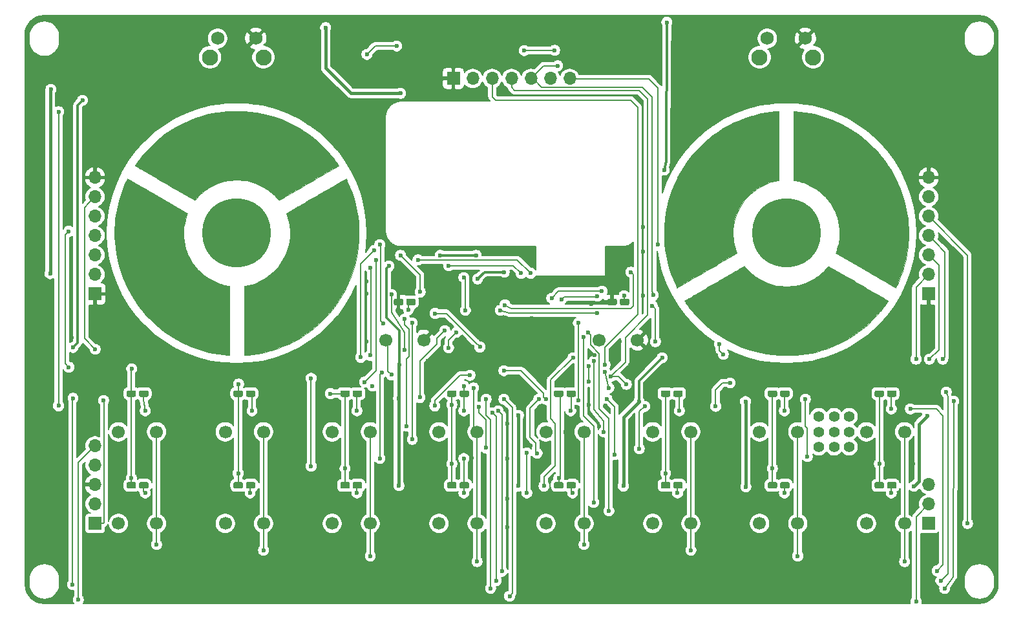
<source format=gtl>
G04 #@! TF.GenerationSoftware,KiCad,Pcbnew,(5.1.4)-1*
G04 #@! TF.CreationDate,2020-02-21T15:42:12+09:00*
G04 #@! TF.ProjectId,groove-pad-ctrl,67726f6f-7665-42d7-9061-642d6374726c,rev?*
G04 #@! TF.SameCoordinates,Original*
G04 #@! TF.FileFunction,Copper,L1,Top*
G04 #@! TF.FilePolarity,Positive*
%FSLAX46Y46*%
G04 Gerber Fmt 4.6, Leading zero omitted, Abs format (unit mm)*
G04 Created by KiCad (PCBNEW (5.1.4)-1) date 2020-02-21 15:42:12*
%MOMM*%
%LPD*%
G04 APERTURE LIST*
%ADD10C,0.010000*%
%ADD11C,9.000000*%
%ADD12C,2.100000*%
%ADD13C,1.750000*%
%ADD14C,1.700000*%
%ADD15C,0.100000*%
%ADD16C,0.850000*%
%ADD17C,0.600000*%
%ADD18R,1.700000X1.700000*%
%ADD19O,1.700000X1.700000*%
%ADD20C,1.400000*%
%ADD21C,0.200000*%
%ADD22C,0.300000*%
%ADD23C,0.400000*%
G04 APERTURE END LIST*
D10*
G36*
X83732704Y-74666740D02*
G01*
X83693333Y-74625319D01*
X83638342Y-74563921D01*
X83573477Y-74488814D01*
X83571264Y-74486208D01*
X83207327Y-74089466D01*
X82817477Y-73724828D01*
X82403909Y-73393100D01*
X81968817Y-73095090D01*
X81514395Y-72831604D01*
X81042837Y-72603450D01*
X80556337Y-72411435D01*
X80057090Y-72256365D01*
X79547290Y-72139047D01*
X79029132Y-72060289D01*
X78504809Y-72020898D01*
X77976515Y-72021679D01*
X77446446Y-72063441D01*
X77112894Y-72111102D01*
X76578522Y-72221235D01*
X76062894Y-72369126D01*
X75564446Y-72555390D01*
X75081617Y-72780640D01*
X74612841Y-73045492D01*
X74418834Y-73169304D01*
X74096446Y-73394014D01*
X73795816Y-73629215D01*
X73509008Y-73882002D01*
X73228089Y-74159472D01*
X72945125Y-74468717D01*
X72874277Y-74550493D01*
X72809128Y-74620834D01*
X72759737Y-74662421D01*
X72730117Y-74672056D01*
X72705558Y-74659120D01*
X72646760Y-74626288D01*
X72555776Y-74574748D01*
X72434654Y-74505687D01*
X72285446Y-74420291D01*
X72110204Y-74319750D01*
X71910976Y-74205248D01*
X71689816Y-74077975D01*
X71448772Y-73939117D01*
X71189896Y-73789861D01*
X70915239Y-73631395D01*
X70626851Y-73464906D01*
X70326783Y-73291580D01*
X70017086Y-73112606D01*
X69699811Y-72929171D01*
X69377008Y-72742461D01*
X69050729Y-72553664D01*
X68723023Y-72363968D01*
X68395942Y-72174559D01*
X68071536Y-71986624D01*
X67751857Y-71801352D01*
X67438954Y-71619929D01*
X67134879Y-71443543D01*
X66841683Y-71273380D01*
X66561416Y-71110628D01*
X66296129Y-70956474D01*
X66047872Y-70812106D01*
X65818697Y-70678710D01*
X65610655Y-70557474D01*
X65425795Y-70449585D01*
X65266169Y-70356231D01*
X65133828Y-70278598D01*
X65030822Y-70217875D01*
X64959202Y-70175247D01*
X64921018Y-70151902D01*
X64915000Y-70147671D01*
X64927558Y-70118926D01*
X64963157Y-70061101D01*
X65018686Y-69978402D01*
X65091032Y-69875040D01*
X65177085Y-69755221D01*
X65273733Y-69623154D01*
X65377864Y-69483047D01*
X65486366Y-69339109D01*
X65596129Y-69195547D01*
X65704040Y-69056569D01*
X65806988Y-68926384D01*
X65901861Y-68809200D01*
X65928872Y-68776500D01*
X66454412Y-68175633D01*
X67011079Y-67600258D01*
X67596375Y-67052291D01*
X68207803Y-66533644D01*
X68842865Y-66046233D01*
X69499063Y-65591970D01*
X70173901Y-65172771D01*
X70864881Y-64790549D01*
X71569506Y-64447218D01*
X71589045Y-64438347D01*
X72259434Y-64150711D01*
X72926422Y-63897583D01*
X73595605Y-63677511D01*
X74272573Y-63489042D01*
X74962921Y-63330724D01*
X75672242Y-63201106D01*
X76406128Y-63098734D01*
X76980000Y-63038601D01*
X77069787Y-63032524D01*
X77195693Y-63026983D01*
X77351507Y-63022032D01*
X77531016Y-63017724D01*
X77728010Y-63014112D01*
X77936276Y-63011249D01*
X78149604Y-63009189D01*
X78361782Y-63007985D01*
X78566598Y-63007690D01*
X78757840Y-63008357D01*
X78929298Y-63010039D01*
X79074759Y-63012791D01*
X79188012Y-63016664D01*
X79234250Y-63019287D01*
X80037260Y-63092453D01*
X80816563Y-63198550D01*
X81576282Y-63338610D01*
X82320539Y-63513661D01*
X83053455Y-63724736D01*
X83779153Y-63972864D01*
X84501755Y-64259075D01*
X84910956Y-64438347D01*
X85615920Y-64780582D01*
X86307309Y-65161760D01*
X86982624Y-65579969D01*
X87639368Y-66033293D01*
X88275044Y-66519819D01*
X88887155Y-67037632D01*
X89473203Y-67584819D01*
X90030690Y-68159466D01*
X90557120Y-68759658D01*
X90571129Y-68776500D01*
X90671704Y-68899544D01*
X90779171Y-69034490D01*
X90890567Y-69177299D01*
X91002931Y-69323937D01*
X91113302Y-69470367D01*
X91218717Y-69612553D01*
X91316216Y-69746457D01*
X91402836Y-69868045D01*
X91475616Y-69973279D01*
X91531594Y-70058122D01*
X91567809Y-70118540D01*
X91581298Y-70150495D01*
X91581078Y-70152930D01*
X91562539Y-70164887D01*
X91509374Y-70196799D01*
X91423638Y-70247479D01*
X91307382Y-70315740D01*
X91162658Y-70400396D01*
X90991518Y-70500260D01*
X90796013Y-70614144D01*
X90578196Y-70740863D01*
X90340120Y-70879228D01*
X90083835Y-71028054D01*
X89811394Y-71186153D01*
X89524848Y-71352339D01*
X89226251Y-71525424D01*
X88917653Y-71704222D01*
X88601108Y-71887547D01*
X88278666Y-72074210D01*
X87952379Y-72263026D01*
X87624301Y-72452807D01*
X87296482Y-72642367D01*
X86970975Y-72830519D01*
X86649832Y-73016076D01*
X86335105Y-73197850D01*
X86028845Y-73374656D01*
X85733105Y-73545307D01*
X85449937Y-73708615D01*
X85181392Y-73863394D01*
X84929523Y-74008457D01*
X84696382Y-74142616D01*
X84484021Y-74264686D01*
X84294491Y-74373480D01*
X84129845Y-74467810D01*
X83992134Y-74546489D01*
X83883411Y-74608331D01*
X83805728Y-74652150D01*
X83761136Y-74676757D01*
X83750707Y-74681916D01*
X83732704Y-74666740D01*
X83732704Y-74666740D01*
G37*
X83732704Y-74666740D02*
X83693333Y-74625319D01*
X83638342Y-74563921D01*
X83573477Y-74488814D01*
X83571264Y-74486208D01*
X83207327Y-74089466D01*
X82817477Y-73724828D01*
X82403909Y-73393100D01*
X81968817Y-73095090D01*
X81514395Y-72831604D01*
X81042837Y-72603450D01*
X80556337Y-72411435D01*
X80057090Y-72256365D01*
X79547290Y-72139047D01*
X79029132Y-72060289D01*
X78504809Y-72020898D01*
X77976515Y-72021679D01*
X77446446Y-72063441D01*
X77112894Y-72111102D01*
X76578522Y-72221235D01*
X76062894Y-72369126D01*
X75564446Y-72555390D01*
X75081617Y-72780640D01*
X74612841Y-73045492D01*
X74418834Y-73169304D01*
X74096446Y-73394014D01*
X73795816Y-73629215D01*
X73509008Y-73882002D01*
X73228089Y-74159472D01*
X72945125Y-74468717D01*
X72874277Y-74550493D01*
X72809128Y-74620834D01*
X72759737Y-74662421D01*
X72730117Y-74672056D01*
X72705558Y-74659120D01*
X72646760Y-74626288D01*
X72555776Y-74574748D01*
X72434654Y-74505687D01*
X72285446Y-74420291D01*
X72110204Y-74319750D01*
X71910976Y-74205248D01*
X71689816Y-74077975D01*
X71448772Y-73939117D01*
X71189896Y-73789861D01*
X70915239Y-73631395D01*
X70626851Y-73464906D01*
X70326783Y-73291580D01*
X70017086Y-73112606D01*
X69699811Y-72929171D01*
X69377008Y-72742461D01*
X69050729Y-72553664D01*
X68723023Y-72363968D01*
X68395942Y-72174559D01*
X68071536Y-71986624D01*
X67751857Y-71801352D01*
X67438954Y-71619929D01*
X67134879Y-71443543D01*
X66841683Y-71273380D01*
X66561416Y-71110628D01*
X66296129Y-70956474D01*
X66047872Y-70812106D01*
X65818697Y-70678710D01*
X65610655Y-70557474D01*
X65425795Y-70449585D01*
X65266169Y-70356231D01*
X65133828Y-70278598D01*
X65030822Y-70217875D01*
X64959202Y-70175247D01*
X64921018Y-70151902D01*
X64915000Y-70147671D01*
X64927558Y-70118926D01*
X64963157Y-70061101D01*
X65018686Y-69978402D01*
X65091032Y-69875040D01*
X65177085Y-69755221D01*
X65273733Y-69623154D01*
X65377864Y-69483047D01*
X65486366Y-69339109D01*
X65596129Y-69195547D01*
X65704040Y-69056569D01*
X65806988Y-68926384D01*
X65901861Y-68809200D01*
X65928872Y-68776500D01*
X66454412Y-68175633D01*
X67011079Y-67600258D01*
X67596375Y-67052291D01*
X68207803Y-66533644D01*
X68842865Y-66046233D01*
X69499063Y-65591970D01*
X70173901Y-65172771D01*
X70864881Y-64790549D01*
X71569506Y-64447218D01*
X71589045Y-64438347D01*
X72259434Y-64150711D01*
X72926422Y-63897583D01*
X73595605Y-63677511D01*
X74272573Y-63489042D01*
X74962921Y-63330724D01*
X75672242Y-63201106D01*
X76406128Y-63098734D01*
X76980000Y-63038601D01*
X77069787Y-63032524D01*
X77195693Y-63026983D01*
X77351507Y-63022032D01*
X77531016Y-63017724D01*
X77728010Y-63014112D01*
X77936276Y-63011249D01*
X78149604Y-63009189D01*
X78361782Y-63007985D01*
X78566598Y-63007690D01*
X78757840Y-63008357D01*
X78929298Y-63010039D01*
X79074759Y-63012791D01*
X79188012Y-63016664D01*
X79234250Y-63019287D01*
X80037260Y-63092453D01*
X80816563Y-63198550D01*
X81576282Y-63338610D01*
X82320539Y-63513661D01*
X83053455Y-63724736D01*
X83779153Y-63972864D01*
X84501755Y-64259075D01*
X84910956Y-64438347D01*
X85615920Y-64780582D01*
X86307309Y-65161760D01*
X86982624Y-65579969D01*
X87639368Y-66033293D01*
X88275044Y-66519819D01*
X88887155Y-67037632D01*
X89473203Y-67584819D01*
X90030690Y-68159466D01*
X90557120Y-68759658D01*
X90571129Y-68776500D01*
X90671704Y-68899544D01*
X90779171Y-69034490D01*
X90890567Y-69177299D01*
X91002931Y-69323937D01*
X91113302Y-69470367D01*
X91218717Y-69612553D01*
X91316216Y-69746457D01*
X91402836Y-69868045D01*
X91475616Y-69973279D01*
X91531594Y-70058122D01*
X91567809Y-70118540D01*
X91581298Y-70150495D01*
X91581078Y-70152930D01*
X91562539Y-70164887D01*
X91509374Y-70196799D01*
X91423638Y-70247479D01*
X91307382Y-70315740D01*
X91162658Y-70400396D01*
X90991518Y-70500260D01*
X90796013Y-70614144D01*
X90578196Y-70740863D01*
X90340120Y-70879228D01*
X90083835Y-71028054D01*
X89811394Y-71186153D01*
X89524848Y-71352339D01*
X89226251Y-71525424D01*
X88917653Y-71704222D01*
X88601108Y-71887547D01*
X88278666Y-72074210D01*
X87952379Y-72263026D01*
X87624301Y-72452807D01*
X87296482Y-72642367D01*
X86970975Y-72830519D01*
X86649832Y-73016076D01*
X86335105Y-73197850D01*
X86028845Y-73374656D01*
X85733105Y-73545307D01*
X85449937Y-73708615D01*
X85181392Y-73863394D01*
X84929523Y-74008457D01*
X84696382Y-74142616D01*
X84484021Y-74264686D01*
X84294491Y-74373480D01*
X84129845Y-74467810D01*
X83992134Y-74546489D01*
X83883411Y-74608331D01*
X83805728Y-74652150D01*
X83761136Y-74676757D01*
X83750707Y-74681916D01*
X83732704Y-74666740D01*
G36*
X79244834Y-85906162D02*
G01*
X79366542Y-85891973D01*
X79471919Y-85875966D01*
X79607624Y-85849725D01*
X79763552Y-85815551D01*
X79929595Y-85775741D01*
X80095646Y-85732597D01*
X80218500Y-85698157D01*
X80719728Y-85530467D01*
X81206520Y-85324055D01*
X81676480Y-85080788D01*
X82127210Y-84802529D01*
X82556313Y-84491144D01*
X82961390Y-84148497D01*
X83340045Y-83776453D01*
X83689879Y-83376878D01*
X84008495Y-82951635D01*
X84265430Y-82550449D01*
X84519684Y-82081950D01*
X84735086Y-81600497D01*
X84912268Y-81104110D01*
X85051858Y-80590811D01*
X85154486Y-80058620D01*
X85215570Y-79564010D01*
X85225503Y-79411101D01*
X85230691Y-79227054D01*
X85231385Y-79022767D01*
X85227835Y-78809139D01*
X85220291Y-78597069D01*
X85209002Y-78397455D01*
X85194220Y-78221197D01*
X85182483Y-78121583D01*
X85135492Y-77829076D01*
X85074106Y-77526096D01*
X85001349Y-77224831D01*
X84920243Y-76937470D01*
X84833810Y-76676201D01*
X84804556Y-76597583D01*
X84774530Y-76514703D01*
X84753461Y-76447139D01*
X84744039Y-76404109D01*
X84745057Y-76393937D01*
X84764174Y-76382475D01*
X84817869Y-76351072D01*
X84904093Y-76300912D01*
X85020797Y-76233178D01*
X85165931Y-76149053D01*
X85337447Y-76049722D01*
X85533294Y-75936367D01*
X85751423Y-75810171D01*
X85989784Y-75672317D01*
X86246329Y-75523990D01*
X86519008Y-75366372D01*
X86805771Y-75200646D01*
X87104569Y-75027997D01*
X87413353Y-74849606D01*
X87730072Y-74666658D01*
X88052678Y-74480335D01*
X88379122Y-74291822D01*
X88707353Y-74102300D01*
X89035323Y-73912955D01*
X89360981Y-73724968D01*
X89682280Y-73539523D01*
X89997168Y-73357803D01*
X90303596Y-73180993D01*
X90599516Y-73010274D01*
X90882878Y-72846831D01*
X91151632Y-72691846D01*
X91403729Y-72546503D01*
X91637120Y-72411985D01*
X91849754Y-72289475D01*
X92039583Y-72180158D01*
X92204558Y-72085215D01*
X92342628Y-72005830D01*
X92451744Y-71943187D01*
X92529857Y-71898469D01*
X92574918Y-71872859D01*
X92585795Y-71866903D01*
X92595840Y-71885056D01*
X92620665Y-71935218D01*
X92657192Y-72011015D01*
X92702340Y-72106077D01*
X92736693Y-72179112D01*
X93067346Y-72932519D01*
X93357321Y-73695194D01*
X93607020Y-74468630D01*
X93816849Y-75254320D01*
X93987213Y-76053755D01*
X94118515Y-76868428D01*
X94200450Y-77581833D01*
X94212236Y-77734323D01*
X94222573Y-77921634D01*
X94231360Y-78136274D01*
X94238494Y-78370754D01*
X94243874Y-78617582D01*
X94247399Y-78869267D01*
X94248967Y-79118318D01*
X94248477Y-79357245D01*
X94245826Y-79578556D01*
X94240915Y-79774761D01*
X94233641Y-79938368D01*
X94232618Y-79955230D01*
X94160768Y-80785489D01*
X94050257Y-81598985D01*
X93900759Y-82396918D01*
X93711948Y-83180483D01*
X93483498Y-83950878D01*
X93215084Y-84709301D01*
X92906379Y-85456948D01*
X92557058Y-86195017D01*
X92507831Y-86291917D01*
X92115595Y-87011993D01*
X91689251Y-87707845D01*
X91230002Y-88378483D01*
X90739050Y-89022918D01*
X90217598Y-89640160D01*
X89666847Y-90229220D01*
X89088001Y-90789108D01*
X88482261Y-91318835D01*
X87850831Y-91817411D01*
X87194911Y-92283848D01*
X86515706Y-92717156D01*
X85814416Y-93116344D01*
X85092245Y-93480425D01*
X84350395Y-93808408D01*
X83590067Y-94099304D01*
X82812465Y-94352124D01*
X82658334Y-94397072D01*
X82087894Y-94548752D01*
X81512276Y-94678213D01*
X80923781Y-94786814D01*
X80314711Y-94875914D01*
X79677366Y-94946873D01*
X79408875Y-94970807D01*
X79244834Y-94984444D01*
X79244834Y-85906162D01*
X79244834Y-85906162D01*
G37*
X79244834Y-85906162D02*
X79366542Y-85891973D01*
X79471919Y-85875966D01*
X79607624Y-85849725D01*
X79763552Y-85815551D01*
X79929595Y-85775741D01*
X80095646Y-85732597D01*
X80218500Y-85698157D01*
X80719728Y-85530467D01*
X81206520Y-85324055D01*
X81676480Y-85080788D01*
X82127210Y-84802529D01*
X82556313Y-84491144D01*
X82961390Y-84148497D01*
X83340045Y-83776453D01*
X83689879Y-83376878D01*
X84008495Y-82951635D01*
X84265430Y-82550449D01*
X84519684Y-82081950D01*
X84735086Y-81600497D01*
X84912268Y-81104110D01*
X85051858Y-80590811D01*
X85154486Y-80058620D01*
X85215570Y-79564010D01*
X85225503Y-79411101D01*
X85230691Y-79227054D01*
X85231385Y-79022767D01*
X85227835Y-78809139D01*
X85220291Y-78597069D01*
X85209002Y-78397455D01*
X85194220Y-78221197D01*
X85182483Y-78121583D01*
X85135492Y-77829076D01*
X85074106Y-77526096D01*
X85001349Y-77224831D01*
X84920243Y-76937470D01*
X84833810Y-76676201D01*
X84804556Y-76597583D01*
X84774530Y-76514703D01*
X84753461Y-76447139D01*
X84744039Y-76404109D01*
X84745057Y-76393937D01*
X84764174Y-76382475D01*
X84817869Y-76351072D01*
X84904093Y-76300912D01*
X85020797Y-76233178D01*
X85165931Y-76149053D01*
X85337447Y-76049722D01*
X85533294Y-75936367D01*
X85751423Y-75810171D01*
X85989784Y-75672317D01*
X86246329Y-75523990D01*
X86519008Y-75366372D01*
X86805771Y-75200646D01*
X87104569Y-75027997D01*
X87413353Y-74849606D01*
X87730072Y-74666658D01*
X88052678Y-74480335D01*
X88379122Y-74291822D01*
X88707353Y-74102300D01*
X89035323Y-73912955D01*
X89360981Y-73724968D01*
X89682280Y-73539523D01*
X89997168Y-73357803D01*
X90303596Y-73180993D01*
X90599516Y-73010274D01*
X90882878Y-72846831D01*
X91151632Y-72691846D01*
X91403729Y-72546503D01*
X91637120Y-72411985D01*
X91849754Y-72289475D01*
X92039583Y-72180158D01*
X92204558Y-72085215D01*
X92342628Y-72005830D01*
X92451744Y-71943187D01*
X92529857Y-71898469D01*
X92574918Y-71872859D01*
X92585795Y-71866903D01*
X92595840Y-71885056D01*
X92620665Y-71935218D01*
X92657192Y-72011015D01*
X92702340Y-72106077D01*
X92736693Y-72179112D01*
X93067346Y-72932519D01*
X93357321Y-73695194D01*
X93607020Y-74468630D01*
X93816849Y-75254320D01*
X93987213Y-76053755D01*
X94118515Y-76868428D01*
X94200450Y-77581833D01*
X94212236Y-77734323D01*
X94222573Y-77921634D01*
X94231360Y-78136274D01*
X94238494Y-78370754D01*
X94243874Y-78617582D01*
X94247399Y-78869267D01*
X94248967Y-79118318D01*
X94248477Y-79357245D01*
X94245826Y-79578556D01*
X94240915Y-79774761D01*
X94233641Y-79938368D01*
X94232618Y-79955230D01*
X94160768Y-80785489D01*
X94050257Y-81598985D01*
X93900759Y-82396918D01*
X93711948Y-83180483D01*
X93483498Y-83950878D01*
X93215084Y-84709301D01*
X92906379Y-85456948D01*
X92557058Y-86195017D01*
X92507831Y-86291917D01*
X92115595Y-87011993D01*
X91689251Y-87707845D01*
X91230002Y-88378483D01*
X90739050Y-89022918D01*
X90217598Y-89640160D01*
X89666847Y-90229220D01*
X89088001Y-90789108D01*
X88482261Y-91318835D01*
X87850831Y-91817411D01*
X87194911Y-92283848D01*
X86515706Y-92717156D01*
X85814416Y-93116344D01*
X85092245Y-93480425D01*
X84350395Y-93808408D01*
X83590067Y-94099304D01*
X82812465Y-94352124D01*
X82658334Y-94397072D01*
X82087894Y-94548752D01*
X81512276Y-94678213D01*
X80923781Y-94786814D01*
X80314711Y-94875914D01*
X79677366Y-94946873D01*
X79408875Y-94970807D01*
X79244834Y-94984444D01*
X79244834Y-85906162D01*
G36*
X77091125Y-94970807D02*
G01*
X76433905Y-94906085D01*
X75808158Y-94823351D01*
X75206456Y-94721298D01*
X74621372Y-94598614D01*
X74045480Y-94453989D01*
X73847028Y-94398607D01*
X73065131Y-94153064D01*
X72300409Y-93869302D01*
X71554053Y-93548300D01*
X70827255Y-93191039D01*
X70121207Y-92798500D01*
X69437102Y-92371664D01*
X68776131Y-91911509D01*
X68139486Y-91419019D01*
X67528359Y-90895172D01*
X66943942Y-90340949D01*
X66387428Y-89757331D01*
X65860007Y-89145298D01*
X65362873Y-88505832D01*
X64897217Y-87839912D01*
X64464230Y-87148519D01*
X64065106Y-86432633D01*
X63992170Y-86291917D01*
X63637122Y-85554110D01*
X63322686Y-84806310D01*
X63048570Y-84047459D01*
X62814486Y-83276498D01*
X62620142Y-82492368D01*
X62465250Y-81694011D01*
X62349518Y-80880369D01*
X62272657Y-80050382D01*
X62269630Y-80005417D01*
X62262472Y-79865869D01*
X62256838Y-79692395D01*
X62252727Y-79493088D01*
X62250138Y-79276043D01*
X62249072Y-79049356D01*
X62249528Y-78821120D01*
X62251504Y-78599431D01*
X62255002Y-78392383D01*
X62260021Y-78208072D01*
X62266559Y-78054592D01*
X62269739Y-78001559D01*
X62344101Y-77179084D01*
X62456119Y-76374552D01*
X62606481Y-75585277D01*
X62795877Y-74808572D01*
X63024994Y-74041752D01*
X63294522Y-73282129D01*
X63605150Y-72527018D01*
X63762682Y-72179042D01*
X63812101Y-72074427D01*
X63855729Y-71984895D01*
X63890356Y-71916808D01*
X63912776Y-71876525D01*
X63919418Y-71868261D01*
X63938562Y-71878832D01*
X63992673Y-71909619D01*
X64080065Y-71959653D01*
X64199054Y-72027963D01*
X64347958Y-72113577D01*
X64525091Y-72215525D01*
X64728770Y-72332835D01*
X64957311Y-72464538D01*
X65209030Y-72609662D01*
X65482243Y-72767236D01*
X65775266Y-72936289D01*
X66086415Y-73115852D01*
X66414006Y-73304952D01*
X66756356Y-73502619D01*
X67111780Y-73707882D01*
X67478595Y-73919771D01*
X67850371Y-74134572D01*
X71769991Y-76399456D01*
X71715601Y-76540853D01*
X71601140Y-76868977D01*
X71498141Y-77225381D01*
X71409950Y-77596794D01*
X71339912Y-77969950D01*
X71317051Y-78121583D01*
X71301017Y-78266058D01*
X71287940Y-78442184D01*
X71278059Y-78639367D01*
X71271616Y-78847011D01*
X71268851Y-79054521D01*
X71270004Y-79251304D01*
X71275316Y-79426764D01*
X71284337Y-79563017D01*
X71345570Y-80065001D01*
X71434693Y-80540842D01*
X71553690Y-80997878D01*
X71704544Y-81443445D01*
X71889240Y-81884882D01*
X71943159Y-82000116D01*
X72195331Y-82479256D01*
X72481915Y-82934730D01*
X72801233Y-83365002D01*
X73151610Y-83768538D01*
X73531369Y-84143802D01*
X73938833Y-84489259D01*
X74372326Y-84803375D01*
X74830172Y-85084613D01*
X75310694Y-85331440D01*
X75810977Y-85541853D01*
X75991614Y-85605819D01*
X76190350Y-85669257D01*
X76397727Y-85729664D01*
X76604288Y-85784535D01*
X76800577Y-85831368D01*
X76977135Y-85867658D01*
X77124506Y-85890902D01*
X77133459Y-85891973D01*
X77255167Y-85906162D01*
X77255167Y-94984444D01*
X77091125Y-94970807D01*
X77091125Y-94970807D01*
G37*
X77091125Y-94970807D02*
X76433905Y-94906085D01*
X75808158Y-94823351D01*
X75206456Y-94721298D01*
X74621372Y-94598614D01*
X74045480Y-94453989D01*
X73847028Y-94398607D01*
X73065131Y-94153064D01*
X72300409Y-93869302D01*
X71554053Y-93548300D01*
X70827255Y-93191039D01*
X70121207Y-92798500D01*
X69437102Y-92371664D01*
X68776131Y-91911509D01*
X68139486Y-91419019D01*
X67528359Y-90895172D01*
X66943942Y-90340949D01*
X66387428Y-89757331D01*
X65860007Y-89145298D01*
X65362873Y-88505832D01*
X64897217Y-87839912D01*
X64464230Y-87148519D01*
X64065106Y-86432633D01*
X63992170Y-86291917D01*
X63637122Y-85554110D01*
X63322686Y-84806310D01*
X63048570Y-84047459D01*
X62814486Y-83276498D01*
X62620142Y-82492368D01*
X62465250Y-81694011D01*
X62349518Y-80880369D01*
X62272657Y-80050382D01*
X62269630Y-80005417D01*
X62262472Y-79865869D01*
X62256838Y-79692395D01*
X62252727Y-79493088D01*
X62250138Y-79276043D01*
X62249072Y-79049356D01*
X62249528Y-78821120D01*
X62251504Y-78599431D01*
X62255002Y-78392383D01*
X62260021Y-78208072D01*
X62266559Y-78054592D01*
X62269739Y-78001559D01*
X62344101Y-77179084D01*
X62456119Y-76374552D01*
X62606481Y-75585277D01*
X62795877Y-74808572D01*
X63024994Y-74041752D01*
X63294522Y-73282129D01*
X63605150Y-72527018D01*
X63762682Y-72179042D01*
X63812101Y-72074427D01*
X63855729Y-71984895D01*
X63890356Y-71916808D01*
X63912776Y-71876525D01*
X63919418Y-71868261D01*
X63938562Y-71878832D01*
X63992673Y-71909619D01*
X64080065Y-71959653D01*
X64199054Y-72027963D01*
X64347958Y-72113577D01*
X64525091Y-72215525D01*
X64728770Y-72332835D01*
X64957311Y-72464538D01*
X65209030Y-72609662D01*
X65482243Y-72767236D01*
X65775266Y-72936289D01*
X66086415Y-73115852D01*
X66414006Y-73304952D01*
X66756356Y-73502619D01*
X67111780Y-73707882D01*
X67478595Y-73919771D01*
X67850371Y-74134572D01*
X71769991Y-76399456D01*
X71715601Y-76540853D01*
X71601140Y-76868977D01*
X71498141Y-77225381D01*
X71409950Y-77596794D01*
X71339912Y-77969950D01*
X71317051Y-78121583D01*
X71301017Y-78266058D01*
X71287940Y-78442184D01*
X71278059Y-78639367D01*
X71271616Y-78847011D01*
X71268851Y-79054521D01*
X71270004Y-79251304D01*
X71275316Y-79426764D01*
X71284337Y-79563017D01*
X71345570Y-80065001D01*
X71434693Y-80540842D01*
X71553690Y-80997878D01*
X71704544Y-81443445D01*
X71889240Y-81884882D01*
X71943159Y-82000116D01*
X72195331Y-82479256D01*
X72481915Y-82934730D01*
X72801233Y-83365002D01*
X73151610Y-83768538D01*
X73531369Y-84143802D01*
X73938833Y-84489259D01*
X74372326Y-84803375D01*
X74830172Y-85084613D01*
X75310694Y-85331440D01*
X75810977Y-85541853D01*
X75991614Y-85605819D01*
X76190350Y-85669257D01*
X76397727Y-85729664D01*
X76604288Y-85784535D01*
X76800577Y-85831368D01*
X76977135Y-85867658D01*
X77124506Y-85890902D01*
X77133459Y-85891973D01*
X77255167Y-85906162D01*
X77255167Y-94984444D01*
X77091125Y-94970807D01*
G36*
X151408875Y-63029193D02*
G01*
X152066095Y-63093915D01*
X152691842Y-63176649D01*
X153293544Y-63278702D01*
X153878628Y-63401386D01*
X154454520Y-63546011D01*
X154652972Y-63601393D01*
X155434869Y-63846936D01*
X156199591Y-64130698D01*
X156945947Y-64451700D01*
X157672745Y-64808961D01*
X158378793Y-65201500D01*
X159062898Y-65628336D01*
X159723869Y-66088491D01*
X160360514Y-66580981D01*
X160971641Y-67104828D01*
X161556058Y-67659051D01*
X162112572Y-68242669D01*
X162639993Y-68854702D01*
X163137127Y-69494168D01*
X163602783Y-70160088D01*
X164035770Y-70851481D01*
X164434894Y-71567367D01*
X164507830Y-71708083D01*
X164862878Y-72445890D01*
X165177314Y-73193690D01*
X165451430Y-73952541D01*
X165685514Y-74723502D01*
X165879858Y-75507632D01*
X166034750Y-76305989D01*
X166150482Y-77119631D01*
X166227343Y-77949618D01*
X166230370Y-77994583D01*
X166237528Y-78134131D01*
X166243162Y-78307605D01*
X166247273Y-78506912D01*
X166249862Y-78723957D01*
X166250928Y-78950644D01*
X166250472Y-79178880D01*
X166248496Y-79400569D01*
X166244998Y-79607617D01*
X166239979Y-79791928D01*
X166233441Y-79945408D01*
X166230261Y-79998441D01*
X166155899Y-80820916D01*
X166043881Y-81625448D01*
X165893519Y-82414723D01*
X165704123Y-83191428D01*
X165475006Y-83958248D01*
X165205478Y-84717871D01*
X164894850Y-85472982D01*
X164737318Y-85820958D01*
X164687899Y-85925573D01*
X164644271Y-86015105D01*
X164609644Y-86083192D01*
X164587224Y-86123475D01*
X164580582Y-86131739D01*
X164561438Y-86121168D01*
X164507327Y-86090381D01*
X164419935Y-86040347D01*
X164300946Y-85972037D01*
X164152042Y-85886423D01*
X163974909Y-85784475D01*
X163771230Y-85667165D01*
X163542689Y-85535462D01*
X163290970Y-85390338D01*
X163017757Y-85232764D01*
X162724734Y-85063711D01*
X162413585Y-84884148D01*
X162085994Y-84695048D01*
X161743644Y-84497381D01*
X161388220Y-84292118D01*
X161021405Y-84080229D01*
X160649629Y-83865428D01*
X156730009Y-81600544D01*
X156784399Y-81459147D01*
X156898860Y-81131023D01*
X157001859Y-80774619D01*
X157090050Y-80403206D01*
X157160088Y-80030050D01*
X157182949Y-79878417D01*
X157198983Y-79733942D01*
X157212060Y-79557816D01*
X157221941Y-79360633D01*
X157228384Y-79152989D01*
X157231149Y-78945479D01*
X157229996Y-78748696D01*
X157224684Y-78573236D01*
X157215663Y-78436983D01*
X157154430Y-77934999D01*
X157065307Y-77459158D01*
X156946310Y-77002122D01*
X156795456Y-76556555D01*
X156610760Y-76115118D01*
X156556841Y-75999884D01*
X156304669Y-75520744D01*
X156018085Y-75065270D01*
X155698767Y-74634998D01*
X155348390Y-74231462D01*
X154968631Y-73856198D01*
X154561167Y-73510741D01*
X154127674Y-73196625D01*
X153669828Y-72915387D01*
X153189306Y-72668560D01*
X152689023Y-72458147D01*
X152508386Y-72394181D01*
X152309650Y-72330743D01*
X152102273Y-72270336D01*
X151895712Y-72215465D01*
X151699423Y-72168632D01*
X151522865Y-72132342D01*
X151375494Y-72109098D01*
X151366541Y-72108027D01*
X151244833Y-72093838D01*
X151244833Y-63015556D01*
X151408875Y-63029193D01*
X151408875Y-63029193D01*
G37*
X151408875Y-63029193D02*
X152066095Y-63093915D01*
X152691842Y-63176649D01*
X153293544Y-63278702D01*
X153878628Y-63401386D01*
X154454520Y-63546011D01*
X154652972Y-63601393D01*
X155434869Y-63846936D01*
X156199591Y-64130698D01*
X156945947Y-64451700D01*
X157672745Y-64808961D01*
X158378793Y-65201500D01*
X159062898Y-65628336D01*
X159723869Y-66088491D01*
X160360514Y-66580981D01*
X160971641Y-67104828D01*
X161556058Y-67659051D01*
X162112572Y-68242669D01*
X162639993Y-68854702D01*
X163137127Y-69494168D01*
X163602783Y-70160088D01*
X164035770Y-70851481D01*
X164434894Y-71567367D01*
X164507830Y-71708083D01*
X164862878Y-72445890D01*
X165177314Y-73193690D01*
X165451430Y-73952541D01*
X165685514Y-74723502D01*
X165879858Y-75507632D01*
X166034750Y-76305989D01*
X166150482Y-77119631D01*
X166227343Y-77949618D01*
X166230370Y-77994583D01*
X166237528Y-78134131D01*
X166243162Y-78307605D01*
X166247273Y-78506912D01*
X166249862Y-78723957D01*
X166250928Y-78950644D01*
X166250472Y-79178880D01*
X166248496Y-79400569D01*
X166244998Y-79607617D01*
X166239979Y-79791928D01*
X166233441Y-79945408D01*
X166230261Y-79998441D01*
X166155899Y-80820916D01*
X166043881Y-81625448D01*
X165893519Y-82414723D01*
X165704123Y-83191428D01*
X165475006Y-83958248D01*
X165205478Y-84717871D01*
X164894850Y-85472982D01*
X164737318Y-85820958D01*
X164687899Y-85925573D01*
X164644271Y-86015105D01*
X164609644Y-86083192D01*
X164587224Y-86123475D01*
X164580582Y-86131739D01*
X164561438Y-86121168D01*
X164507327Y-86090381D01*
X164419935Y-86040347D01*
X164300946Y-85972037D01*
X164152042Y-85886423D01*
X163974909Y-85784475D01*
X163771230Y-85667165D01*
X163542689Y-85535462D01*
X163290970Y-85390338D01*
X163017757Y-85232764D01*
X162724734Y-85063711D01*
X162413585Y-84884148D01*
X162085994Y-84695048D01*
X161743644Y-84497381D01*
X161388220Y-84292118D01*
X161021405Y-84080229D01*
X160649629Y-83865428D01*
X156730009Y-81600544D01*
X156784399Y-81459147D01*
X156898860Y-81131023D01*
X157001859Y-80774619D01*
X157090050Y-80403206D01*
X157160088Y-80030050D01*
X157182949Y-79878417D01*
X157198983Y-79733942D01*
X157212060Y-79557816D01*
X157221941Y-79360633D01*
X157228384Y-79152989D01*
X157231149Y-78945479D01*
X157229996Y-78748696D01*
X157224684Y-78573236D01*
X157215663Y-78436983D01*
X157154430Y-77934999D01*
X157065307Y-77459158D01*
X156946310Y-77002122D01*
X156795456Y-76556555D01*
X156610760Y-76115118D01*
X156556841Y-75999884D01*
X156304669Y-75520744D01*
X156018085Y-75065270D01*
X155698767Y-74634998D01*
X155348390Y-74231462D01*
X154968631Y-73856198D01*
X154561167Y-73510741D01*
X154127674Y-73196625D01*
X153669828Y-72915387D01*
X153189306Y-72668560D01*
X152689023Y-72458147D01*
X152508386Y-72394181D01*
X152309650Y-72330743D01*
X152102273Y-72270336D01*
X151895712Y-72215465D01*
X151699423Y-72168632D01*
X151522865Y-72132342D01*
X151375494Y-72109098D01*
X151366541Y-72108027D01*
X151244833Y-72093838D01*
X151244833Y-63015556D01*
X151408875Y-63029193D01*
G36*
X149255166Y-72093838D02*
G01*
X149133458Y-72108027D01*
X149028081Y-72124034D01*
X148892376Y-72150275D01*
X148736448Y-72184449D01*
X148570405Y-72224259D01*
X148404354Y-72267403D01*
X148281500Y-72301843D01*
X147780272Y-72469533D01*
X147293480Y-72675945D01*
X146823520Y-72919212D01*
X146372790Y-73197471D01*
X145943687Y-73508856D01*
X145538610Y-73851503D01*
X145159955Y-74223547D01*
X144810121Y-74623122D01*
X144491505Y-75048365D01*
X144234570Y-75449551D01*
X143980316Y-75918050D01*
X143764914Y-76399503D01*
X143587732Y-76895890D01*
X143448142Y-77409189D01*
X143345514Y-77941380D01*
X143284430Y-78435990D01*
X143274497Y-78588899D01*
X143269309Y-78772946D01*
X143268615Y-78977233D01*
X143272165Y-79190861D01*
X143279709Y-79402931D01*
X143290998Y-79602545D01*
X143305780Y-79778803D01*
X143317517Y-79878417D01*
X143364508Y-80170924D01*
X143425894Y-80473904D01*
X143498651Y-80775169D01*
X143579757Y-81062530D01*
X143666190Y-81323799D01*
X143695444Y-81402417D01*
X143725470Y-81485297D01*
X143746539Y-81552861D01*
X143755961Y-81595891D01*
X143754943Y-81606063D01*
X143735826Y-81617525D01*
X143682131Y-81648928D01*
X143595907Y-81699088D01*
X143479203Y-81766822D01*
X143334069Y-81850947D01*
X143162553Y-81950278D01*
X142966706Y-82063633D01*
X142748577Y-82189829D01*
X142510216Y-82327683D01*
X142253671Y-82476010D01*
X141980992Y-82633628D01*
X141694229Y-82799354D01*
X141395431Y-82972003D01*
X141086647Y-83150394D01*
X140769928Y-83333342D01*
X140447322Y-83519665D01*
X140120878Y-83708178D01*
X139792647Y-83897700D01*
X139464677Y-84087045D01*
X139139019Y-84275032D01*
X138817720Y-84460477D01*
X138502832Y-84642197D01*
X138196404Y-84819007D01*
X137900484Y-84989726D01*
X137617122Y-85153169D01*
X137348368Y-85308154D01*
X137096271Y-85453497D01*
X136862880Y-85588015D01*
X136650246Y-85710525D01*
X136460417Y-85819842D01*
X136295442Y-85914785D01*
X136157372Y-85994170D01*
X136048256Y-86056813D01*
X135970143Y-86101531D01*
X135925082Y-86127141D01*
X135914205Y-86133097D01*
X135904160Y-86114944D01*
X135879335Y-86064782D01*
X135842808Y-85988985D01*
X135797660Y-85893923D01*
X135763307Y-85820888D01*
X135432654Y-85067481D01*
X135142679Y-84304806D01*
X134892980Y-83531370D01*
X134683151Y-82745680D01*
X134512787Y-81946245D01*
X134381485Y-81131572D01*
X134299550Y-80418167D01*
X134287764Y-80265677D01*
X134277427Y-80078366D01*
X134268640Y-79863726D01*
X134261506Y-79629246D01*
X134256126Y-79382418D01*
X134252601Y-79130733D01*
X134251033Y-78881682D01*
X134251523Y-78642755D01*
X134254174Y-78421444D01*
X134259085Y-78225239D01*
X134266359Y-78061632D01*
X134267382Y-78044770D01*
X134339232Y-77214511D01*
X134449743Y-76401015D01*
X134599241Y-75603082D01*
X134788052Y-74819517D01*
X135016502Y-74049122D01*
X135284916Y-73290699D01*
X135593621Y-72543052D01*
X135942942Y-71804983D01*
X135992169Y-71708083D01*
X136384405Y-70988007D01*
X136810749Y-70292155D01*
X137269998Y-69621517D01*
X137760950Y-68977082D01*
X138282402Y-68359840D01*
X138833153Y-67770780D01*
X139411999Y-67210892D01*
X140017739Y-66681165D01*
X140649169Y-66182589D01*
X141305089Y-65716152D01*
X141984294Y-65282844D01*
X142685584Y-64883656D01*
X143407755Y-64519575D01*
X144149605Y-64191592D01*
X144909933Y-63900696D01*
X145687535Y-63647876D01*
X145841666Y-63602928D01*
X146412106Y-63451248D01*
X146987724Y-63321787D01*
X147576219Y-63213186D01*
X148185289Y-63124086D01*
X148822634Y-63053127D01*
X149091125Y-63029193D01*
X149255166Y-63015556D01*
X149255166Y-72093838D01*
X149255166Y-72093838D01*
G37*
X149255166Y-72093838D02*
X149133458Y-72108027D01*
X149028081Y-72124034D01*
X148892376Y-72150275D01*
X148736448Y-72184449D01*
X148570405Y-72224259D01*
X148404354Y-72267403D01*
X148281500Y-72301843D01*
X147780272Y-72469533D01*
X147293480Y-72675945D01*
X146823520Y-72919212D01*
X146372790Y-73197471D01*
X145943687Y-73508856D01*
X145538610Y-73851503D01*
X145159955Y-74223547D01*
X144810121Y-74623122D01*
X144491505Y-75048365D01*
X144234570Y-75449551D01*
X143980316Y-75918050D01*
X143764914Y-76399503D01*
X143587732Y-76895890D01*
X143448142Y-77409189D01*
X143345514Y-77941380D01*
X143284430Y-78435990D01*
X143274497Y-78588899D01*
X143269309Y-78772946D01*
X143268615Y-78977233D01*
X143272165Y-79190861D01*
X143279709Y-79402931D01*
X143290998Y-79602545D01*
X143305780Y-79778803D01*
X143317517Y-79878417D01*
X143364508Y-80170924D01*
X143425894Y-80473904D01*
X143498651Y-80775169D01*
X143579757Y-81062530D01*
X143666190Y-81323799D01*
X143695444Y-81402417D01*
X143725470Y-81485297D01*
X143746539Y-81552861D01*
X143755961Y-81595891D01*
X143754943Y-81606063D01*
X143735826Y-81617525D01*
X143682131Y-81648928D01*
X143595907Y-81699088D01*
X143479203Y-81766822D01*
X143334069Y-81850947D01*
X143162553Y-81950278D01*
X142966706Y-82063633D01*
X142748577Y-82189829D01*
X142510216Y-82327683D01*
X142253671Y-82476010D01*
X141980992Y-82633628D01*
X141694229Y-82799354D01*
X141395431Y-82972003D01*
X141086647Y-83150394D01*
X140769928Y-83333342D01*
X140447322Y-83519665D01*
X140120878Y-83708178D01*
X139792647Y-83897700D01*
X139464677Y-84087045D01*
X139139019Y-84275032D01*
X138817720Y-84460477D01*
X138502832Y-84642197D01*
X138196404Y-84819007D01*
X137900484Y-84989726D01*
X137617122Y-85153169D01*
X137348368Y-85308154D01*
X137096271Y-85453497D01*
X136862880Y-85588015D01*
X136650246Y-85710525D01*
X136460417Y-85819842D01*
X136295442Y-85914785D01*
X136157372Y-85994170D01*
X136048256Y-86056813D01*
X135970143Y-86101531D01*
X135925082Y-86127141D01*
X135914205Y-86133097D01*
X135904160Y-86114944D01*
X135879335Y-86064782D01*
X135842808Y-85988985D01*
X135797660Y-85893923D01*
X135763307Y-85820888D01*
X135432654Y-85067481D01*
X135142679Y-84304806D01*
X134892980Y-83531370D01*
X134683151Y-82745680D01*
X134512787Y-81946245D01*
X134381485Y-81131572D01*
X134299550Y-80418167D01*
X134287764Y-80265677D01*
X134277427Y-80078366D01*
X134268640Y-79863726D01*
X134261506Y-79629246D01*
X134256126Y-79382418D01*
X134252601Y-79130733D01*
X134251033Y-78881682D01*
X134251523Y-78642755D01*
X134254174Y-78421444D01*
X134259085Y-78225239D01*
X134266359Y-78061632D01*
X134267382Y-78044770D01*
X134339232Y-77214511D01*
X134449743Y-76401015D01*
X134599241Y-75603082D01*
X134788052Y-74819517D01*
X135016502Y-74049122D01*
X135284916Y-73290699D01*
X135593621Y-72543052D01*
X135942942Y-71804983D01*
X135992169Y-71708083D01*
X136384405Y-70988007D01*
X136810749Y-70292155D01*
X137269998Y-69621517D01*
X137760950Y-68977082D01*
X138282402Y-68359840D01*
X138833153Y-67770780D01*
X139411999Y-67210892D01*
X140017739Y-66681165D01*
X140649169Y-66182589D01*
X141305089Y-65716152D01*
X141984294Y-65282844D01*
X142685584Y-64883656D01*
X143407755Y-64519575D01*
X144149605Y-64191592D01*
X144909933Y-63900696D01*
X145687535Y-63647876D01*
X145841666Y-63602928D01*
X146412106Y-63451248D01*
X146987724Y-63321787D01*
X147576219Y-63213186D01*
X148185289Y-63124086D01*
X148822634Y-63053127D01*
X149091125Y-63029193D01*
X149255166Y-63015556D01*
X149255166Y-72093838D01*
G36*
X144767296Y-83333260D02*
G01*
X144806667Y-83374681D01*
X144861658Y-83436079D01*
X144926523Y-83511186D01*
X144928736Y-83513792D01*
X145292673Y-83910534D01*
X145682523Y-84275172D01*
X146096091Y-84606900D01*
X146531183Y-84904910D01*
X146985605Y-85168396D01*
X147457163Y-85396550D01*
X147943663Y-85588565D01*
X148442910Y-85743635D01*
X148952710Y-85860953D01*
X149470868Y-85939711D01*
X149995191Y-85979102D01*
X150523485Y-85978321D01*
X151053554Y-85936559D01*
X151387106Y-85888898D01*
X151921478Y-85778765D01*
X152437106Y-85630874D01*
X152935554Y-85444610D01*
X153418383Y-85219360D01*
X153887159Y-84954508D01*
X154081166Y-84830696D01*
X154403554Y-84605986D01*
X154704184Y-84370785D01*
X154990992Y-84117998D01*
X155271911Y-83840528D01*
X155554875Y-83531283D01*
X155625723Y-83449507D01*
X155690872Y-83379166D01*
X155740263Y-83337579D01*
X155769883Y-83327944D01*
X155794442Y-83340880D01*
X155853240Y-83373712D01*
X155944224Y-83425252D01*
X156065346Y-83494313D01*
X156214554Y-83579709D01*
X156389796Y-83680250D01*
X156589024Y-83794752D01*
X156810184Y-83922025D01*
X157051228Y-84060883D01*
X157310104Y-84210139D01*
X157584761Y-84368605D01*
X157873149Y-84535094D01*
X158173217Y-84708420D01*
X158482914Y-84887394D01*
X158800189Y-85070829D01*
X159122992Y-85257539D01*
X159449271Y-85446336D01*
X159776977Y-85636032D01*
X160104058Y-85825441D01*
X160428464Y-86013376D01*
X160748143Y-86198648D01*
X161061046Y-86380071D01*
X161365121Y-86556457D01*
X161658317Y-86726620D01*
X161938584Y-86889372D01*
X162203871Y-87043526D01*
X162452128Y-87187894D01*
X162681303Y-87321290D01*
X162889345Y-87442526D01*
X163074205Y-87550415D01*
X163233831Y-87643769D01*
X163366172Y-87721402D01*
X163469178Y-87782125D01*
X163540798Y-87824753D01*
X163578982Y-87848098D01*
X163585000Y-87852329D01*
X163572442Y-87881074D01*
X163536843Y-87938899D01*
X163481314Y-88021598D01*
X163408968Y-88124960D01*
X163322915Y-88244779D01*
X163226267Y-88376846D01*
X163122136Y-88516953D01*
X163013634Y-88660891D01*
X162903871Y-88804453D01*
X162795960Y-88943431D01*
X162693012Y-89073616D01*
X162598139Y-89190800D01*
X162571128Y-89223500D01*
X162045588Y-89824367D01*
X161488921Y-90399742D01*
X160903625Y-90947709D01*
X160292197Y-91466356D01*
X159657135Y-91953767D01*
X159000937Y-92408030D01*
X158326099Y-92827229D01*
X157635119Y-93209451D01*
X156930494Y-93552782D01*
X156910955Y-93561653D01*
X156240566Y-93849289D01*
X155573578Y-94102417D01*
X154904395Y-94322489D01*
X154227427Y-94510958D01*
X153537079Y-94669276D01*
X152827758Y-94798894D01*
X152093872Y-94901266D01*
X151520000Y-94961399D01*
X151430213Y-94967476D01*
X151304307Y-94973017D01*
X151148493Y-94977968D01*
X150968984Y-94982276D01*
X150771990Y-94985888D01*
X150563724Y-94988751D01*
X150350396Y-94990811D01*
X150138218Y-94992015D01*
X149933402Y-94992310D01*
X149742160Y-94991643D01*
X149570702Y-94989961D01*
X149425241Y-94987209D01*
X149311988Y-94983336D01*
X149265750Y-94980713D01*
X148462740Y-94907547D01*
X147683437Y-94801450D01*
X146923718Y-94661390D01*
X146179461Y-94486339D01*
X145446545Y-94275264D01*
X144720847Y-94027136D01*
X143998245Y-93740925D01*
X143589044Y-93561653D01*
X142884080Y-93219418D01*
X142192691Y-92838240D01*
X141517376Y-92420031D01*
X140860632Y-91966707D01*
X140224956Y-91480181D01*
X139612845Y-90962368D01*
X139026797Y-90415181D01*
X138469310Y-89840534D01*
X137942880Y-89240342D01*
X137928871Y-89223500D01*
X137828296Y-89100456D01*
X137720829Y-88965510D01*
X137609433Y-88822701D01*
X137497069Y-88676063D01*
X137386698Y-88529633D01*
X137281283Y-88387447D01*
X137183784Y-88253543D01*
X137097164Y-88131955D01*
X137024384Y-88026721D01*
X136968406Y-87941878D01*
X136932191Y-87881460D01*
X136918702Y-87849505D01*
X136918922Y-87847070D01*
X136937461Y-87835113D01*
X136990626Y-87803201D01*
X137076362Y-87752521D01*
X137192618Y-87684260D01*
X137337342Y-87599604D01*
X137508482Y-87499740D01*
X137703987Y-87385856D01*
X137921804Y-87259137D01*
X138159880Y-87120772D01*
X138416165Y-86971946D01*
X138688606Y-86813847D01*
X138975152Y-86647661D01*
X139273749Y-86474576D01*
X139582347Y-86295778D01*
X139898892Y-86112453D01*
X140221334Y-85925790D01*
X140547621Y-85736974D01*
X140875699Y-85547193D01*
X141203518Y-85357633D01*
X141529025Y-85169481D01*
X141850168Y-84983924D01*
X142164895Y-84802150D01*
X142471155Y-84625344D01*
X142766895Y-84454693D01*
X143050063Y-84291385D01*
X143318608Y-84136606D01*
X143570477Y-83991543D01*
X143803618Y-83857384D01*
X144015979Y-83735314D01*
X144205509Y-83626520D01*
X144370155Y-83532190D01*
X144507866Y-83453511D01*
X144616589Y-83391669D01*
X144694272Y-83347850D01*
X144738864Y-83323243D01*
X144749293Y-83318084D01*
X144767296Y-83333260D01*
X144767296Y-83333260D01*
G37*
X144767296Y-83333260D02*
X144806667Y-83374681D01*
X144861658Y-83436079D01*
X144926523Y-83511186D01*
X144928736Y-83513792D01*
X145292673Y-83910534D01*
X145682523Y-84275172D01*
X146096091Y-84606900D01*
X146531183Y-84904910D01*
X146985605Y-85168396D01*
X147457163Y-85396550D01*
X147943663Y-85588565D01*
X148442910Y-85743635D01*
X148952710Y-85860953D01*
X149470868Y-85939711D01*
X149995191Y-85979102D01*
X150523485Y-85978321D01*
X151053554Y-85936559D01*
X151387106Y-85888898D01*
X151921478Y-85778765D01*
X152437106Y-85630874D01*
X152935554Y-85444610D01*
X153418383Y-85219360D01*
X153887159Y-84954508D01*
X154081166Y-84830696D01*
X154403554Y-84605986D01*
X154704184Y-84370785D01*
X154990992Y-84117998D01*
X155271911Y-83840528D01*
X155554875Y-83531283D01*
X155625723Y-83449507D01*
X155690872Y-83379166D01*
X155740263Y-83337579D01*
X155769883Y-83327944D01*
X155794442Y-83340880D01*
X155853240Y-83373712D01*
X155944224Y-83425252D01*
X156065346Y-83494313D01*
X156214554Y-83579709D01*
X156389796Y-83680250D01*
X156589024Y-83794752D01*
X156810184Y-83922025D01*
X157051228Y-84060883D01*
X157310104Y-84210139D01*
X157584761Y-84368605D01*
X157873149Y-84535094D01*
X158173217Y-84708420D01*
X158482914Y-84887394D01*
X158800189Y-85070829D01*
X159122992Y-85257539D01*
X159449271Y-85446336D01*
X159776977Y-85636032D01*
X160104058Y-85825441D01*
X160428464Y-86013376D01*
X160748143Y-86198648D01*
X161061046Y-86380071D01*
X161365121Y-86556457D01*
X161658317Y-86726620D01*
X161938584Y-86889372D01*
X162203871Y-87043526D01*
X162452128Y-87187894D01*
X162681303Y-87321290D01*
X162889345Y-87442526D01*
X163074205Y-87550415D01*
X163233831Y-87643769D01*
X163366172Y-87721402D01*
X163469178Y-87782125D01*
X163540798Y-87824753D01*
X163578982Y-87848098D01*
X163585000Y-87852329D01*
X163572442Y-87881074D01*
X163536843Y-87938899D01*
X163481314Y-88021598D01*
X163408968Y-88124960D01*
X163322915Y-88244779D01*
X163226267Y-88376846D01*
X163122136Y-88516953D01*
X163013634Y-88660891D01*
X162903871Y-88804453D01*
X162795960Y-88943431D01*
X162693012Y-89073616D01*
X162598139Y-89190800D01*
X162571128Y-89223500D01*
X162045588Y-89824367D01*
X161488921Y-90399742D01*
X160903625Y-90947709D01*
X160292197Y-91466356D01*
X159657135Y-91953767D01*
X159000937Y-92408030D01*
X158326099Y-92827229D01*
X157635119Y-93209451D01*
X156930494Y-93552782D01*
X156910955Y-93561653D01*
X156240566Y-93849289D01*
X155573578Y-94102417D01*
X154904395Y-94322489D01*
X154227427Y-94510958D01*
X153537079Y-94669276D01*
X152827758Y-94798894D01*
X152093872Y-94901266D01*
X151520000Y-94961399D01*
X151430213Y-94967476D01*
X151304307Y-94973017D01*
X151148493Y-94977968D01*
X150968984Y-94982276D01*
X150771990Y-94985888D01*
X150563724Y-94988751D01*
X150350396Y-94990811D01*
X150138218Y-94992015D01*
X149933402Y-94992310D01*
X149742160Y-94991643D01*
X149570702Y-94989961D01*
X149425241Y-94987209D01*
X149311988Y-94983336D01*
X149265750Y-94980713D01*
X148462740Y-94907547D01*
X147683437Y-94801450D01*
X146923718Y-94661390D01*
X146179461Y-94486339D01*
X145446545Y-94275264D01*
X144720847Y-94027136D01*
X143998245Y-93740925D01*
X143589044Y-93561653D01*
X142884080Y-93219418D01*
X142192691Y-92838240D01*
X141517376Y-92420031D01*
X140860632Y-91966707D01*
X140224956Y-91480181D01*
X139612845Y-90962368D01*
X139026797Y-90415181D01*
X138469310Y-89840534D01*
X137942880Y-89240342D01*
X137928871Y-89223500D01*
X137828296Y-89100456D01*
X137720829Y-88965510D01*
X137609433Y-88822701D01*
X137497069Y-88676063D01*
X137386698Y-88529633D01*
X137281283Y-88387447D01*
X137183784Y-88253543D01*
X137097164Y-88131955D01*
X137024384Y-88026721D01*
X136968406Y-87941878D01*
X136932191Y-87881460D01*
X136918702Y-87849505D01*
X136918922Y-87847070D01*
X136937461Y-87835113D01*
X136990626Y-87803201D01*
X137076362Y-87752521D01*
X137192618Y-87684260D01*
X137337342Y-87599604D01*
X137508482Y-87499740D01*
X137703987Y-87385856D01*
X137921804Y-87259137D01*
X138159880Y-87120772D01*
X138416165Y-86971946D01*
X138688606Y-86813847D01*
X138975152Y-86647661D01*
X139273749Y-86474576D01*
X139582347Y-86295778D01*
X139898892Y-86112453D01*
X140221334Y-85925790D01*
X140547621Y-85736974D01*
X140875699Y-85547193D01*
X141203518Y-85357633D01*
X141529025Y-85169481D01*
X141850168Y-84983924D01*
X142164895Y-84802150D01*
X142471155Y-84625344D01*
X142766895Y-84454693D01*
X143050063Y-84291385D01*
X143318608Y-84136606D01*
X143570477Y-83991543D01*
X143803618Y-83857384D01*
X144015979Y-83735314D01*
X144205509Y-83626520D01*
X144370155Y-83532190D01*
X144507866Y-83453511D01*
X144616589Y-83391669D01*
X144694272Y-83347850D01*
X144738864Y-83323243D01*
X144749293Y-83318084D01*
X144767296Y-83333260D01*
D11*
X78250000Y-79000000D03*
X150250000Y-79000000D03*
D12*
X81760000Y-55990000D03*
D13*
X80750000Y-53500000D03*
X75750000Y-53500000D03*
D12*
X74750000Y-55990000D03*
X153760000Y-55990000D03*
D13*
X152750000Y-53500000D03*
X147750000Y-53500000D03*
D12*
X146750000Y-55990000D03*
D14*
X130750000Y-93000000D03*
X125750000Y-93000000D03*
X102750000Y-93000000D03*
X97750000Y-93000000D03*
X165750000Y-117000000D03*
X160750000Y-117000000D03*
X151750000Y-117000000D03*
X146750000Y-117000000D03*
X137750000Y-117000000D03*
X132750000Y-117000000D03*
X123750000Y-117000000D03*
X118750000Y-117000000D03*
X109750000Y-117000000D03*
X104750000Y-117000000D03*
X95750000Y-117000000D03*
X90750000Y-117000000D03*
X81750000Y-117000000D03*
X76750000Y-117000000D03*
X67750000Y-117000000D03*
X62750000Y-117000000D03*
X165750000Y-105000000D03*
X160750000Y-105000000D03*
X151750000Y-105000000D03*
X146750000Y-105000000D03*
X137750000Y-105000000D03*
X132750000Y-105000000D03*
X123750000Y-105000000D03*
X118750000Y-105000000D03*
X109750000Y-105000000D03*
X104750000Y-105000000D03*
X95750000Y-105000000D03*
X90750000Y-105000000D03*
X81750000Y-105000000D03*
X76750000Y-105000000D03*
X67750000Y-105000000D03*
X62750000Y-105000000D03*
D15*
G36*
X64858329Y-99576023D02*
G01*
X64878957Y-99579083D01*
X64899185Y-99584150D01*
X64918820Y-99591176D01*
X64937672Y-99600092D01*
X64955559Y-99610813D01*
X64972309Y-99623235D01*
X64987760Y-99637240D01*
X65001765Y-99652691D01*
X65014187Y-99669441D01*
X65024908Y-99687328D01*
X65033824Y-99706180D01*
X65040850Y-99725815D01*
X65045917Y-99746043D01*
X65048977Y-99766671D01*
X65050000Y-99787500D01*
X65050000Y-100212500D01*
X65048977Y-100233329D01*
X65045917Y-100253957D01*
X65040850Y-100274185D01*
X65033824Y-100293820D01*
X65024908Y-100312672D01*
X65014187Y-100330559D01*
X65001765Y-100347309D01*
X64987760Y-100362760D01*
X64972309Y-100376765D01*
X64955559Y-100389187D01*
X64937672Y-100399908D01*
X64918820Y-100408824D01*
X64899185Y-100415850D01*
X64878957Y-100420917D01*
X64858329Y-100423977D01*
X64837500Y-100425000D01*
X64037500Y-100425000D01*
X64016671Y-100423977D01*
X63996043Y-100420917D01*
X63975815Y-100415850D01*
X63956180Y-100408824D01*
X63937328Y-100399908D01*
X63919441Y-100389187D01*
X63902691Y-100376765D01*
X63887240Y-100362760D01*
X63873235Y-100347309D01*
X63860813Y-100330559D01*
X63850092Y-100312672D01*
X63841176Y-100293820D01*
X63834150Y-100274185D01*
X63829083Y-100253957D01*
X63826023Y-100233329D01*
X63825000Y-100212500D01*
X63825000Y-99787500D01*
X63826023Y-99766671D01*
X63829083Y-99746043D01*
X63834150Y-99725815D01*
X63841176Y-99706180D01*
X63850092Y-99687328D01*
X63860813Y-99669441D01*
X63873235Y-99652691D01*
X63887240Y-99637240D01*
X63902691Y-99623235D01*
X63919441Y-99610813D01*
X63937328Y-99600092D01*
X63956180Y-99591176D01*
X63975815Y-99584150D01*
X63996043Y-99579083D01*
X64016671Y-99576023D01*
X64037500Y-99575000D01*
X64837500Y-99575000D01*
X64858329Y-99576023D01*
X64858329Y-99576023D01*
G37*
D16*
X64437500Y-100000000D03*
D15*
G36*
X66483329Y-99576023D02*
G01*
X66503957Y-99579083D01*
X66524185Y-99584150D01*
X66543820Y-99591176D01*
X66562672Y-99600092D01*
X66580559Y-99610813D01*
X66597309Y-99623235D01*
X66612760Y-99637240D01*
X66626765Y-99652691D01*
X66639187Y-99669441D01*
X66649908Y-99687328D01*
X66658824Y-99706180D01*
X66665850Y-99725815D01*
X66670917Y-99746043D01*
X66673977Y-99766671D01*
X66675000Y-99787500D01*
X66675000Y-100212500D01*
X66673977Y-100233329D01*
X66670917Y-100253957D01*
X66665850Y-100274185D01*
X66658824Y-100293820D01*
X66649908Y-100312672D01*
X66639187Y-100330559D01*
X66626765Y-100347309D01*
X66612760Y-100362760D01*
X66597309Y-100376765D01*
X66580559Y-100389187D01*
X66562672Y-100399908D01*
X66543820Y-100408824D01*
X66524185Y-100415850D01*
X66503957Y-100420917D01*
X66483329Y-100423977D01*
X66462500Y-100425000D01*
X65662500Y-100425000D01*
X65641671Y-100423977D01*
X65621043Y-100420917D01*
X65600815Y-100415850D01*
X65581180Y-100408824D01*
X65562328Y-100399908D01*
X65544441Y-100389187D01*
X65527691Y-100376765D01*
X65512240Y-100362760D01*
X65498235Y-100347309D01*
X65485813Y-100330559D01*
X65475092Y-100312672D01*
X65466176Y-100293820D01*
X65459150Y-100274185D01*
X65454083Y-100253957D01*
X65451023Y-100233329D01*
X65450000Y-100212500D01*
X65450000Y-99787500D01*
X65451023Y-99766671D01*
X65454083Y-99746043D01*
X65459150Y-99725815D01*
X65466176Y-99706180D01*
X65475092Y-99687328D01*
X65485813Y-99669441D01*
X65498235Y-99652691D01*
X65512240Y-99637240D01*
X65527691Y-99623235D01*
X65544441Y-99610813D01*
X65562328Y-99600092D01*
X65581180Y-99591176D01*
X65600815Y-99584150D01*
X65621043Y-99579083D01*
X65641671Y-99576023D01*
X65662500Y-99575000D01*
X66462500Y-99575000D01*
X66483329Y-99576023D01*
X66483329Y-99576023D01*
G37*
D16*
X66062500Y-100000000D03*
D15*
G36*
X78858329Y-99576023D02*
G01*
X78878957Y-99579083D01*
X78899185Y-99584150D01*
X78918820Y-99591176D01*
X78937672Y-99600092D01*
X78955559Y-99610813D01*
X78972309Y-99623235D01*
X78987760Y-99637240D01*
X79001765Y-99652691D01*
X79014187Y-99669441D01*
X79024908Y-99687328D01*
X79033824Y-99706180D01*
X79040850Y-99725815D01*
X79045917Y-99746043D01*
X79048977Y-99766671D01*
X79050000Y-99787500D01*
X79050000Y-100212500D01*
X79048977Y-100233329D01*
X79045917Y-100253957D01*
X79040850Y-100274185D01*
X79033824Y-100293820D01*
X79024908Y-100312672D01*
X79014187Y-100330559D01*
X79001765Y-100347309D01*
X78987760Y-100362760D01*
X78972309Y-100376765D01*
X78955559Y-100389187D01*
X78937672Y-100399908D01*
X78918820Y-100408824D01*
X78899185Y-100415850D01*
X78878957Y-100420917D01*
X78858329Y-100423977D01*
X78837500Y-100425000D01*
X78037500Y-100425000D01*
X78016671Y-100423977D01*
X77996043Y-100420917D01*
X77975815Y-100415850D01*
X77956180Y-100408824D01*
X77937328Y-100399908D01*
X77919441Y-100389187D01*
X77902691Y-100376765D01*
X77887240Y-100362760D01*
X77873235Y-100347309D01*
X77860813Y-100330559D01*
X77850092Y-100312672D01*
X77841176Y-100293820D01*
X77834150Y-100274185D01*
X77829083Y-100253957D01*
X77826023Y-100233329D01*
X77825000Y-100212500D01*
X77825000Y-99787500D01*
X77826023Y-99766671D01*
X77829083Y-99746043D01*
X77834150Y-99725815D01*
X77841176Y-99706180D01*
X77850092Y-99687328D01*
X77860813Y-99669441D01*
X77873235Y-99652691D01*
X77887240Y-99637240D01*
X77902691Y-99623235D01*
X77919441Y-99610813D01*
X77937328Y-99600092D01*
X77956180Y-99591176D01*
X77975815Y-99584150D01*
X77996043Y-99579083D01*
X78016671Y-99576023D01*
X78037500Y-99575000D01*
X78837500Y-99575000D01*
X78858329Y-99576023D01*
X78858329Y-99576023D01*
G37*
D16*
X78437500Y-100000000D03*
D15*
G36*
X80483329Y-99576023D02*
G01*
X80503957Y-99579083D01*
X80524185Y-99584150D01*
X80543820Y-99591176D01*
X80562672Y-99600092D01*
X80580559Y-99610813D01*
X80597309Y-99623235D01*
X80612760Y-99637240D01*
X80626765Y-99652691D01*
X80639187Y-99669441D01*
X80649908Y-99687328D01*
X80658824Y-99706180D01*
X80665850Y-99725815D01*
X80670917Y-99746043D01*
X80673977Y-99766671D01*
X80675000Y-99787500D01*
X80675000Y-100212500D01*
X80673977Y-100233329D01*
X80670917Y-100253957D01*
X80665850Y-100274185D01*
X80658824Y-100293820D01*
X80649908Y-100312672D01*
X80639187Y-100330559D01*
X80626765Y-100347309D01*
X80612760Y-100362760D01*
X80597309Y-100376765D01*
X80580559Y-100389187D01*
X80562672Y-100399908D01*
X80543820Y-100408824D01*
X80524185Y-100415850D01*
X80503957Y-100420917D01*
X80483329Y-100423977D01*
X80462500Y-100425000D01*
X79662500Y-100425000D01*
X79641671Y-100423977D01*
X79621043Y-100420917D01*
X79600815Y-100415850D01*
X79581180Y-100408824D01*
X79562328Y-100399908D01*
X79544441Y-100389187D01*
X79527691Y-100376765D01*
X79512240Y-100362760D01*
X79498235Y-100347309D01*
X79485813Y-100330559D01*
X79475092Y-100312672D01*
X79466176Y-100293820D01*
X79459150Y-100274185D01*
X79454083Y-100253957D01*
X79451023Y-100233329D01*
X79450000Y-100212500D01*
X79450000Y-99787500D01*
X79451023Y-99766671D01*
X79454083Y-99746043D01*
X79459150Y-99725815D01*
X79466176Y-99706180D01*
X79475092Y-99687328D01*
X79485813Y-99669441D01*
X79498235Y-99652691D01*
X79512240Y-99637240D01*
X79527691Y-99623235D01*
X79544441Y-99610813D01*
X79562328Y-99600092D01*
X79581180Y-99591176D01*
X79600815Y-99584150D01*
X79621043Y-99579083D01*
X79641671Y-99576023D01*
X79662500Y-99575000D01*
X80462500Y-99575000D01*
X80483329Y-99576023D01*
X80483329Y-99576023D01*
G37*
D16*
X80062500Y-100000000D03*
D15*
G36*
X94483329Y-99576023D02*
G01*
X94503957Y-99579083D01*
X94524185Y-99584150D01*
X94543820Y-99591176D01*
X94562672Y-99600092D01*
X94580559Y-99610813D01*
X94597309Y-99623235D01*
X94612760Y-99637240D01*
X94626765Y-99652691D01*
X94639187Y-99669441D01*
X94649908Y-99687328D01*
X94658824Y-99706180D01*
X94665850Y-99725815D01*
X94670917Y-99746043D01*
X94673977Y-99766671D01*
X94675000Y-99787500D01*
X94675000Y-100212500D01*
X94673977Y-100233329D01*
X94670917Y-100253957D01*
X94665850Y-100274185D01*
X94658824Y-100293820D01*
X94649908Y-100312672D01*
X94639187Y-100330559D01*
X94626765Y-100347309D01*
X94612760Y-100362760D01*
X94597309Y-100376765D01*
X94580559Y-100389187D01*
X94562672Y-100399908D01*
X94543820Y-100408824D01*
X94524185Y-100415850D01*
X94503957Y-100420917D01*
X94483329Y-100423977D01*
X94462500Y-100425000D01*
X93662500Y-100425000D01*
X93641671Y-100423977D01*
X93621043Y-100420917D01*
X93600815Y-100415850D01*
X93581180Y-100408824D01*
X93562328Y-100399908D01*
X93544441Y-100389187D01*
X93527691Y-100376765D01*
X93512240Y-100362760D01*
X93498235Y-100347309D01*
X93485813Y-100330559D01*
X93475092Y-100312672D01*
X93466176Y-100293820D01*
X93459150Y-100274185D01*
X93454083Y-100253957D01*
X93451023Y-100233329D01*
X93450000Y-100212500D01*
X93450000Y-99787500D01*
X93451023Y-99766671D01*
X93454083Y-99746043D01*
X93459150Y-99725815D01*
X93466176Y-99706180D01*
X93475092Y-99687328D01*
X93485813Y-99669441D01*
X93498235Y-99652691D01*
X93512240Y-99637240D01*
X93527691Y-99623235D01*
X93544441Y-99610813D01*
X93562328Y-99600092D01*
X93581180Y-99591176D01*
X93600815Y-99584150D01*
X93621043Y-99579083D01*
X93641671Y-99576023D01*
X93662500Y-99575000D01*
X94462500Y-99575000D01*
X94483329Y-99576023D01*
X94483329Y-99576023D01*
G37*
D16*
X94062500Y-100000000D03*
D15*
G36*
X92858329Y-99576023D02*
G01*
X92878957Y-99579083D01*
X92899185Y-99584150D01*
X92918820Y-99591176D01*
X92937672Y-99600092D01*
X92955559Y-99610813D01*
X92972309Y-99623235D01*
X92987760Y-99637240D01*
X93001765Y-99652691D01*
X93014187Y-99669441D01*
X93024908Y-99687328D01*
X93033824Y-99706180D01*
X93040850Y-99725815D01*
X93045917Y-99746043D01*
X93048977Y-99766671D01*
X93050000Y-99787500D01*
X93050000Y-100212500D01*
X93048977Y-100233329D01*
X93045917Y-100253957D01*
X93040850Y-100274185D01*
X93033824Y-100293820D01*
X93024908Y-100312672D01*
X93014187Y-100330559D01*
X93001765Y-100347309D01*
X92987760Y-100362760D01*
X92972309Y-100376765D01*
X92955559Y-100389187D01*
X92937672Y-100399908D01*
X92918820Y-100408824D01*
X92899185Y-100415850D01*
X92878957Y-100420917D01*
X92858329Y-100423977D01*
X92837500Y-100425000D01*
X92037500Y-100425000D01*
X92016671Y-100423977D01*
X91996043Y-100420917D01*
X91975815Y-100415850D01*
X91956180Y-100408824D01*
X91937328Y-100399908D01*
X91919441Y-100389187D01*
X91902691Y-100376765D01*
X91887240Y-100362760D01*
X91873235Y-100347309D01*
X91860813Y-100330559D01*
X91850092Y-100312672D01*
X91841176Y-100293820D01*
X91834150Y-100274185D01*
X91829083Y-100253957D01*
X91826023Y-100233329D01*
X91825000Y-100212500D01*
X91825000Y-99787500D01*
X91826023Y-99766671D01*
X91829083Y-99746043D01*
X91834150Y-99725815D01*
X91841176Y-99706180D01*
X91850092Y-99687328D01*
X91860813Y-99669441D01*
X91873235Y-99652691D01*
X91887240Y-99637240D01*
X91902691Y-99623235D01*
X91919441Y-99610813D01*
X91937328Y-99600092D01*
X91956180Y-99591176D01*
X91975815Y-99584150D01*
X91996043Y-99579083D01*
X92016671Y-99576023D01*
X92037500Y-99575000D01*
X92837500Y-99575000D01*
X92858329Y-99576023D01*
X92858329Y-99576023D01*
G37*
D16*
X92437500Y-100000000D03*
D15*
G36*
X106858329Y-99576023D02*
G01*
X106878957Y-99579083D01*
X106899185Y-99584150D01*
X106918820Y-99591176D01*
X106937672Y-99600092D01*
X106955559Y-99610813D01*
X106972309Y-99623235D01*
X106987760Y-99637240D01*
X107001765Y-99652691D01*
X107014187Y-99669441D01*
X107024908Y-99687328D01*
X107033824Y-99706180D01*
X107040850Y-99725815D01*
X107045917Y-99746043D01*
X107048977Y-99766671D01*
X107050000Y-99787500D01*
X107050000Y-100212500D01*
X107048977Y-100233329D01*
X107045917Y-100253957D01*
X107040850Y-100274185D01*
X107033824Y-100293820D01*
X107024908Y-100312672D01*
X107014187Y-100330559D01*
X107001765Y-100347309D01*
X106987760Y-100362760D01*
X106972309Y-100376765D01*
X106955559Y-100389187D01*
X106937672Y-100399908D01*
X106918820Y-100408824D01*
X106899185Y-100415850D01*
X106878957Y-100420917D01*
X106858329Y-100423977D01*
X106837500Y-100425000D01*
X106037500Y-100425000D01*
X106016671Y-100423977D01*
X105996043Y-100420917D01*
X105975815Y-100415850D01*
X105956180Y-100408824D01*
X105937328Y-100399908D01*
X105919441Y-100389187D01*
X105902691Y-100376765D01*
X105887240Y-100362760D01*
X105873235Y-100347309D01*
X105860813Y-100330559D01*
X105850092Y-100312672D01*
X105841176Y-100293820D01*
X105834150Y-100274185D01*
X105829083Y-100253957D01*
X105826023Y-100233329D01*
X105825000Y-100212500D01*
X105825000Y-99787500D01*
X105826023Y-99766671D01*
X105829083Y-99746043D01*
X105834150Y-99725815D01*
X105841176Y-99706180D01*
X105850092Y-99687328D01*
X105860813Y-99669441D01*
X105873235Y-99652691D01*
X105887240Y-99637240D01*
X105902691Y-99623235D01*
X105919441Y-99610813D01*
X105937328Y-99600092D01*
X105956180Y-99591176D01*
X105975815Y-99584150D01*
X105996043Y-99579083D01*
X106016671Y-99576023D01*
X106037500Y-99575000D01*
X106837500Y-99575000D01*
X106858329Y-99576023D01*
X106858329Y-99576023D01*
G37*
D16*
X106437500Y-100000000D03*
D15*
G36*
X108483329Y-99576023D02*
G01*
X108503957Y-99579083D01*
X108524185Y-99584150D01*
X108543820Y-99591176D01*
X108562672Y-99600092D01*
X108580559Y-99610813D01*
X108597309Y-99623235D01*
X108612760Y-99637240D01*
X108626765Y-99652691D01*
X108639187Y-99669441D01*
X108649908Y-99687328D01*
X108658824Y-99706180D01*
X108665850Y-99725815D01*
X108670917Y-99746043D01*
X108673977Y-99766671D01*
X108675000Y-99787500D01*
X108675000Y-100212500D01*
X108673977Y-100233329D01*
X108670917Y-100253957D01*
X108665850Y-100274185D01*
X108658824Y-100293820D01*
X108649908Y-100312672D01*
X108639187Y-100330559D01*
X108626765Y-100347309D01*
X108612760Y-100362760D01*
X108597309Y-100376765D01*
X108580559Y-100389187D01*
X108562672Y-100399908D01*
X108543820Y-100408824D01*
X108524185Y-100415850D01*
X108503957Y-100420917D01*
X108483329Y-100423977D01*
X108462500Y-100425000D01*
X107662500Y-100425000D01*
X107641671Y-100423977D01*
X107621043Y-100420917D01*
X107600815Y-100415850D01*
X107581180Y-100408824D01*
X107562328Y-100399908D01*
X107544441Y-100389187D01*
X107527691Y-100376765D01*
X107512240Y-100362760D01*
X107498235Y-100347309D01*
X107485813Y-100330559D01*
X107475092Y-100312672D01*
X107466176Y-100293820D01*
X107459150Y-100274185D01*
X107454083Y-100253957D01*
X107451023Y-100233329D01*
X107450000Y-100212500D01*
X107450000Y-99787500D01*
X107451023Y-99766671D01*
X107454083Y-99746043D01*
X107459150Y-99725815D01*
X107466176Y-99706180D01*
X107475092Y-99687328D01*
X107485813Y-99669441D01*
X107498235Y-99652691D01*
X107512240Y-99637240D01*
X107527691Y-99623235D01*
X107544441Y-99610813D01*
X107562328Y-99600092D01*
X107581180Y-99591176D01*
X107600815Y-99584150D01*
X107621043Y-99579083D01*
X107641671Y-99576023D01*
X107662500Y-99575000D01*
X108462500Y-99575000D01*
X108483329Y-99576023D01*
X108483329Y-99576023D01*
G37*
D16*
X108062500Y-100000000D03*
D15*
G36*
X122483329Y-99576023D02*
G01*
X122503957Y-99579083D01*
X122524185Y-99584150D01*
X122543820Y-99591176D01*
X122562672Y-99600092D01*
X122580559Y-99610813D01*
X122597309Y-99623235D01*
X122612760Y-99637240D01*
X122626765Y-99652691D01*
X122639187Y-99669441D01*
X122649908Y-99687328D01*
X122658824Y-99706180D01*
X122665850Y-99725815D01*
X122670917Y-99746043D01*
X122673977Y-99766671D01*
X122675000Y-99787500D01*
X122675000Y-100212500D01*
X122673977Y-100233329D01*
X122670917Y-100253957D01*
X122665850Y-100274185D01*
X122658824Y-100293820D01*
X122649908Y-100312672D01*
X122639187Y-100330559D01*
X122626765Y-100347309D01*
X122612760Y-100362760D01*
X122597309Y-100376765D01*
X122580559Y-100389187D01*
X122562672Y-100399908D01*
X122543820Y-100408824D01*
X122524185Y-100415850D01*
X122503957Y-100420917D01*
X122483329Y-100423977D01*
X122462500Y-100425000D01*
X121662500Y-100425000D01*
X121641671Y-100423977D01*
X121621043Y-100420917D01*
X121600815Y-100415850D01*
X121581180Y-100408824D01*
X121562328Y-100399908D01*
X121544441Y-100389187D01*
X121527691Y-100376765D01*
X121512240Y-100362760D01*
X121498235Y-100347309D01*
X121485813Y-100330559D01*
X121475092Y-100312672D01*
X121466176Y-100293820D01*
X121459150Y-100274185D01*
X121454083Y-100253957D01*
X121451023Y-100233329D01*
X121450000Y-100212500D01*
X121450000Y-99787500D01*
X121451023Y-99766671D01*
X121454083Y-99746043D01*
X121459150Y-99725815D01*
X121466176Y-99706180D01*
X121475092Y-99687328D01*
X121485813Y-99669441D01*
X121498235Y-99652691D01*
X121512240Y-99637240D01*
X121527691Y-99623235D01*
X121544441Y-99610813D01*
X121562328Y-99600092D01*
X121581180Y-99591176D01*
X121600815Y-99584150D01*
X121621043Y-99579083D01*
X121641671Y-99576023D01*
X121662500Y-99575000D01*
X122462500Y-99575000D01*
X122483329Y-99576023D01*
X122483329Y-99576023D01*
G37*
D16*
X122062500Y-100000000D03*
D15*
G36*
X120858329Y-99576023D02*
G01*
X120878957Y-99579083D01*
X120899185Y-99584150D01*
X120918820Y-99591176D01*
X120937672Y-99600092D01*
X120955559Y-99610813D01*
X120972309Y-99623235D01*
X120987760Y-99637240D01*
X121001765Y-99652691D01*
X121014187Y-99669441D01*
X121024908Y-99687328D01*
X121033824Y-99706180D01*
X121040850Y-99725815D01*
X121045917Y-99746043D01*
X121048977Y-99766671D01*
X121050000Y-99787500D01*
X121050000Y-100212500D01*
X121048977Y-100233329D01*
X121045917Y-100253957D01*
X121040850Y-100274185D01*
X121033824Y-100293820D01*
X121024908Y-100312672D01*
X121014187Y-100330559D01*
X121001765Y-100347309D01*
X120987760Y-100362760D01*
X120972309Y-100376765D01*
X120955559Y-100389187D01*
X120937672Y-100399908D01*
X120918820Y-100408824D01*
X120899185Y-100415850D01*
X120878957Y-100420917D01*
X120858329Y-100423977D01*
X120837500Y-100425000D01*
X120037500Y-100425000D01*
X120016671Y-100423977D01*
X119996043Y-100420917D01*
X119975815Y-100415850D01*
X119956180Y-100408824D01*
X119937328Y-100399908D01*
X119919441Y-100389187D01*
X119902691Y-100376765D01*
X119887240Y-100362760D01*
X119873235Y-100347309D01*
X119860813Y-100330559D01*
X119850092Y-100312672D01*
X119841176Y-100293820D01*
X119834150Y-100274185D01*
X119829083Y-100253957D01*
X119826023Y-100233329D01*
X119825000Y-100212500D01*
X119825000Y-99787500D01*
X119826023Y-99766671D01*
X119829083Y-99746043D01*
X119834150Y-99725815D01*
X119841176Y-99706180D01*
X119850092Y-99687328D01*
X119860813Y-99669441D01*
X119873235Y-99652691D01*
X119887240Y-99637240D01*
X119902691Y-99623235D01*
X119919441Y-99610813D01*
X119937328Y-99600092D01*
X119956180Y-99591176D01*
X119975815Y-99584150D01*
X119996043Y-99579083D01*
X120016671Y-99576023D01*
X120037500Y-99575000D01*
X120837500Y-99575000D01*
X120858329Y-99576023D01*
X120858329Y-99576023D01*
G37*
D16*
X120437500Y-100000000D03*
D15*
G36*
X134858329Y-99576023D02*
G01*
X134878957Y-99579083D01*
X134899185Y-99584150D01*
X134918820Y-99591176D01*
X134937672Y-99600092D01*
X134955559Y-99610813D01*
X134972309Y-99623235D01*
X134987760Y-99637240D01*
X135001765Y-99652691D01*
X135014187Y-99669441D01*
X135024908Y-99687328D01*
X135033824Y-99706180D01*
X135040850Y-99725815D01*
X135045917Y-99746043D01*
X135048977Y-99766671D01*
X135050000Y-99787500D01*
X135050000Y-100212500D01*
X135048977Y-100233329D01*
X135045917Y-100253957D01*
X135040850Y-100274185D01*
X135033824Y-100293820D01*
X135024908Y-100312672D01*
X135014187Y-100330559D01*
X135001765Y-100347309D01*
X134987760Y-100362760D01*
X134972309Y-100376765D01*
X134955559Y-100389187D01*
X134937672Y-100399908D01*
X134918820Y-100408824D01*
X134899185Y-100415850D01*
X134878957Y-100420917D01*
X134858329Y-100423977D01*
X134837500Y-100425000D01*
X134037500Y-100425000D01*
X134016671Y-100423977D01*
X133996043Y-100420917D01*
X133975815Y-100415850D01*
X133956180Y-100408824D01*
X133937328Y-100399908D01*
X133919441Y-100389187D01*
X133902691Y-100376765D01*
X133887240Y-100362760D01*
X133873235Y-100347309D01*
X133860813Y-100330559D01*
X133850092Y-100312672D01*
X133841176Y-100293820D01*
X133834150Y-100274185D01*
X133829083Y-100253957D01*
X133826023Y-100233329D01*
X133825000Y-100212500D01*
X133825000Y-99787500D01*
X133826023Y-99766671D01*
X133829083Y-99746043D01*
X133834150Y-99725815D01*
X133841176Y-99706180D01*
X133850092Y-99687328D01*
X133860813Y-99669441D01*
X133873235Y-99652691D01*
X133887240Y-99637240D01*
X133902691Y-99623235D01*
X133919441Y-99610813D01*
X133937328Y-99600092D01*
X133956180Y-99591176D01*
X133975815Y-99584150D01*
X133996043Y-99579083D01*
X134016671Y-99576023D01*
X134037500Y-99575000D01*
X134837500Y-99575000D01*
X134858329Y-99576023D01*
X134858329Y-99576023D01*
G37*
D16*
X134437500Y-100000000D03*
D15*
G36*
X136483329Y-99576023D02*
G01*
X136503957Y-99579083D01*
X136524185Y-99584150D01*
X136543820Y-99591176D01*
X136562672Y-99600092D01*
X136580559Y-99610813D01*
X136597309Y-99623235D01*
X136612760Y-99637240D01*
X136626765Y-99652691D01*
X136639187Y-99669441D01*
X136649908Y-99687328D01*
X136658824Y-99706180D01*
X136665850Y-99725815D01*
X136670917Y-99746043D01*
X136673977Y-99766671D01*
X136675000Y-99787500D01*
X136675000Y-100212500D01*
X136673977Y-100233329D01*
X136670917Y-100253957D01*
X136665850Y-100274185D01*
X136658824Y-100293820D01*
X136649908Y-100312672D01*
X136639187Y-100330559D01*
X136626765Y-100347309D01*
X136612760Y-100362760D01*
X136597309Y-100376765D01*
X136580559Y-100389187D01*
X136562672Y-100399908D01*
X136543820Y-100408824D01*
X136524185Y-100415850D01*
X136503957Y-100420917D01*
X136483329Y-100423977D01*
X136462500Y-100425000D01*
X135662500Y-100425000D01*
X135641671Y-100423977D01*
X135621043Y-100420917D01*
X135600815Y-100415850D01*
X135581180Y-100408824D01*
X135562328Y-100399908D01*
X135544441Y-100389187D01*
X135527691Y-100376765D01*
X135512240Y-100362760D01*
X135498235Y-100347309D01*
X135485813Y-100330559D01*
X135475092Y-100312672D01*
X135466176Y-100293820D01*
X135459150Y-100274185D01*
X135454083Y-100253957D01*
X135451023Y-100233329D01*
X135450000Y-100212500D01*
X135450000Y-99787500D01*
X135451023Y-99766671D01*
X135454083Y-99746043D01*
X135459150Y-99725815D01*
X135466176Y-99706180D01*
X135475092Y-99687328D01*
X135485813Y-99669441D01*
X135498235Y-99652691D01*
X135512240Y-99637240D01*
X135527691Y-99623235D01*
X135544441Y-99610813D01*
X135562328Y-99600092D01*
X135581180Y-99591176D01*
X135600815Y-99584150D01*
X135621043Y-99579083D01*
X135641671Y-99576023D01*
X135662500Y-99575000D01*
X136462500Y-99575000D01*
X136483329Y-99576023D01*
X136483329Y-99576023D01*
G37*
D16*
X136062500Y-100000000D03*
D15*
G36*
X150483329Y-99576023D02*
G01*
X150503957Y-99579083D01*
X150524185Y-99584150D01*
X150543820Y-99591176D01*
X150562672Y-99600092D01*
X150580559Y-99610813D01*
X150597309Y-99623235D01*
X150612760Y-99637240D01*
X150626765Y-99652691D01*
X150639187Y-99669441D01*
X150649908Y-99687328D01*
X150658824Y-99706180D01*
X150665850Y-99725815D01*
X150670917Y-99746043D01*
X150673977Y-99766671D01*
X150675000Y-99787500D01*
X150675000Y-100212500D01*
X150673977Y-100233329D01*
X150670917Y-100253957D01*
X150665850Y-100274185D01*
X150658824Y-100293820D01*
X150649908Y-100312672D01*
X150639187Y-100330559D01*
X150626765Y-100347309D01*
X150612760Y-100362760D01*
X150597309Y-100376765D01*
X150580559Y-100389187D01*
X150562672Y-100399908D01*
X150543820Y-100408824D01*
X150524185Y-100415850D01*
X150503957Y-100420917D01*
X150483329Y-100423977D01*
X150462500Y-100425000D01*
X149662500Y-100425000D01*
X149641671Y-100423977D01*
X149621043Y-100420917D01*
X149600815Y-100415850D01*
X149581180Y-100408824D01*
X149562328Y-100399908D01*
X149544441Y-100389187D01*
X149527691Y-100376765D01*
X149512240Y-100362760D01*
X149498235Y-100347309D01*
X149485813Y-100330559D01*
X149475092Y-100312672D01*
X149466176Y-100293820D01*
X149459150Y-100274185D01*
X149454083Y-100253957D01*
X149451023Y-100233329D01*
X149450000Y-100212500D01*
X149450000Y-99787500D01*
X149451023Y-99766671D01*
X149454083Y-99746043D01*
X149459150Y-99725815D01*
X149466176Y-99706180D01*
X149475092Y-99687328D01*
X149485813Y-99669441D01*
X149498235Y-99652691D01*
X149512240Y-99637240D01*
X149527691Y-99623235D01*
X149544441Y-99610813D01*
X149562328Y-99600092D01*
X149581180Y-99591176D01*
X149600815Y-99584150D01*
X149621043Y-99579083D01*
X149641671Y-99576023D01*
X149662500Y-99575000D01*
X150462500Y-99575000D01*
X150483329Y-99576023D01*
X150483329Y-99576023D01*
G37*
D16*
X150062500Y-100000000D03*
D15*
G36*
X148858329Y-99576023D02*
G01*
X148878957Y-99579083D01*
X148899185Y-99584150D01*
X148918820Y-99591176D01*
X148937672Y-99600092D01*
X148955559Y-99610813D01*
X148972309Y-99623235D01*
X148987760Y-99637240D01*
X149001765Y-99652691D01*
X149014187Y-99669441D01*
X149024908Y-99687328D01*
X149033824Y-99706180D01*
X149040850Y-99725815D01*
X149045917Y-99746043D01*
X149048977Y-99766671D01*
X149050000Y-99787500D01*
X149050000Y-100212500D01*
X149048977Y-100233329D01*
X149045917Y-100253957D01*
X149040850Y-100274185D01*
X149033824Y-100293820D01*
X149024908Y-100312672D01*
X149014187Y-100330559D01*
X149001765Y-100347309D01*
X148987760Y-100362760D01*
X148972309Y-100376765D01*
X148955559Y-100389187D01*
X148937672Y-100399908D01*
X148918820Y-100408824D01*
X148899185Y-100415850D01*
X148878957Y-100420917D01*
X148858329Y-100423977D01*
X148837500Y-100425000D01*
X148037500Y-100425000D01*
X148016671Y-100423977D01*
X147996043Y-100420917D01*
X147975815Y-100415850D01*
X147956180Y-100408824D01*
X147937328Y-100399908D01*
X147919441Y-100389187D01*
X147902691Y-100376765D01*
X147887240Y-100362760D01*
X147873235Y-100347309D01*
X147860813Y-100330559D01*
X147850092Y-100312672D01*
X147841176Y-100293820D01*
X147834150Y-100274185D01*
X147829083Y-100253957D01*
X147826023Y-100233329D01*
X147825000Y-100212500D01*
X147825000Y-99787500D01*
X147826023Y-99766671D01*
X147829083Y-99746043D01*
X147834150Y-99725815D01*
X147841176Y-99706180D01*
X147850092Y-99687328D01*
X147860813Y-99669441D01*
X147873235Y-99652691D01*
X147887240Y-99637240D01*
X147902691Y-99623235D01*
X147919441Y-99610813D01*
X147937328Y-99600092D01*
X147956180Y-99591176D01*
X147975815Y-99584150D01*
X147996043Y-99579083D01*
X148016671Y-99576023D01*
X148037500Y-99575000D01*
X148837500Y-99575000D01*
X148858329Y-99576023D01*
X148858329Y-99576023D01*
G37*
D16*
X148437500Y-100000000D03*
D15*
G36*
X162858329Y-99576023D02*
G01*
X162878957Y-99579083D01*
X162899185Y-99584150D01*
X162918820Y-99591176D01*
X162937672Y-99600092D01*
X162955559Y-99610813D01*
X162972309Y-99623235D01*
X162987760Y-99637240D01*
X163001765Y-99652691D01*
X163014187Y-99669441D01*
X163024908Y-99687328D01*
X163033824Y-99706180D01*
X163040850Y-99725815D01*
X163045917Y-99746043D01*
X163048977Y-99766671D01*
X163050000Y-99787500D01*
X163050000Y-100212500D01*
X163048977Y-100233329D01*
X163045917Y-100253957D01*
X163040850Y-100274185D01*
X163033824Y-100293820D01*
X163024908Y-100312672D01*
X163014187Y-100330559D01*
X163001765Y-100347309D01*
X162987760Y-100362760D01*
X162972309Y-100376765D01*
X162955559Y-100389187D01*
X162937672Y-100399908D01*
X162918820Y-100408824D01*
X162899185Y-100415850D01*
X162878957Y-100420917D01*
X162858329Y-100423977D01*
X162837500Y-100425000D01*
X162037500Y-100425000D01*
X162016671Y-100423977D01*
X161996043Y-100420917D01*
X161975815Y-100415850D01*
X161956180Y-100408824D01*
X161937328Y-100399908D01*
X161919441Y-100389187D01*
X161902691Y-100376765D01*
X161887240Y-100362760D01*
X161873235Y-100347309D01*
X161860813Y-100330559D01*
X161850092Y-100312672D01*
X161841176Y-100293820D01*
X161834150Y-100274185D01*
X161829083Y-100253957D01*
X161826023Y-100233329D01*
X161825000Y-100212500D01*
X161825000Y-99787500D01*
X161826023Y-99766671D01*
X161829083Y-99746043D01*
X161834150Y-99725815D01*
X161841176Y-99706180D01*
X161850092Y-99687328D01*
X161860813Y-99669441D01*
X161873235Y-99652691D01*
X161887240Y-99637240D01*
X161902691Y-99623235D01*
X161919441Y-99610813D01*
X161937328Y-99600092D01*
X161956180Y-99591176D01*
X161975815Y-99584150D01*
X161996043Y-99579083D01*
X162016671Y-99576023D01*
X162037500Y-99575000D01*
X162837500Y-99575000D01*
X162858329Y-99576023D01*
X162858329Y-99576023D01*
G37*
D16*
X162437500Y-100000000D03*
D15*
G36*
X164483329Y-99576023D02*
G01*
X164503957Y-99579083D01*
X164524185Y-99584150D01*
X164543820Y-99591176D01*
X164562672Y-99600092D01*
X164580559Y-99610813D01*
X164597309Y-99623235D01*
X164612760Y-99637240D01*
X164626765Y-99652691D01*
X164639187Y-99669441D01*
X164649908Y-99687328D01*
X164658824Y-99706180D01*
X164665850Y-99725815D01*
X164670917Y-99746043D01*
X164673977Y-99766671D01*
X164675000Y-99787500D01*
X164675000Y-100212500D01*
X164673977Y-100233329D01*
X164670917Y-100253957D01*
X164665850Y-100274185D01*
X164658824Y-100293820D01*
X164649908Y-100312672D01*
X164639187Y-100330559D01*
X164626765Y-100347309D01*
X164612760Y-100362760D01*
X164597309Y-100376765D01*
X164580559Y-100389187D01*
X164562672Y-100399908D01*
X164543820Y-100408824D01*
X164524185Y-100415850D01*
X164503957Y-100420917D01*
X164483329Y-100423977D01*
X164462500Y-100425000D01*
X163662500Y-100425000D01*
X163641671Y-100423977D01*
X163621043Y-100420917D01*
X163600815Y-100415850D01*
X163581180Y-100408824D01*
X163562328Y-100399908D01*
X163544441Y-100389187D01*
X163527691Y-100376765D01*
X163512240Y-100362760D01*
X163498235Y-100347309D01*
X163485813Y-100330559D01*
X163475092Y-100312672D01*
X163466176Y-100293820D01*
X163459150Y-100274185D01*
X163454083Y-100253957D01*
X163451023Y-100233329D01*
X163450000Y-100212500D01*
X163450000Y-99787500D01*
X163451023Y-99766671D01*
X163454083Y-99746043D01*
X163459150Y-99725815D01*
X163466176Y-99706180D01*
X163475092Y-99687328D01*
X163485813Y-99669441D01*
X163498235Y-99652691D01*
X163512240Y-99637240D01*
X163527691Y-99623235D01*
X163544441Y-99610813D01*
X163562328Y-99600092D01*
X163581180Y-99591176D01*
X163600815Y-99584150D01*
X163621043Y-99579083D01*
X163641671Y-99576023D01*
X163662500Y-99575000D01*
X164462500Y-99575000D01*
X164483329Y-99576023D01*
X164483329Y-99576023D01*
G37*
D16*
X164062500Y-100000000D03*
D15*
G36*
X66483329Y-111576023D02*
G01*
X66503957Y-111579083D01*
X66524185Y-111584150D01*
X66543820Y-111591176D01*
X66562672Y-111600092D01*
X66580559Y-111610813D01*
X66597309Y-111623235D01*
X66612760Y-111637240D01*
X66626765Y-111652691D01*
X66639187Y-111669441D01*
X66649908Y-111687328D01*
X66658824Y-111706180D01*
X66665850Y-111725815D01*
X66670917Y-111746043D01*
X66673977Y-111766671D01*
X66675000Y-111787500D01*
X66675000Y-112212500D01*
X66673977Y-112233329D01*
X66670917Y-112253957D01*
X66665850Y-112274185D01*
X66658824Y-112293820D01*
X66649908Y-112312672D01*
X66639187Y-112330559D01*
X66626765Y-112347309D01*
X66612760Y-112362760D01*
X66597309Y-112376765D01*
X66580559Y-112389187D01*
X66562672Y-112399908D01*
X66543820Y-112408824D01*
X66524185Y-112415850D01*
X66503957Y-112420917D01*
X66483329Y-112423977D01*
X66462500Y-112425000D01*
X65662500Y-112425000D01*
X65641671Y-112423977D01*
X65621043Y-112420917D01*
X65600815Y-112415850D01*
X65581180Y-112408824D01*
X65562328Y-112399908D01*
X65544441Y-112389187D01*
X65527691Y-112376765D01*
X65512240Y-112362760D01*
X65498235Y-112347309D01*
X65485813Y-112330559D01*
X65475092Y-112312672D01*
X65466176Y-112293820D01*
X65459150Y-112274185D01*
X65454083Y-112253957D01*
X65451023Y-112233329D01*
X65450000Y-112212500D01*
X65450000Y-111787500D01*
X65451023Y-111766671D01*
X65454083Y-111746043D01*
X65459150Y-111725815D01*
X65466176Y-111706180D01*
X65475092Y-111687328D01*
X65485813Y-111669441D01*
X65498235Y-111652691D01*
X65512240Y-111637240D01*
X65527691Y-111623235D01*
X65544441Y-111610813D01*
X65562328Y-111600092D01*
X65581180Y-111591176D01*
X65600815Y-111584150D01*
X65621043Y-111579083D01*
X65641671Y-111576023D01*
X65662500Y-111575000D01*
X66462500Y-111575000D01*
X66483329Y-111576023D01*
X66483329Y-111576023D01*
G37*
D16*
X66062500Y-112000000D03*
D15*
G36*
X64858329Y-111576023D02*
G01*
X64878957Y-111579083D01*
X64899185Y-111584150D01*
X64918820Y-111591176D01*
X64937672Y-111600092D01*
X64955559Y-111610813D01*
X64972309Y-111623235D01*
X64987760Y-111637240D01*
X65001765Y-111652691D01*
X65014187Y-111669441D01*
X65024908Y-111687328D01*
X65033824Y-111706180D01*
X65040850Y-111725815D01*
X65045917Y-111746043D01*
X65048977Y-111766671D01*
X65050000Y-111787500D01*
X65050000Y-112212500D01*
X65048977Y-112233329D01*
X65045917Y-112253957D01*
X65040850Y-112274185D01*
X65033824Y-112293820D01*
X65024908Y-112312672D01*
X65014187Y-112330559D01*
X65001765Y-112347309D01*
X64987760Y-112362760D01*
X64972309Y-112376765D01*
X64955559Y-112389187D01*
X64937672Y-112399908D01*
X64918820Y-112408824D01*
X64899185Y-112415850D01*
X64878957Y-112420917D01*
X64858329Y-112423977D01*
X64837500Y-112425000D01*
X64037500Y-112425000D01*
X64016671Y-112423977D01*
X63996043Y-112420917D01*
X63975815Y-112415850D01*
X63956180Y-112408824D01*
X63937328Y-112399908D01*
X63919441Y-112389187D01*
X63902691Y-112376765D01*
X63887240Y-112362760D01*
X63873235Y-112347309D01*
X63860813Y-112330559D01*
X63850092Y-112312672D01*
X63841176Y-112293820D01*
X63834150Y-112274185D01*
X63829083Y-112253957D01*
X63826023Y-112233329D01*
X63825000Y-112212500D01*
X63825000Y-111787500D01*
X63826023Y-111766671D01*
X63829083Y-111746043D01*
X63834150Y-111725815D01*
X63841176Y-111706180D01*
X63850092Y-111687328D01*
X63860813Y-111669441D01*
X63873235Y-111652691D01*
X63887240Y-111637240D01*
X63902691Y-111623235D01*
X63919441Y-111610813D01*
X63937328Y-111600092D01*
X63956180Y-111591176D01*
X63975815Y-111584150D01*
X63996043Y-111579083D01*
X64016671Y-111576023D01*
X64037500Y-111575000D01*
X64837500Y-111575000D01*
X64858329Y-111576023D01*
X64858329Y-111576023D01*
G37*
D16*
X64437500Y-112000000D03*
D15*
G36*
X78858329Y-111576023D02*
G01*
X78878957Y-111579083D01*
X78899185Y-111584150D01*
X78918820Y-111591176D01*
X78937672Y-111600092D01*
X78955559Y-111610813D01*
X78972309Y-111623235D01*
X78987760Y-111637240D01*
X79001765Y-111652691D01*
X79014187Y-111669441D01*
X79024908Y-111687328D01*
X79033824Y-111706180D01*
X79040850Y-111725815D01*
X79045917Y-111746043D01*
X79048977Y-111766671D01*
X79050000Y-111787500D01*
X79050000Y-112212500D01*
X79048977Y-112233329D01*
X79045917Y-112253957D01*
X79040850Y-112274185D01*
X79033824Y-112293820D01*
X79024908Y-112312672D01*
X79014187Y-112330559D01*
X79001765Y-112347309D01*
X78987760Y-112362760D01*
X78972309Y-112376765D01*
X78955559Y-112389187D01*
X78937672Y-112399908D01*
X78918820Y-112408824D01*
X78899185Y-112415850D01*
X78878957Y-112420917D01*
X78858329Y-112423977D01*
X78837500Y-112425000D01*
X78037500Y-112425000D01*
X78016671Y-112423977D01*
X77996043Y-112420917D01*
X77975815Y-112415850D01*
X77956180Y-112408824D01*
X77937328Y-112399908D01*
X77919441Y-112389187D01*
X77902691Y-112376765D01*
X77887240Y-112362760D01*
X77873235Y-112347309D01*
X77860813Y-112330559D01*
X77850092Y-112312672D01*
X77841176Y-112293820D01*
X77834150Y-112274185D01*
X77829083Y-112253957D01*
X77826023Y-112233329D01*
X77825000Y-112212500D01*
X77825000Y-111787500D01*
X77826023Y-111766671D01*
X77829083Y-111746043D01*
X77834150Y-111725815D01*
X77841176Y-111706180D01*
X77850092Y-111687328D01*
X77860813Y-111669441D01*
X77873235Y-111652691D01*
X77887240Y-111637240D01*
X77902691Y-111623235D01*
X77919441Y-111610813D01*
X77937328Y-111600092D01*
X77956180Y-111591176D01*
X77975815Y-111584150D01*
X77996043Y-111579083D01*
X78016671Y-111576023D01*
X78037500Y-111575000D01*
X78837500Y-111575000D01*
X78858329Y-111576023D01*
X78858329Y-111576023D01*
G37*
D16*
X78437500Y-112000000D03*
D15*
G36*
X80483329Y-111576023D02*
G01*
X80503957Y-111579083D01*
X80524185Y-111584150D01*
X80543820Y-111591176D01*
X80562672Y-111600092D01*
X80580559Y-111610813D01*
X80597309Y-111623235D01*
X80612760Y-111637240D01*
X80626765Y-111652691D01*
X80639187Y-111669441D01*
X80649908Y-111687328D01*
X80658824Y-111706180D01*
X80665850Y-111725815D01*
X80670917Y-111746043D01*
X80673977Y-111766671D01*
X80675000Y-111787500D01*
X80675000Y-112212500D01*
X80673977Y-112233329D01*
X80670917Y-112253957D01*
X80665850Y-112274185D01*
X80658824Y-112293820D01*
X80649908Y-112312672D01*
X80639187Y-112330559D01*
X80626765Y-112347309D01*
X80612760Y-112362760D01*
X80597309Y-112376765D01*
X80580559Y-112389187D01*
X80562672Y-112399908D01*
X80543820Y-112408824D01*
X80524185Y-112415850D01*
X80503957Y-112420917D01*
X80483329Y-112423977D01*
X80462500Y-112425000D01*
X79662500Y-112425000D01*
X79641671Y-112423977D01*
X79621043Y-112420917D01*
X79600815Y-112415850D01*
X79581180Y-112408824D01*
X79562328Y-112399908D01*
X79544441Y-112389187D01*
X79527691Y-112376765D01*
X79512240Y-112362760D01*
X79498235Y-112347309D01*
X79485813Y-112330559D01*
X79475092Y-112312672D01*
X79466176Y-112293820D01*
X79459150Y-112274185D01*
X79454083Y-112253957D01*
X79451023Y-112233329D01*
X79450000Y-112212500D01*
X79450000Y-111787500D01*
X79451023Y-111766671D01*
X79454083Y-111746043D01*
X79459150Y-111725815D01*
X79466176Y-111706180D01*
X79475092Y-111687328D01*
X79485813Y-111669441D01*
X79498235Y-111652691D01*
X79512240Y-111637240D01*
X79527691Y-111623235D01*
X79544441Y-111610813D01*
X79562328Y-111600092D01*
X79581180Y-111591176D01*
X79600815Y-111584150D01*
X79621043Y-111579083D01*
X79641671Y-111576023D01*
X79662500Y-111575000D01*
X80462500Y-111575000D01*
X80483329Y-111576023D01*
X80483329Y-111576023D01*
G37*
D16*
X80062500Y-112000000D03*
D15*
G36*
X94483329Y-111576023D02*
G01*
X94503957Y-111579083D01*
X94524185Y-111584150D01*
X94543820Y-111591176D01*
X94562672Y-111600092D01*
X94580559Y-111610813D01*
X94597309Y-111623235D01*
X94612760Y-111637240D01*
X94626765Y-111652691D01*
X94639187Y-111669441D01*
X94649908Y-111687328D01*
X94658824Y-111706180D01*
X94665850Y-111725815D01*
X94670917Y-111746043D01*
X94673977Y-111766671D01*
X94675000Y-111787500D01*
X94675000Y-112212500D01*
X94673977Y-112233329D01*
X94670917Y-112253957D01*
X94665850Y-112274185D01*
X94658824Y-112293820D01*
X94649908Y-112312672D01*
X94639187Y-112330559D01*
X94626765Y-112347309D01*
X94612760Y-112362760D01*
X94597309Y-112376765D01*
X94580559Y-112389187D01*
X94562672Y-112399908D01*
X94543820Y-112408824D01*
X94524185Y-112415850D01*
X94503957Y-112420917D01*
X94483329Y-112423977D01*
X94462500Y-112425000D01*
X93662500Y-112425000D01*
X93641671Y-112423977D01*
X93621043Y-112420917D01*
X93600815Y-112415850D01*
X93581180Y-112408824D01*
X93562328Y-112399908D01*
X93544441Y-112389187D01*
X93527691Y-112376765D01*
X93512240Y-112362760D01*
X93498235Y-112347309D01*
X93485813Y-112330559D01*
X93475092Y-112312672D01*
X93466176Y-112293820D01*
X93459150Y-112274185D01*
X93454083Y-112253957D01*
X93451023Y-112233329D01*
X93450000Y-112212500D01*
X93450000Y-111787500D01*
X93451023Y-111766671D01*
X93454083Y-111746043D01*
X93459150Y-111725815D01*
X93466176Y-111706180D01*
X93475092Y-111687328D01*
X93485813Y-111669441D01*
X93498235Y-111652691D01*
X93512240Y-111637240D01*
X93527691Y-111623235D01*
X93544441Y-111610813D01*
X93562328Y-111600092D01*
X93581180Y-111591176D01*
X93600815Y-111584150D01*
X93621043Y-111579083D01*
X93641671Y-111576023D01*
X93662500Y-111575000D01*
X94462500Y-111575000D01*
X94483329Y-111576023D01*
X94483329Y-111576023D01*
G37*
D16*
X94062500Y-112000000D03*
D15*
G36*
X92858329Y-111576023D02*
G01*
X92878957Y-111579083D01*
X92899185Y-111584150D01*
X92918820Y-111591176D01*
X92937672Y-111600092D01*
X92955559Y-111610813D01*
X92972309Y-111623235D01*
X92987760Y-111637240D01*
X93001765Y-111652691D01*
X93014187Y-111669441D01*
X93024908Y-111687328D01*
X93033824Y-111706180D01*
X93040850Y-111725815D01*
X93045917Y-111746043D01*
X93048977Y-111766671D01*
X93050000Y-111787500D01*
X93050000Y-112212500D01*
X93048977Y-112233329D01*
X93045917Y-112253957D01*
X93040850Y-112274185D01*
X93033824Y-112293820D01*
X93024908Y-112312672D01*
X93014187Y-112330559D01*
X93001765Y-112347309D01*
X92987760Y-112362760D01*
X92972309Y-112376765D01*
X92955559Y-112389187D01*
X92937672Y-112399908D01*
X92918820Y-112408824D01*
X92899185Y-112415850D01*
X92878957Y-112420917D01*
X92858329Y-112423977D01*
X92837500Y-112425000D01*
X92037500Y-112425000D01*
X92016671Y-112423977D01*
X91996043Y-112420917D01*
X91975815Y-112415850D01*
X91956180Y-112408824D01*
X91937328Y-112399908D01*
X91919441Y-112389187D01*
X91902691Y-112376765D01*
X91887240Y-112362760D01*
X91873235Y-112347309D01*
X91860813Y-112330559D01*
X91850092Y-112312672D01*
X91841176Y-112293820D01*
X91834150Y-112274185D01*
X91829083Y-112253957D01*
X91826023Y-112233329D01*
X91825000Y-112212500D01*
X91825000Y-111787500D01*
X91826023Y-111766671D01*
X91829083Y-111746043D01*
X91834150Y-111725815D01*
X91841176Y-111706180D01*
X91850092Y-111687328D01*
X91860813Y-111669441D01*
X91873235Y-111652691D01*
X91887240Y-111637240D01*
X91902691Y-111623235D01*
X91919441Y-111610813D01*
X91937328Y-111600092D01*
X91956180Y-111591176D01*
X91975815Y-111584150D01*
X91996043Y-111579083D01*
X92016671Y-111576023D01*
X92037500Y-111575000D01*
X92837500Y-111575000D01*
X92858329Y-111576023D01*
X92858329Y-111576023D01*
G37*
D16*
X92437500Y-112000000D03*
D15*
G36*
X108483329Y-111576023D02*
G01*
X108503957Y-111579083D01*
X108524185Y-111584150D01*
X108543820Y-111591176D01*
X108562672Y-111600092D01*
X108580559Y-111610813D01*
X108597309Y-111623235D01*
X108612760Y-111637240D01*
X108626765Y-111652691D01*
X108639187Y-111669441D01*
X108649908Y-111687328D01*
X108658824Y-111706180D01*
X108665850Y-111725815D01*
X108670917Y-111746043D01*
X108673977Y-111766671D01*
X108675000Y-111787500D01*
X108675000Y-112212500D01*
X108673977Y-112233329D01*
X108670917Y-112253957D01*
X108665850Y-112274185D01*
X108658824Y-112293820D01*
X108649908Y-112312672D01*
X108639187Y-112330559D01*
X108626765Y-112347309D01*
X108612760Y-112362760D01*
X108597309Y-112376765D01*
X108580559Y-112389187D01*
X108562672Y-112399908D01*
X108543820Y-112408824D01*
X108524185Y-112415850D01*
X108503957Y-112420917D01*
X108483329Y-112423977D01*
X108462500Y-112425000D01*
X107662500Y-112425000D01*
X107641671Y-112423977D01*
X107621043Y-112420917D01*
X107600815Y-112415850D01*
X107581180Y-112408824D01*
X107562328Y-112399908D01*
X107544441Y-112389187D01*
X107527691Y-112376765D01*
X107512240Y-112362760D01*
X107498235Y-112347309D01*
X107485813Y-112330559D01*
X107475092Y-112312672D01*
X107466176Y-112293820D01*
X107459150Y-112274185D01*
X107454083Y-112253957D01*
X107451023Y-112233329D01*
X107450000Y-112212500D01*
X107450000Y-111787500D01*
X107451023Y-111766671D01*
X107454083Y-111746043D01*
X107459150Y-111725815D01*
X107466176Y-111706180D01*
X107475092Y-111687328D01*
X107485813Y-111669441D01*
X107498235Y-111652691D01*
X107512240Y-111637240D01*
X107527691Y-111623235D01*
X107544441Y-111610813D01*
X107562328Y-111600092D01*
X107581180Y-111591176D01*
X107600815Y-111584150D01*
X107621043Y-111579083D01*
X107641671Y-111576023D01*
X107662500Y-111575000D01*
X108462500Y-111575000D01*
X108483329Y-111576023D01*
X108483329Y-111576023D01*
G37*
D16*
X108062500Y-112000000D03*
D15*
G36*
X106858329Y-111576023D02*
G01*
X106878957Y-111579083D01*
X106899185Y-111584150D01*
X106918820Y-111591176D01*
X106937672Y-111600092D01*
X106955559Y-111610813D01*
X106972309Y-111623235D01*
X106987760Y-111637240D01*
X107001765Y-111652691D01*
X107014187Y-111669441D01*
X107024908Y-111687328D01*
X107033824Y-111706180D01*
X107040850Y-111725815D01*
X107045917Y-111746043D01*
X107048977Y-111766671D01*
X107050000Y-111787500D01*
X107050000Y-112212500D01*
X107048977Y-112233329D01*
X107045917Y-112253957D01*
X107040850Y-112274185D01*
X107033824Y-112293820D01*
X107024908Y-112312672D01*
X107014187Y-112330559D01*
X107001765Y-112347309D01*
X106987760Y-112362760D01*
X106972309Y-112376765D01*
X106955559Y-112389187D01*
X106937672Y-112399908D01*
X106918820Y-112408824D01*
X106899185Y-112415850D01*
X106878957Y-112420917D01*
X106858329Y-112423977D01*
X106837500Y-112425000D01*
X106037500Y-112425000D01*
X106016671Y-112423977D01*
X105996043Y-112420917D01*
X105975815Y-112415850D01*
X105956180Y-112408824D01*
X105937328Y-112399908D01*
X105919441Y-112389187D01*
X105902691Y-112376765D01*
X105887240Y-112362760D01*
X105873235Y-112347309D01*
X105860813Y-112330559D01*
X105850092Y-112312672D01*
X105841176Y-112293820D01*
X105834150Y-112274185D01*
X105829083Y-112253957D01*
X105826023Y-112233329D01*
X105825000Y-112212500D01*
X105825000Y-111787500D01*
X105826023Y-111766671D01*
X105829083Y-111746043D01*
X105834150Y-111725815D01*
X105841176Y-111706180D01*
X105850092Y-111687328D01*
X105860813Y-111669441D01*
X105873235Y-111652691D01*
X105887240Y-111637240D01*
X105902691Y-111623235D01*
X105919441Y-111610813D01*
X105937328Y-111600092D01*
X105956180Y-111591176D01*
X105975815Y-111584150D01*
X105996043Y-111579083D01*
X106016671Y-111576023D01*
X106037500Y-111575000D01*
X106837500Y-111575000D01*
X106858329Y-111576023D01*
X106858329Y-111576023D01*
G37*
D16*
X106437500Y-112000000D03*
D15*
G36*
X122483329Y-111576023D02*
G01*
X122503957Y-111579083D01*
X122524185Y-111584150D01*
X122543820Y-111591176D01*
X122562672Y-111600092D01*
X122580559Y-111610813D01*
X122597309Y-111623235D01*
X122612760Y-111637240D01*
X122626765Y-111652691D01*
X122639187Y-111669441D01*
X122649908Y-111687328D01*
X122658824Y-111706180D01*
X122665850Y-111725815D01*
X122670917Y-111746043D01*
X122673977Y-111766671D01*
X122675000Y-111787500D01*
X122675000Y-112212500D01*
X122673977Y-112233329D01*
X122670917Y-112253957D01*
X122665850Y-112274185D01*
X122658824Y-112293820D01*
X122649908Y-112312672D01*
X122639187Y-112330559D01*
X122626765Y-112347309D01*
X122612760Y-112362760D01*
X122597309Y-112376765D01*
X122580559Y-112389187D01*
X122562672Y-112399908D01*
X122543820Y-112408824D01*
X122524185Y-112415850D01*
X122503957Y-112420917D01*
X122483329Y-112423977D01*
X122462500Y-112425000D01*
X121662500Y-112425000D01*
X121641671Y-112423977D01*
X121621043Y-112420917D01*
X121600815Y-112415850D01*
X121581180Y-112408824D01*
X121562328Y-112399908D01*
X121544441Y-112389187D01*
X121527691Y-112376765D01*
X121512240Y-112362760D01*
X121498235Y-112347309D01*
X121485813Y-112330559D01*
X121475092Y-112312672D01*
X121466176Y-112293820D01*
X121459150Y-112274185D01*
X121454083Y-112253957D01*
X121451023Y-112233329D01*
X121450000Y-112212500D01*
X121450000Y-111787500D01*
X121451023Y-111766671D01*
X121454083Y-111746043D01*
X121459150Y-111725815D01*
X121466176Y-111706180D01*
X121475092Y-111687328D01*
X121485813Y-111669441D01*
X121498235Y-111652691D01*
X121512240Y-111637240D01*
X121527691Y-111623235D01*
X121544441Y-111610813D01*
X121562328Y-111600092D01*
X121581180Y-111591176D01*
X121600815Y-111584150D01*
X121621043Y-111579083D01*
X121641671Y-111576023D01*
X121662500Y-111575000D01*
X122462500Y-111575000D01*
X122483329Y-111576023D01*
X122483329Y-111576023D01*
G37*
D16*
X122062500Y-112000000D03*
D15*
G36*
X120858329Y-111576023D02*
G01*
X120878957Y-111579083D01*
X120899185Y-111584150D01*
X120918820Y-111591176D01*
X120937672Y-111600092D01*
X120955559Y-111610813D01*
X120972309Y-111623235D01*
X120987760Y-111637240D01*
X121001765Y-111652691D01*
X121014187Y-111669441D01*
X121024908Y-111687328D01*
X121033824Y-111706180D01*
X121040850Y-111725815D01*
X121045917Y-111746043D01*
X121048977Y-111766671D01*
X121050000Y-111787500D01*
X121050000Y-112212500D01*
X121048977Y-112233329D01*
X121045917Y-112253957D01*
X121040850Y-112274185D01*
X121033824Y-112293820D01*
X121024908Y-112312672D01*
X121014187Y-112330559D01*
X121001765Y-112347309D01*
X120987760Y-112362760D01*
X120972309Y-112376765D01*
X120955559Y-112389187D01*
X120937672Y-112399908D01*
X120918820Y-112408824D01*
X120899185Y-112415850D01*
X120878957Y-112420917D01*
X120858329Y-112423977D01*
X120837500Y-112425000D01*
X120037500Y-112425000D01*
X120016671Y-112423977D01*
X119996043Y-112420917D01*
X119975815Y-112415850D01*
X119956180Y-112408824D01*
X119937328Y-112399908D01*
X119919441Y-112389187D01*
X119902691Y-112376765D01*
X119887240Y-112362760D01*
X119873235Y-112347309D01*
X119860813Y-112330559D01*
X119850092Y-112312672D01*
X119841176Y-112293820D01*
X119834150Y-112274185D01*
X119829083Y-112253957D01*
X119826023Y-112233329D01*
X119825000Y-112212500D01*
X119825000Y-111787500D01*
X119826023Y-111766671D01*
X119829083Y-111746043D01*
X119834150Y-111725815D01*
X119841176Y-111706180D01*
X119850092Y-111687328D01*
X119860813Y-111669441D01*
X119873235Y-111652691D01*
X119887240Y-111637240D01*
X119902691Y-111623235D01*
X119919441Y-111610813D01*
X119937328Y-111600092D01*
X119956180Y-111591176D01*
X119975815Y-111584150D01*
X119996043Y-111579083D01*
X120016671Y-111576023D01*
X120037500Y-111575000D01*
X120837500Y-111575000D01*
X120858329Y-111576023D01*
X120858329Y-111576023D01*
G37*
D16*
X120437500Y-112000000D03*
D15*
G36*
X134858329Y-111576023D02*
G01*
X134878957Y-111579083D01*
X134899185Y-111584150D01*
X134918820Y-111591176D01*
X134937672Y-111600092D01*
X134955559Y-111610813D01*
X134972309Y-111623235D01*
X134987760Y-111637240D01*
X135001765Y-111652691D01*
X135014187Y-111669441D01*
X135024908Y-111687328D01*
X135033824Y-111706180D01*
X135040850Y-111725815D01*
X135045917Y-111746043D01*
X135048977Y-111766671D01*
X135050000Y-111787500D01*
X135050000Y-112212500D01*
X135048977Y-112233329D01*
X135045917Y-112253957D01*
X135040850Y-112274185D01*
X135033824Y-112293820D01*
X135024908Y-112312672D01*
X135014187Y-112330559D01*
X135001765Y-112347309D01*
X134987760Y-112362760D01*
X134972309Y-112376765D01*
X134955559Y-112389187D01*
X134937672Y-112399908D01*
X134918820Y-112408824D01*
X134899185Y-112415850D01*
X134878957Y-112420917D01*
X134858329Y-112423977D01*
X134837500Y-112425000D01*
X134037500Y-112425000D01*
X134016671Y-112423977D01*
X133996043Y-112420917D01*
X133975815Y-112415850D01*
X133956180Y-112408824D01*
X133937328Y-112399908D01*
X133919441Y-112389187D01*
X133902691Y-112376765D01*
X133887240Y-112362760D01*
X133873235Y-112347309D01*
X133860813Y-112330559D01*
X133850092Y-112312672D01*
X133841176Y-112293820D01*
X133834150Y-112274185D01*
X133829083Y-112253957D01*
X133826023Y-112233329D01*
X133825000Y-112212500D01*
X133825000Y-111787500D01*
X133826023Y-111766671D01*
X133829083Y-111746043D01*
X133834150Y-111725815D01*
X133841176Y-111706180D01*
X133850092Y-111687328D01*
X133860813Y-111669441D01*
X133873235Y-111652691D01*
X133887240Y-111637240D01*
X133902691Y-111623235D01*
X133919441Y-111610813D01*
X133937328Y-111600092D01*
X133956180Y-111591176D01*
X133975815Y-111584150D01*
X133996043Y-111579083D01*
X134016671Y-111576023D01*
X134037500Y-111575000D01*
X134837500Y-111575000D01*
X134858329Y-111576023D01*
X134858329Y-111576023D01*
G37*
D16*
X134437500Y-112000000D03*
D15*
G36*
X136483329Y-111576023D02*
G01*
X136503957Y-111579083D01*
X136524185Y-111584150D01*
X136543820Y-111591176D01*
X136562672Y-111600092D01*
X136580559Y-111610813D01*
X136597309Y-111623235D01*
X136612760Y-111637240D01*
X136626765Y-111652691D01*
X136639187Y-111669441D01*
X136649908Y-111687328D01*
X136658824Y-111706180D01*
X136665850Y-111725815D01*
X136670917Y-111746043D01*
X136673977Y-111766671D01*
X136675000Y-111787500D01*
X136675000Y-112212500D01*
X136673977Y-112233329D01*
X136670917Y-112253957D01*
X136665850Y-112274185D01*
X136658824Y-112293820D01*
X136649908Y-112312672D01*
X136639187Y-112330559D01*
X136626765Y-112347309D01*
X136612760Y-112362760D01*
X136597309Y-112376765D01*
X136580559Y-112389187D01*
X136562672Y-112399908D01*
X136543820Y-112408824D01*
X136524185Y-112415850D01*
X136503957Y-112420917D01*
X136483329Y-112423977D01*
X136462500Y-112425000D01*
X135662500Y-112425000D01*
X135641671Y-112423977D01*
X135621043Y-112420917D01*
X135600815Y-112415850D01*
X135581180Y-112408824D01*
X135562328Y-112399908D01*
X135544441Y-112389187D01*
X135527691Y-112376765D01*
X135512240Y-112362760D01*
X135498235Y-112347309D01*
X135485813Y-112330559D01*
X135475092Y-112312672D01*
X135466176Y-112293820D01*
X135459150Y-112274185D01*
X135454083Y-112253957D01*
X135451023Y-112233329D01*
X135450000Y-112212500D01*
X135450000Y-111787500D01*
X135451023Y-111766671D01*
X135454083Y-111746043D01*
X135459150Y-111725815D01*
X135466176Y-111706180D01*
X135475092Y-111687328D01*
X135485813Y-111669441D01*
X135498235Y-111652691D01*
X135512240Y-111637240D01*
X135527691Y-111623235D01*
X135544441Y-111610813D01*
X135562328Y-111600092D01*
X135581180Y-111591176D01*
X135600815Y-111584150D01*
X135621043Y-111579083D01*
X135641671Y-111576023D01*
X135662500Y-111575000D01*
X136462500Y-111575000D01*
X136483329Y-111576023D01*
X136483329Y-111576023D01*
G37*
D16*
X136062500Y-112000000D03*
D15*
G36*
X150483329Y-111576023D02*
G01*
X150503957Y-111579083D01*
X150524185Y-111584150D01*
X150543820Y-111591176D01*
X150562672Y-111600092D01*
X150580559Y-111610813D01*
X150597309Y-111623235D01*
X150612760Y-111637240D01*
X150626765Y-111652691D01*
X150639187Y-111669441D01*
X150649908Y-111687328D01*
X150658824Y-111706180D01*
X150665850Y-111725815D01*
X150670917Y-111746043D01*
X150673977Y-111766671D01*
X150675000Y-111787500D01*
X150675000Y-112212500D01*
X150673977Y-112233329D01*
X150670917Y-112253957D01*
X150665850Y-112274185D01*
X150658824Y-112293820D01*
X150649908Y-112312672D01*
X150639187Y-112330559D01*
X150626765Y-112347309D01*
X150612760Y-112362760D01*
X150597309Y-112376765D01*
X150580559Y-112389187D01*
X150562672Y-112399908D01*
X150543820Y-112408824D01*
X150524185Y-112415850D01*
X150503957Y-112420917D01*
X150483329Y-112423977D01*
X150462500Y-112425000D01*
X149662500Y-112425000D01*
X149641671Y-112423977D01*
X149621043Y-112420917D01*
X149600815Y-112415850D01*
X149581180Y-112408824D01*
X149562328Y-112399908D01*
X149544441Y-112389187D01*
X149527691Y-112376765D01*
X149512240Y-112362760D01*
X149498235Y-112347309D01*
X149485813Y-112330559D01*
X149475092Y-112312672D01*
X149466176Y-112293820D01*
X149459150Y-112274185D01*
X149454083Y-112253957D01*
X149451023Y-112233329D01*
X149450000Y-112212500D01*
X149450000Y-111787500D01*
X149451023Y-111766671D01*
X149454083Y-111746043D01*
X149459150Y-111725815D01*
X149466176Y-111706180D01*
X149475092Y-111687328D01*
X149485813Y-111669441D01*
X149498235Y-111652691D01*
X149512240Y-111637240D01*
X149527691Y-111623235D01*
X149544441Y-111610813D01*
X149562328Y-111600092D01*
X149581180Y-111591176D01*
X149600815Y-111584150D01*
X149621043Y-111579083D01*
X149641671Y-111576023D01*
X149662500Y-111575000D01*
X150462500Y-111575000D01*
X150483329Y-111576023D01*
X150483329Y-111576023D01*
G37*
D16*
X150062500Y-112000000D03*
D15*
G36*
X148858329Y-111576023D02*
G01*
X148878957Y-111579083D01*
X148899185Y-111584150D01*
X148918820Y-111591176D01*
X148937672Y-111600092D01*
X148955559Y-111610813D01*
X148972309Y-111623235D01*
X148987760Y-111637240D01*
X149001765Y-111652691D01*
X149014187Y-111669441D01*
X149024908Y-111687328D01*
X149033824Y-111706180D01*
X149040850Y-111725815D01*
X149045917Y-111746043D01*
X149048977Y-111766671D01*
X149050000Y-111787500D01*
X149050000Y-112212500D01*
X149048977Y-112233329D01*
X149045917Y-112253957D01*
X149040850Y-112274185D01*
X149033824Y-112293820D01*
X149024908Y-112312672D01*
X149014187Y-112330559D01*
X149001765Y-112347309D01*
X148987760Y-112362760D01*
X148972309Y-112376765D01*
X148955559Y-112389187D01*
X148937672Y-112399908D01*
X148918820Y-112408824D01*
X148899185Y-112415850D01*
X148878957Y-112420917D01*
X148858329Y-112423977D01*
X148837500Y-112425000D01*
X148037500Y-112425000D01*
X148016671Y-112423977D01*
X147996043Y-112420917D01*
X147975815Y-112415850D01*
X147956180Y-112408824D01*
X147937328Y-112399908D01*
X147919441Y-112389187D01*
X147902691Y-112376765D01*
X147887240Y-112362760D01*
X147873235Y-112347309D01*
X147860813Y-112330559D01*
X147850092Y-112312672D01*
X147841176Y-112293820D01*
X147834150Y-112274185D01*
X147829083Y-112253957D01*
X147826023Y-112233329D01*
X147825000Y-112212500D01*
X147825000Y-111787500D01*
X147826023Y-111766671D01*
X147829083Y-111746043D01*
X147834150Y-111725815D01*
X147841176Y-111706180D01*
X147850092Y-111687328D01*
X147860813Y-111669441D01*
X147873235Y-111652691D01*
X147887240Y-111637240D01*
X147902691Y-111623235D01*
X147919441Y-111610813D01*
X147937328Y-111600092D01*
X147956180Y-111591176D01*
X147975815Y-111584150D01*
X147996043Y-111579083D01*
X148016671Y-111576023D01*
X148037500Y-111575000D01*
X148837500Y-111575000D01*
X148858329Y-111576023D01*
X148858329Y-111576023D01*
G37*
D16*
X148437500Y-112000000D03*
D15*
G36*
X162858329Y-111576023D02*
G01*
X162878957Y-111579083D01*
X162899185Y-111584150D01*
X162918820Y-111591176D01*
X162937672Y-111600092D01*
X162955559Y-111610813D01*
X162972309Y-111623235D01*
X162987760Y-111637240D01*
X163001765Y-111652691D01*
X163014187Y-111669441D01*
X163024908Y-111687328D01*
X163033824Y-111706180D01*
X163040850Y-111725815D01*
X163045917Y-111746043D01*
X163048977Y-111766671D01*
X163050000Y-111787500D01*
X163050000Y-112212500D01*
X163048977Y-112233329D01*
X163045917Y-112253957D01*
X163040850Y-112274185D01*
X163033824Y-112293820D01*
X163024908Y-112312672D01*
X163014187Y-112330559D01*
X163001765Y-112347309D01*
X162987760Y-112362760D01*
X162972309Y-112376765D01*
X162955559Y-112389187D01*
X162937672Y-112399908D01*
X162918820Y-112408824D01*
X162899185Y-112415850D01*
X162878957Y-112420917D01*
X162858329Y-112423977D01*
X162837500Y-112425000D01*
X162037500Y-112425000D01*
X162016671Y-112423977D01*
X161996043Y-112420917D01*
X161975815Y-112415850D01*
X161956180Y-112408824D01*
X161937328Y-112399908D01*
X161919441Y-112389187D01*
X161902691Y-112376765D01*
X161887240Y-112362760D01*
X161873235Y-112347309D01*
X161860813Y-112330559D01*
X161850092Y-112312672D01*
X161841176Y-112293820D01*
X161834150Y-112274185D01*
X161829083Y-112253957D01*
X161826023Y-112233329D01*
X161825000Y-112212500D01*
X161825000Y-111787500D01*
X161826023Y-111766671D01*
X161829083Y-111746043D01*
X161834150Y-111725815D01*
X161841176Y-111706180D01*
X161850092Y-111687328D01*
X161860813Y-111669441D01*
X161873235Y-111652691D01*
X161887240Y-111637240D01*
X161902691Y-111623235D01*
X161919441Y-111610813D01*
X161937328Y-111600092D01*
X161956180Y-111591176D01*
X161975815Y-111584150D01*
X161996043Y-111579083D01*
X162016671Y-111576023D01*
X162037500Y-111575000D01*
X162837500Y-111575000D01*
X162858329Y-111576023D01*
X162858329Y-111576023D01*
G37*
D16*
X162437500Y-112000000D03*
D15*
G36*
X164483329Y-111576023D02*
G01*
X164503957Y-111579083D01*
X164524185Y-111584150D01*
X164543820Y-111591176D01*
X164562672Y-111600092D01*
X164580559Y-111610813D01*
X164597309Y-111623235D01*
X164612760Y-111637240D01*
X164626765Y-111652691D01*
X164639187Y-111669441D01*
X164649908Y-111687328D01*
X164658824Y-111706180D01*
X164665850Y-111725815D01*
X164670917Y-111746043D01*
X164673977Y-111766671D01*
X164675000Y-111787500D01*
X164675000Y-112212500D01*
X164673977Y-112233329D01*
X164670917Y-112253957D01*
X164665850Y-112274185D01*
X164658824Y-112293820D01*
X164649908Y-112312672D01*
X164639187Y-112330559D01*
X164626765Y-112347309D01*
X164612760Y-112362760D01*
X164597309Y-112376765D01*
X164580559Y-112389187D01*
X164562672Y-112399908D01*
X164543820Y-112408824D01*
X164524185Y-112415850D01*
X164503957Y-112420917D01*
X164483329Y-112423977D01*
X164462500Y-112425000D01*
X163662500Y-112425000D01*
X163641671Y-112423977D01*
X163621043Y-112420917D01*
X163600815Y-112415850D01*
X163581180Y-112408824D01*
X163562328Y-112399908D01*
X163544441Y-112389187D01*
X163527691Y-112376765D01*
X163512240Y-112362760D01*
X163498235Y-112347309D01*
X163485813Y-112330559D01*
X163475092Y-112312672D01*
X163466176Y-112293820D01*
X163459150Y-112274185D01*
X163454083Y-112253957D01*
X163451023Y-112233329D01*
X163450000Y-112212500D01*
X163450000Y-111787500D01*
X163451023Y-111766671D01*
X163454083Y-111746043D01*
X163459150Y-111725815D01*
X163466176Y-111706180D01*
X163475092Y-111687328D01*
X163485813Y-111669441D01*
X163498235Y-111652691D01*
X163512240Y-111637240D01*
X163527691Y-111623235D01*
X163544441Y-111610813D01*
X163562328Y-111600092D01*
X163581180Y-111591176D01*
X163600815Y-111584150D01*
X163621043Y-111579083D01*
X163641671Y-111576023D01*
X163662500Y-111575000D01*
X164462500Y-111575000D01*
X164483329Y-111576023D01*
X164483329Y-111576023D01*
G37*
D16*
X164062500Y-112000000D03*
D15*
G36*
X129483329Y-87576023D02*
G01*
X129503957Y-87579083D01*
X129524185Y-87584150D01*
X129543820Y-87591176D01*
X129562672Y-87600092D01*
X129580559Y-87610813D01*
X129597309Y-87623235D01*
X129612760Y-87637240D01*
X129626765Y-87652691D01*
X129639187Y-87669441D01*
X129649908Y-87687328D01*
X129658824Y-87706180D01*
X129665850Y-87725815D01*
X129670917Y-87746043D01*
X129673977Y-87766671D01*
X129675000Y-87787500D01*
X129675000Y-88212500D01*
X129673977Y-88233329D01*
X129670917Y-88253957D01*
X129665850Y-88274185D01*
X129658824Y-88293820D01*
X129649908Y-88312672D01*
X129639187Y-88330559D01*
X129626765Y-88347309D01*
X129612760Y-88362760D01*
X129597309Y-88376765D01*
X129580559Y-88389187D01*
X129562672Y-88399908D01*
X129543820Y-88408824D01*
X129524185Y-88415850D01*
X129503957Y-88420917D01*
X129483329Y-88423977D01*
X129462500Y-88425000D01*
X128662500Y-88425000D01*
X128641671Y-88423977D01*
X128621043Y-88420917D01*
X128600815Y-88415850D01*
X128581180Y-88408824D01*
X128562328Y-88399908D01*
X128544441Y-88389187D01*
X128527691Y-88376765D01*
X128512240Y-88362760D01*
X128498235Y-88347309D01*
X128485813Y-88330559D01*
X128475092Y-88312672D01*
X128466176Y-88293820D01*
X128459150Y-88274185D01*
X128454083Y-88253957D01*
X128451023Y-88233329D01*
X128450000Y-88212500D01*
X128450000Y-87787500D01*
X128451023Y-87766671D01*
X128454083Y-87746043D01*
X128459150Y-87725815D01*
X128466176Y-87706180D01*
X128475092Y-87687328D01*
X128485813Y-87669441D01*
X128498235Y-87652691D01*
X128512240Y-87637240D01*
X128527691Y-87623235D01*
X128544441Y-87610813D01*
X128562328Y-87600092D01*
X128581180Y-87591176D01*
X128600815Y-87584150D01*
X128621043Y-87579083D01*
X128641671Y-87576023D01*
X128662500Y-87575000D01*
X129462500Y-87575000D01*
X129483329Y-87576023D01*
X129483329Y-87576023D01*
G37*
D16*
X129062500Y-88000000D03*
D15*
G36*
X127858329Y-87576023D02*
G01*
X127878957Y-87579083D01*
X127899185Y-87584150D01*
X127918820Y-87591176D01*
X127937672Y-87600092D01*
X127955559Y-87610813D01*
X127972309Y-87623235D01*
X127987760Y-87637240D01*
X128001765Y-87652691D01*
X128014187Y-87669441D01*
X128024908Y-87687328D01*
X128033824Y-87706180D01*
X128040850Y-87725815D01*
X128045917Y-87746043D01*
X128048977Y-87766671D01*
X128050000Y-87787500D01*
X128050000Y-88212500D01*
X128048977Y-88233329D01*
X128045917Y-88253957D01*
X128040850Y-88274185D01*
X128033824Y-88293820D01*
X128024908Y-88312672D01*
X128014187Y-88330559D01*
X128001765Y-88347309D01*
X127987760Y-88362760D01*
X127972309Y-88376765D01*
X127955559Y-88389187D01*
X127937672Y-88399908D01*
X127918820Y-88408824D01*
X127899185Y-88415850D01*
X127878957Y-88420917D01*
X127858329Y-88423977D01*
X127837500Y-88425000D01*
X127037500Y-88425000D01*
X127016671Y-88423977D01*
X126996043Y-88420917D01*
X126975815Y-88415850D01*
X126956180Y-88408824D01*
X126937328Y-88399908D01*
X126919441Y-88389187D01*
X126902691Y-88376765D01*
X126887240Y-88362760D01*
X126873235Y-88347309D01*
X126860813Y-88330559D01*
X126850092Y-88312672D01*
X126841176Y-88293820D01*
X126834150Y-88274185D01*
X126829083Y-88253957D01*
X126826023Y-88233329D01*
X126825000Y-88212500D01*
X126825000Y-87787500D01*
X126826023Y-87766671D01*
X126829083Y-87746043D01*
X126834150Y-87725815D01*
X126841176Y-87706180D01*
X126850092Y-87687328D01*
X126860813Y-87669441D01*
X126873235Y-87652691D01*
X126887240Y-87637240D01*
X126902691Y-87623235D01*
X126919441Y-87610813D01*
X126937328Y-87600092D01*
X126956180Y-87591176D01*
X126975815Y-87584150D01*
X126996043Y-87579083D01*
X127016671Y-87576023D01*
X127037500Y-87575000D01*
X127837500Y-87575000D01*
X127858329Y-87576023D01*
X127858329Y-87576023D01*
G37*
D16*
X127437500Y-88000000D03*
D15*
G36*
X99858329Y-87576023D02*
G01*
X99878957Y-87579083D01*
X99899185Y-87584150D01*
X99918820Y-87591176D01*
X99937672Y-87600092D01*
X99955559Y-87610813D01*
X99972309Y-87623235D01*
X99987760Y-87637240D01*
X100001765Y-87652691D01*
X100014187Y-87669441D01*
X100024908Y-87687328D01*
X100033824Y-87706180D01*
X100040850Y-87725815D01*
X100045917Y-87746043D01*
X100048977Y-87766671D01*
X100050000Y-87787500D01*
X100050000Y-88212500D01*
X100048977Y-88233329D01*
X100045917Y-88253957D01*
X100040850Y-88274185D01*
X100033824Y-88293820D01*
X100024908Y-88312672D01*
X100014187Y-88330559D01*
X100001765Y-88347309D01*
X99987760Y-88362760D01*
X99972309Y-88376765D01*
X99955559Y-88389187D01*
X99937672Y-88399908D01*
X99918820Y-88408824D01*
X99899185Y-88415850D01*
X99878957Y-88420917D01*
X99858329Y-88423977D01*
X99837500Y-88425000D01*
X99037500Y-88425000D01*
X99016671Y-88423977D01*
X98996043Y-88420917D01*
X98975815Y-88415850D01*
X98956180Y-88408824D01*
X98937328Y-88399908D01*
X98919441Y-88389187D01*
X98902691Y-88376765D01*
X98887240Y-88362760D01*
X98873235Y-88347309D01*
X98860813Y-88330559D01*
X98850092Y-88312672D01*
X98841176Y-88293820D01*
X98834150Y-88274185D01*
X98829083Y-88253957D01*
X98826023Y-88233329D01*
X98825000Y-88212500D01*
X98825000Y-87787500D01*
X98826023Y-87766671D01*
X98829083Y-87746043D01*
X98834150Y-87725815D01*
X98841176Y-87706180D01*
X98850092Y-87687328D01*
X98860813Y-87669441D01*
X98873235Y-87652691D01*
X98887240Y-87637240D01*
X98902691Y-87623235D01*
X98919441Y-87610813D01*
X98937328Y-87600092D01*
X98956180Y-87591176D01*
X98975815Y-87584150D01*
X98996043Y-87579083D01*
X99016671Y-87576023D01*
X99037500Y-87575000D01*
X99837500Y-87575000D01*
X99858329Y-87576023D01*
X99858329Y-87576023D01*
G37*
D16*
X99437500Y-88000000D03*
D15*
G36*
X101483329Y-87576023D02*
G01*
X101503957Y-87579083D01*
X101524185Y-87584150D01*
X101543820Y-87591176D01*
X101562672Y-87600092D01*
X101580559Y-87610813D01*
X101597309Y-87623235D01*
X101612760Y-87637240D01*
X101626765Y-87652691D01*
X101639187Y-87669441D01*
X101649908Y-87687328D01*
X101658824Y-87706180D01*
X101665850Y-87725815D01*
X101670917Y-87746043D01*
X101673977Y-87766671D01*
X101675000Y-87787500D01*
X101675000Y-88212500D01*
X101673977Y-88233329D01*
X101670917Y-88253957D01*
X101665850Y-88274185D01*
X101658824Y-88293820D01*
X101649908Y-88312672D01*
X101639187Y-88330559D01*
X101626765Y-88347309D01*
X101612760Y-88362760D01*
X101597309Y-88376765D01*
X101580559Y-88389187D01*
X101562672Y-88399908D01*
X101543820Y-88408824D01*
X101524185Y-88415850D01*
X101503957Y-88420917D01*
X101483329Y-88423977D01*
X101462500Y-88425000D01*
X100662500Y-88425000D01*
X100641671Y-88423977D01*
X100621043Y-88420917D01*
X100600815Y-88415850D01*
X100581180Y-88408824D01*
X100562328Y-88399908D01*
X100544441Y-88389187D01*
X100527691Y-88376765D01*
X100512240Y-88362760D01*
X100498235Y-88347309D01*
X100485813Y-88330559D01*
X100475092Y-88312672D01*
X100466176Y-88293820D01*
X100459150Y-88274185D01*
X100454083Y-88253957D01*
X100451023Y-88233329D01*
X100450000Y-88212500D01*
X100450000Y-87787500D01*
X100451023Y-87766671D01*
X100454083Y-87746043D01*
X100459150Y-87725815D01*
X100466176Y-87706180D01*
X100475092Y-87687328D01*
X100485813Y-87669441D01*
X100498235Y-87652691D01*
X100512240Y-87637240D01*
X100527691Y-87623235D01*
X100544441Y-87610813D01*
X100562328Y-87600092D01*
X100581180Y-87591176D01*
X100600815Y-87584150D01*
X100621043Y-87579083D01*
X100641671Y-87576023D01*
X100662500Y-87575000D01*
X101462500Y-87575000D01*
X101483329Y-87576023D01*
X101483329Y-87576023D01*
G37*
D16*
X101062500Y-88000000D03*
D17*
X91240000Y-86500000D03*
X65260000Y-86500000D03*
X78250000Y-64000000D03*
X150250000Y-94000000D03*
X163240000Y-71500000D03*
X137260000Y-71500000D03*
D18*
X168910000Y-117000000D03*
D19*
X168910000Y-114460000D03*
X168910000Y-111920000D03*
D18*
X59690000Y-86950000D03*
D19*
X59690000Y-84410000D03*
X59690000Y-81870000D03*
X59690000Y-79330000D03*
X59690000Y-76790000D03*
X59690000Y-74250000D03*
X59690000Y-71710000D03*
X168910000Y-71710000D03*
X168910000Y-74250000D03*
X168910000Y-76790000D03*
X168910000Y-79330000D03*
X168910000Y-81870000D03*
X168910000Y-84410000D03*
D18*
X168910000Y-86950000D03*
X106630000Y-58750000D03*
D19*
X109170000Y-58750000D03*
X111710000Y-58750000D03*
X114250000Y-58750000D03*
X116790000Y-58750000D03*
X119330000Y-58750000D03*
X121870000Y-58750000D03*
D18*
X59690000Y-117000000D03*
D19*
X59690000Y-114460000D03*
X59690000Y-111920000D03*
X59690000Y-109380000D03*
X59690000Y-106840000D03*
D20*
X154500000Y-103000000D03*
X154500000Y-105000000D03*
X154500000Y-107000000D03*
X156500000Y-107000000D03*
X156500000Y-105000000D03*
X156500000Y-103000000D03*
X158500000Y-103000000D03*
X158500000Y-105000000D03*
X158500000Y-107000000D03*
D17*
X96000000Y-99000000D03*
X141500000Y-93500000D03*
X142000000Y-94840000D03*
X152750000Y-100750000D03*
X153000000Y-108250000D03*
X133100000Y-93200000D03*
X132690010Y-88500000D03*
X131450000Y-81400000D03*
X131450000Y-87200000D03*
X125103164Y-94957142D03*
X119117996Y-91900000D03*
X114250000Y-81250000D03*
X99400000Y-89000000D03*
X119100000Y-94100000D03*
X114300000Y-87500000D03*
X114800000Y-98500000D03*
X109100000Y-93900000D03*
X138300000Y-99400000D03*
X166900000Y-109200000D03*
X170800000Y-68300000D03*
X124700000Y-88245009D03*
X122250000Y-85500000D03*
X129600000Y-80950000D03*
X103300000Y-95750000D03*
X56000000Y-51000000D03*
X67000000Y-51000000D03*
X79000000Y-51000000D03*
X91000000Y-51000000D03*
X67000000Y-60000000D03*
X79000000Y-60000000D03*
X172000000Y-51000000D03*
X161000000Y-51000000D03*
X149000000Y-51000000D03*
X137000000Y-51000000D03*
X137000000Y-58000000D03*
X161000000Y-58000000D03*
X172000000Y-58000000D03*
X172000000Y-65000000D03*
X177000000Y-65000000D03*
X177000000Y-74000000D03*
X172000000Y-74000000D03*
X177000000Y-83000000D03*
X177000000Y-91000000D03*
X177000000Y-99000000D03*
X177000000Y-107000000D03*
X177000000Y-116000000D03*
X51000000Y-59000000D03*
X51000000Y-68000000D03*
X51000000Y-77000000D03*
X51000000Y-86000000D03*
X51000000Y-95000000D03*
X51000000Y-104000000D03*
X51000000Y-114000000D03*
X51000000Y-123000000D03*
X55000000Y-127000000D03*
X55000000Y-114000000D03*
X55000000Y-104000000D03*
X60000000Y-63000000D03*
X87000000Y-54000000D03*
X63000000Y-55000000D03*
X96000000Y-53000000D03*
X93000000Y-58000000D03*
X87000000Y-60000000D03*
X94000000Y-67000000D03*
X117000000Y-56000000D03*
X131000000Y-56000000D03*
X138000000Y-62000000D03*
X161000000Y-62000000D03*
X158000000Y-99000000D03*
X147000000Y-97000000D03*
X160000000Y-121000000D03*
X153000000Y-114000000D03*
X146000000Y-120000000D03*
X139000000Y-114000000D03*
X131000000Y-119000000D03*
X129000000Y-114000000D03*
X116000000Y-117000000D03*
X103000000Y-119000000D03*
X98000000Y-114000000D03*
X89000000Y-119000000D03*
X83000000Y-114000000D03*
X75000000Y-119000000D03*
X69000000Y-114000000D03*
X60000000Y-121000000D03*
X60000000Y-125000000D03*
X110000000Y-125000000D03*
X108000000Y-122000000D03*
X97000000Y-125000000D03*
X83000000Y-125000000D03*
X70000000Y-125000000D03*
X70000000Y-105000000D03*
X75000000Y-107000000D03*
X84000000Y-105000000D03*
X90000000Y-107000000D03*
X98000000Y-99000000D03*
X87000000Y-99000000D03*
X85000000Y-98000000D03*
X66000000Y-98000000D03*
X63000000Y-91000000D03*
X69000000Y-96000000D03*
X110250000Y-91300000D03*
X115150000Y-91500000D03*
X116900000Y-90150000D03*
X117000000Y-95000000D03*
X114000000Y-95000000D03*
X111000000Y-95000000D03*
X93000000Y-90000000D03*
X112000000Y-85000000D03*
X140000000Y-104000000D03*
X146000000Y-108000000D03*
X140000000Y-111000000D03*
X146000000Y-111000000D03*
X153000000Y-111000000D03*
X161000000Y-110000000D03*
X116000000Y-126500000D03*
X165500000Y-126500000D03*
X113000000Y-60200000D03*
X104500000Y-88400000D03*
X128500000Y-84700000D03*
X130000000Y-82800000D03*
X130950000Y-61450000D03*
X131450000Y-78200000D03*
X93250000Y-105000000D03*
X166900000Y-113900000D03*
X95200000Y-86900000D03*
X95200000Y-85300000D03*
X95200000Y-93200000D03*
X110600000Y-113200000D03*
X130000000Y-104050000D03*
X121300000Y-105000000D03*
X107200000Y-105400000D03*
X105400000Y-106800000D03*
X108950000Y-113650000D03*
X56650000Y-92650000D03*
X57750000Y-107400000D03*
X98200000Y-55500000D03*
X100500000Y-55900000D03*
X121900000Y-98850000D03*
X118500000Y-102550000D03*
X108750000Y-106800000D03*
X109000000Y-108450000D03*
X110650000Y-108450000D03*
X113700000Y-103950000D03*
X113700000Y-108500000D03*
X113700000Y-113750000D03*
X113700000Y-117500000D03*
X119150000Y-106700000D03*
X121450000Y-113600000D03*
X121450000Y-111050000D03*
X122050000Y-108500000D03*
X126000000Y-108350000D03*
X119150000Y-108500000D03*
X100700000Y-109050000D03*
X97750000Y-104150000D03*
X70050000Y-62950000D03*
X60500000Y-96500000D03*
X57950000Y-100850000D03*
X136050000Y-67950000D03*
X116750000Y-106800000D03*
X149350000Y-110850000D03*
X163350000Y-110900000D03*
X135350000Y-110950000D03*
X93550000Y-109150000D03*
X79200000Y-107850000D03*
X65400000Y-110300000D03*
X63250000Y-107000000D03*
X127250000Y-95000000D03*
X128400000Y-93200000D03*
X133750000Y-97500000D03*
X136000000Y-95700000D03*
X135300000Y-99050000D03*
X117500000Y-104000000D03*
X122750000Y-101700000D03*
X126550000Y-101600000D03*
X124400000Y-101500000D03*
X125700000Y-104250000D03*
X125900000Y-106050000D03*
X110650000Y-118850000D03*
X56800000Y-93950000D03*
X58050000Y-61600000D03*
X134250000Y-70750000D03*
X125492194Y-87257806D03*
X120800000Y-87650000D03*
X134600000Y-51400000D03*
X99450000Y-100650000D03*
X99550000Y-96200000D03*
X99500000Y-112050000D03*
X115100000Y-112100000D03*
X115150000Y-102850000D03*
X128900000Y-112100000D03*
X130950000Y-101050000D03*
X144950000Y-112200000D03*
X144900000Y-101050000D03*
X166950000Y-112150000D03*
X168700000Y-102950000D03*
X98200000Y-83300000D03*
X104900000Y-81910000D03*
X109600000Y-81900000D03*
X109800000Y-85000000D03*
X113300000Y-84100000D03*
X134000000Y-95300000D03*
X122300000Y-95300000D03*
X118500000Y-112100000D03*
X60800000Y-100900000D03*
X53800000Y-84300000D03*
X53900000Y-60200000D03*
X99700000Y-60700000D03*
X89900000Y-52100000D03*
X119900000Y-55050000D03*
X115900000Y-55090000D03*
X125000000Y-114250000D03*
X123700000Y-92600000D03*
X124250000Y-92000000D03*
X127000000Y-115365000D03*
X64437500Y-111062500D03*
X120437500Y-111062500D03*
X64500000Y-96750000D03*
X94500000Y-95250000D03*
X96250000Y-81250000D03*
X66250000Y-102250000D03*
X80250000Y-102250000D03*
X94000000Y-102250000D03*
X108000000Y-102250000D03*
X108000000Y-99000000D03*
X78437500Y-110437500D03*
X134437500Y-110437500D03*
X95750000Y-83500000D03*
X95750000Y-95000000D03*
X78500000Y-98750000D03*
X92437500Y-109812500D03*
X148437500Y-109812500D03*
X90500000Y-100000000D03*
X106437500Y-109187500D03*
X162437500Y-109187500D03*
X106437500Y-101437500D03*
X122000000Y-102250000D03*
X136250000Y-102250000D03*
X150000000Y-102250000D03*
X164000000Y-102000000D03*
X66250000Y-113000000D03*
X80000000Y-113000000D03*
X94000000Y-113000000D03*
X108000000Y-113000000D03*
X108000000Y-108500000D03*
X122250000Y-113000000D03*
X136000000Y-113000000D03*
X150000000Y-113000000D03*
X164000000Y-113000000D03*
X116250000Y-107750000D03*
X116250000Y-113000000D03*
X129000000Y-87200000D03*
X100750000Y-89000000D03*
X174000000Y-117000000D03*
X57500000Y-127000000D03*
X167250000Y-127250000D03*
X56250000Y-96537500D03*
X56250000Y-78750000D03*
X59700000Y-94200000D03*
X170750000Y-95500000D03*
X169000000Y-95500000D03*
X167250000Y-95500000D03*
X78250000Y-79000000D03*
X126500000Y-96250000D03*
X124400000Y-98400000D03*
X124400000Y-96400000D03*
X127265010Y-97734990D03*
X129300000Y-98800000D03*
X125500000Y-89425010D03*
X132800000Y-87100000D03*
X112800000Y-89100000D03*
X120300000Y-57100000D03*
X102300000Y-86700000D03*
X99700000Y-81900000D03*
X95300000Y-55600000D03*
X99200000Y-54500000D03*
X129900000Y-84100000D03*
X133400000Y-80500000D03*
X113400000Y-88400000D03*
X106000000Y-94000000D03*
X107000000Y-92000000D03*
X88000000Y-98000000D03*
X88000000Y-109500000D03*
X97250000Y-97250000D03*
X97000000Y-108500000D03*
X100250000Y-94250000D03*
X98500000Y-87000000D03*
X127000000Y-99250000D03*
X126500000Y-97144990D03*
X117817194Y-100717194D03*
X117600000Y-107800000D03*
X131000000Y-107200000D03*
X131700000Y-101660000D03*
X141000000Y-101660000D03*
X142900000Y-98600000D03*
X118750000Y-100750000D03*
X113250000Y-97000000D03*
X101250000Y-106000000D03*
X101250000Y-90750000D03*
X100500000Y-104250000D03*
X100250000Y-90250000D03*
X108200000Y-89100000D03*
X108000000Y-84800000D03*
X113250000Y-100750000D03*
X114000000Y-126500000D03*
X56750000Y-125000000D03*
X56800000Y-100600000D03*
X106000000Y-83250000D03*
X115500000Y-84250000D03*
X112500000Y-102250000D03*
X113000000Y-123250000D03*
X166500000Y-102000000D03*
X170000000Y-123200000D03*
X95000000Y-98500000D03*
X96500000Y-82500000D03*
X116750000Y-84250000D03*
X102000000Y-82500000D03*
X111750000Y-102500000D03*
X112250000Y-124500000D03*
X170500000Y-124500000D03*
X171200000Y-99800000D03*
X102250000Y-100500000D03*
X105500000Y-91750000D03*
X110936538Y-100750000D03*
X111500000Y-125500000D03*
X172200000Y-101000000D03*
X171000000Y-125500000D03*
X119511864Y-87511864D03*
X126100000Y-86600000D03*
X104250000Y-89500000D03*
X110100000Y-93900000D03*
X67750000Y-119750000D03*
X123750000Y-119750000D03*
X125045000Y-95745000D03*
X126350000Y-105000000D03*
X81750000Y-120500000D03*
X137750000Y-120500000D03*
X126750000Y-100750000D03*
X127750000Y-108000000D03*
X95750000Y-121250000D03*
X151750000Y-121250000D03*
X110000000Y-101750000D03*
X110890001Y-107109999D03*
X109750000Y-122000000D03*
X165750000Y-122000000D03*
X109269602Y-99250000D03*
X98500000Y-97540001D03*
X108800000Y-97600000D03*
X104200000Y-101600000D03*
X54900000Y-101600000D03*
X54900000Y-63100000D03*
X97400000Y-90800000D03*
X97000000Y-80500000D03*
X150250000Y-79000000D03*
X123000000Y-90750000D03*
X123000000Y-100850000D03*
D21*
X141500000Y-93500000D02*
X141500000Y-94340000D01*
X141500000Y-94340000D02*
X142000000Y-94840000D01*
X153000000Y-104562798D02*
X153000000Y-108250000D01*
X152750000Y-100750000D02*
X152750000Y-104312798D01*
X152750000Y-104312798D02*
X153000000Y-104562798D01*
X133100000Y-88909990D02*
X132990009Y-88799999D01*
X132990009Y-88799999D02*
X132690010Y-88500000D01*
X133100000Y-93200000D02*
X133100000Y-88909990D01*
X99437500Y-88000000D02*
X99437500Y-88962500D01*
X99437500Y-88962500D02*
X99400000Y-89000000D01*
X127250000Y-95000000D02*
X128400000Y-93850000D01*
X128400000Y-93850000D02*
X128400000Y-93200000D01*
X127192491Y-88245009D02*
X127437500Y-88000000D01*
X124700000Y-88245009D02*
X127192491Y-88245009D01*
X118500000Y-102550000D02*
X118500000Y-103000000D01*
X118500000Y-103000000D02*
X117500000Y-104000000D01*
X121150000Y-87300000D02*
X120800000Y-87650000D01*
X125492194Y-87257806D02*
X125450000Y-87300000D01*
X125450000Y-87300000D02*
X121150000Y-87300000D01*
D22*
X134500000Y-69550000D02*
X134250000Y-70750000D01*
X134600000Y-51400000D02*
X134500000Y-69550000D01*
X57400000Y-62250000D02*
X58050000Y-61600000D01*
X56800000Y-93950000D02*
X57400000Y-93350000D01*
X57400000Y-93350000D02*
X57400000Y-62250000D01*
D23*
X99450000Y-100650000D02*
X99450000Y-96300000D01*
X99450000Y-96300000D02*
X99550000Y-96200000D01*
X99450000Y-100650000D02*
X99450000Y-112000000D01*
X99450000Y-112000000D02*
X99500000Y-112050000D01*
X115100000Y-112100000D02*
X115100000Y-102900000D01*
X115100000Y-102900000D02*
X115150000Y-102850000D01*
X128900000Y-103100000D02*
X130950000Y-101050000D01*
X128900000Y-112100000D02*
X128900000Y-103100000D01*
X144950000Y-112200000D02*
X144950000Y-101100000D01*
X144950000Y-101100000D02*
X144900000Y-101050000D01*
X167669999Y-103980001D02*
X168700000Y-102950000D01*
X166950000Y-112150000D02*
X167669999Y-111430001D01*
X167669999Y-111430001D02*
X167669999Y-103980001D01*
D22*
X97859999Y-83640001D02*
X98200000Y-83300000D01*
X97859999Y-90058015D02*
X97859999Y-83640001D01*
X99550000Y-96200000D02*
X99550000Y-91748016D01*
X99550000Y-91748016D02*
X97859999Y-90058015D01*
X104900000Y-81910000D02*
X109590000Y-81910000D01*
X109590000Y-81910000D02*
X109600000Y-81900000D01*
X109800000Y-85000000D02*
X110700000Y-84100000D01*
X110700000Y-84100000D02*
X113300000Y-84100000D01*
X130950000Y-101050000D02*
X130950000Y-98350000D01*
X130950000Y-98350000D02*
X134000000Y-95300000D01*
D21*
X118500000Y-110900000D02*
X118500000Y-112100000D01*
X120000000Y-109400000D02*
X118500000Y-110900000D01*
X120000000Y-103900000D02*
X120000000Y-109400000D01*
X119400000Y-103300000D02*
X120000000Y-103900000D01*
X122300000Y-95300000D02*
X119400000Y-98200000D01*
X119400000Y-98200000D02*
X119400000Y-103300000D01*
X60830001Y-100930001D02*
X60800000Y-100900000D01*
X60830001Y-116909999D02*
X60830001Y-100930001D01*
X59690000Y-117000000D02*
X60740000Y-117000000D01*
X60740000Y-117000000D02*
X60830001Y-116909999D01*
D23*
X53800000Y-84300000D02*
X53800000Y-60300000D01*
X53800000Y-60300000D02*
X53900000Y-60200000D01*
X89900000Y-52100000D02*
X89900000Y-57400000D01*
X89900000Y-57400000D02*
X93200000Y-60700000D01*
X93200000Y-60700000D02*
X99700000Y-60700000D01*
D21*
X119900000Y-55050000D02*
X115940000Y-55050000D01*
X115940000Y-55050000D02*
X115900000Y-55090000D01*
X125000000Y-104250000D02*
X125000000Y-114250000D01*
X123700000Y-92600000D02*
X123700000Y-102950000D01*
X123700000Y-102950000D02*
X125000000Y-104250000D01*
X124609999Y-92359999D02*
X124250000Y-92000000D01*
X124609999Y-93609999D02*
X124609999Y-92359999D01*
X125750000Y-94750000D02*
X124609999Y-93609999D01*
X125750000Y-102000000D02*
X125750000Y-94750000D01*
X127000000Y-115365000D02*
X127000000Y-103250000D01*
X127000000Y-103250000D02*
X125750000Y-102000000D01*
X64437500Y-100000000D02*
X64437500Y-100525000D01*
X64437500Y-111312500D02*
X64437500Y-111062500D01*
X64437500Y-111312500D02*
X64437500Y-112000000D01*
X64437500Y-100525000D02*
X64437500Y-111312500D01*
X120437500Y-111062500D02*
X120437500Y-112000000D01*
X64437500Y-100000000D02*
X64437500Y-96812500D01*
X64437500Y-96812500D02*
X64500000Y-96750000D01*
X94500000Y-95250000D02*
X94500000Y-83000000D01*
X94500000Y-83000000D02*
X96250000Y-81250000D01*
X120600000Y-110900000D02*
X120437500Y-111062500D01*
X120437500Y-100000000D02*
X120600000Y-100162500D01*
X120600000Y-100162500D02*
X120600000Y-110900000D01*
X66062500Y-100812500D02*
X66062500Y-100000000D01*
X66250000Y-102250000D02*
X66062500Y-100812500D01*
X80250000Y-100187500D02*
X80062500Y-100000000D01*
X80250000Y-102250000D02*
X80250000Y-100187500D01*
X94000000Y-100062500D02*
X94062500Y-100000000D01*
X94000000Y-102250000D02*
X94000000Y-100062500D01*
X108000000Y-100062500D02*
X108062500Y-100000000D01*
X108000000Y-102250000D02*
X108000000Y-100062500D01*
X108000000Y-99937500D02*
X108062500Y-100000000D01*
X108000000Y-99000000D02*
X108000000Y-99937500D01*
X78437500Y-110437500D02*
X78437500Y-112000000D01*
X78437500Y-100000000D02*
X78437500Y-110437500D01*
X134437500Y-100000000D02*
X134437500Y-110437500D01*
X134437500Y-110437500D02*
X134437500Y-112000000D01*
X78500000Y-99937500D02*
X78437500Y-100000000D01*
X78500000Y-98750000D02*
X78500000Y-99937500D01*
X95850000Y-94900000D02*
X95750000Y-95000000D01*
X95750000Y-83500000D02*
X95850000Y-83600000D01*
X95850000Y-83600000D02*
X95850000Y-94900000D01*
X92437500Y-109812500D02*
X92437500Y-112000000D01*
X92437500Y-100000000D02*
X92437500Y-109812500D01*
X148437500Y-100000000D02*
X148437500Y-109812500D01*
X148437500Y-109812500D02*
X148437500Y-112000000D01*
X90500000Y-100000000D02*
X92437500Y-100000000D01*
X162437500Y-100000000D02*
X162437500Y-100525000D01*
X106437500Y-109312500D02*
X106437500Y-109187500D01*
X106437500Y-109312500D02*
X106437500Y-112000000D01*
X162437500Y-100525000D02*
X162437500Y-109187500D01*
X162437500Y-109187500D02*
X162437500Y-112000000D01*
X106437500Y-100000000D02*
X106437500Y-101437500D01*
X106437500Y-101437500D02*
X106437500Y-109312500D01*
X122062500Y-100000000D02*
X122062500Y-102187500D01*
X122062500Y-102187500D02*
X122000000Y-102250000D01*
X136250000Y-100187500D02*
X136062500Y-100000000D01*
X136250000Y-102250000D02*
X136250000Y-100187500D01*
X150000000Y-100062500D02*
X150062500Y-100000000D01*
X150000000Y-102250000D02*
X150000000Y-100062500D01*
X164000000Y-100062500D02*
X164062500Y-100000000D01*
X164000000Y-102000000D02*
X164000000Y-100062500D01*
X66062500Y-112000000D02*
X66062500Y-112812500D01*
X66062500Y-112812500D02*
X66250000Y-113000000D01*
X80000000Y-112062500D02*
X80062500Y-112000000D01*
X80000000Y-113000000D02*
X80000000Y-112062500D01*
X94000000Y-112062500D02*
X94062500Y-112000000D01*
X94000000Y-113000000D02*
X94000000Y-112062500D01*
X108000000Y-112062500D02*
X108062500Y-112000000D01*
X108000000Y-113000000D02*
X108000000Y-112062500D01*
X108000000Y-111937500D02*
X108062500Y-112000000D01*
X108000000Y-108500000D02*
X108000000Y-111937500D01*
X122062500Y-112937500D02*
X122062500Y-112000000D01*
X122250000Y-113000000D02*
X122062500Y-112937500D01*
X136000000Y-112062500D02*
X136062500Y-112000000D01*
X136000000Y-113000000D02*
X136000000Y-112062500D01*
X150000000Y-112062500D02*
X150062500Y-112000000D01*
X150000000Y-113000000D02*
X150000000Y-112062500D01*
X164000000Y-112062500D02*
X164062500Y-112000000D01*
X164000000Y-113000000D02*
X164000000Y-112062500D01*
X116250000Y-113000000D02*
X116250000Y-107750000D01*
X129000000Y-87200000D02*
X129062500Y-88000000D01*
X100750000Y-88312500D02*
X101062500Y-88000000D01*
X100750000Y-89000000D02*
X100750000Y-88312500D01*
X168910000Y-76790000D02*
X174000000Y-81880000D01*
X174000000Y-81880000D02*
X174000000Y-117000000D01*
X59690000Y-106840000D02*
X57500000Y-109030000D01*
X57500000Y-109030000D02*
X57500000Y-127000000D01*
X167250000Y-116120000D02*
X168910000Y-114460000D01*
X167250000Y-127250000D02*
X167250000Y-116120000D01*
X55800000Y-79200000D02*
X56250000Y-78750000D01*
X56250000Y-96537500D02*
X55800000Y-96087500D01*
X55800000Y-96087500D02*
X55800000Y-79200000D01*
X58840001Y-75099999D02*
X59690000Y-74250000D01*
X58300000Y-75640000D02*
X58840001Y-75099999D01*
X59700000Y-94200000D02*
X58300000Y-92800000D01*
X58300000Y-92800000D02*
X58300000Y-75640000D01*
X169759999Y-80179999D02*
X168910000Y-79330000D01*
X171049999Y-81469999D02*
X169759999Y-80179999D01*
X171049999Y-95200001D02*
X171049999Y-81469999D01*
X170750000Y-95500000D02*
X171049999Y-95200001D01*
X169759999Y-82719999D02*
X168910000Y-81870000D01*
X170250000Y-83210000D02*
X169759999Y-82719999D01*
X169000000Y-95500000D02*
X170250000Y-94250000D01*
X170250000Y-94250000D02*
X170250000Y-83210000D01*
X167250000Y-86070000D02*
X168910000Y-84410000D01*
X167250000Y-95500000D02*
X167250000Y-86070000D01*
X124400000Y-98400000D02*
X124400000Y-96400000D01*
X111710000Y-61160000D02*
X111710000Y-58750000D01*
X126500000Y-93937202D02*
X130800000Y-89637202D01*
X126500000Y-96250000D02*
X126500000Y-93937202D01*
X130800000Y-89637202D02*
X130800000Y-62550000D01*
X130800000Y-62550000D02*
X129850000Y-61600000D01*
X129850000Y-61600000D02*
X112150000Y-61600000D01*
X112150000Y-61600000D02*
X111710000Y-61160000D01*
X128234990Y-97734990D02*
X127265010Y-97734990D01*
X129300000Y-98800000D02*
X128234990Y-97734990D01*
X114250000Y-59950000D02*
X114250000Y-58750000D01*
X114600000Y-60300000D02*
X114250000Y-59950000D01*
X129150000Y-95850000D02*
X129150000Y-92650000D01*
X127265010Y-97734990D02*
X129150000Y-95850000D01*
X129150000Y-92650000D02*
X132100000Y-89700000D01*
X132100000Y-61400000D02*
X131000000Y-60300000D01*
X132100000Y-89700000D02*
X132100000Y-61400000D01*
X131000000Y-60300000D02*
X114600000Y-60300000D01*
X117050000Y-58750000D02*
X116790000Y-58750000D01*
X118200000Y-59900000D02*
X117050000Y-58750000D01*
X131400000Y-59900000D02*
X118200000Y-59900000D01*
X132700000Y-86600000D02*
X132700000Y-61200000D01*
X132700000Y-61200000D02*
X131400000Y-59900000D01*
X132800000Y-87100000D02*
X132700000Y-86600000D01*
X120925010Y-89425010D02*
X125500000Y-89425010D01*
X113925010Y-89425010D02*
X120925010Y-89425010D01*
X112800000Y-89100000D02*
X113925010Y-89425010D01*
X118440000Y-57100000D02*
X116790000Y-58750000D01*
X120300000Y-57100000D02*
X118440000Y-57100000D01*
X95300000Y-55600000D02*
X96400000Y-54500000D01*
X96400000Y-54500000D02*
X99200000Y-54500000D01*
X102300000Y-84500000D02*
X99700000Y-81900000D01*
X102300000Y-86700000D02*
X102300000Y-84500000D01*
X121920000Y-58800000D02*
X121870000Y-58750000D01*
X133400000Y-80500000D02*
X133400000Y-60000000D01*
X132200000Y-58800000D02*
X121920000Y-58800000D01*
X133400000Y-60000000D02*
X132200000Y-58800000D01*
X130200000Y-84400000D02*
X129900000Y-84100000D01*
X113400000Y-88400000D02*
X114235009Y-88835009D01*
X114235009Y-88835009D02*
X129864991Y-88835009D01*
X129864991Y-88835009D02*
X130200000Y-88500000D01*
X130200000Y-88500000D02*
X130200000Y-84400000D01*
X106000000Y-94000000D02*
X106000000Y-93000000D01*
X106000000Y-93000000D02*
X107000000Y-92000000D01*
X88000000Y-109500000D02*
X88000000Y-98000000D01*
X97000000Y-97500000D02*
X97250000Y-97250000D01*
X97000000Y-108500000D02*
X97000000Y-97500000D01*
X100250000Y-92000000D02*
X100250000Y-94250000D01*
X98500000Y-87000000D02*
X98500000Y-89400000D01*
X98500000Y-89400000D02*
X100250000Y-92000000D01*
X126500000Y-97144990D02*
X127000000Y-99250000D01*
X131000000Y-107200000D02*
X131000000Y-102360000D01*
X131000000Y-102360000D02*
X131700000Y-101660000D01*
X141000000Y-101660000D02*
X141000000Y-99500000D01*
X141000000Y-99500000D02*
X141900000Y-98600000D01*
X141900000Y-98600000D02*
X142900000Y-98600000D01*
X117450000Y-107650000D02*
X117600000Y-107800000D01*
X117450000Y-106450000D02*
X117450000Y-107650000D01*
X116700000Y-105700000D02*
X117450000Y-106450000D01*
X117800000Y-100800000D02*
X116700000Y-101900000D01*
X116700000Y-101900000D02*
X116700000Y-105700000D01*
X118450001Y-100450001D02*
X118450001Y-99950001D01*
X118750000Y-100750000D02*
X118450001Y-100450001D01*
X118450001Y-99950001D02*
X115500000Y-97000000D01*
X115500000Y-97000000D02*
X113250000Y-97000000D01*
X101250000Y-106000000D02*
X101250000Y-90750000D01*
X100250000Y-91000000D02*
X100250000Y-90250000D01*
X100840001Y-91590001D02*
X100250000Y-91000000D01*
X100840001Y-95159999D02*
X100840001Y-91590001D01*
X100500000Y-104250000D02*
X100500000Y-95500000D01*
X100500000Y-95500000D02*
X100840001Y-95159999D01*
X108200000Y-89100000D02*
X108200000Y-85000000D01*
X108200000Y-85000000D02*
X108000000Y-84800000D01*
X56750000Y-125000000D02*
X56750000Y-100650000D01*
X56750000Y-100650000D02*
X56800000Y-100600000D01*
X114350000Y-126150000D02*
X114000000Y-126500000D01*
X113250000Y-100750000D02*
X114350000Y-101850000D01*
X114350000Y-101850000D02*
X114350000Y-126150000D01*
X106000000Y-83250000D02*
X109623202Y-83250000D01*
X109623202Y-83250000D02*
X114500000Y-83250000D01*
X114500000Y-83250000D02*
X115500000Y-84250000D01*
X112500000Y-102250000D02*
X113000000Y-102750000D01*
X113000000Y-102750000D02*
X113000000Y-123250000D01*
X169900000Y-102000000D02*
X166500000Y-102000000D01*
X170800000Y-102900000D02*
X169900000Y-102000000D01*
X170000000Y-123200000D02*
X170800000Y-122400000D01*
X170800000Y-122400000D02*
X170800000Y-102900000D01*
X95000000Y-98500000D02*
X96500000Y-97000000D01*
X96500000Y-97000000D02*
X96500000Y-82500000D01*
X115000000Y-82500000D02*
X116750000Y-84250000D01*
X102000000Y-82500000D02*
X115000000Y-82500000D01*
X111750000Y-102500000D02*
X112250000Y-103000000D01*
X112250000Y-103000000D02*
X112250000Y-124500000D01*
X171400000Y-123600000D02*
X170500000Y-124500000D01*
X171200000Y-99800000D02*
X171400000Y-100350000D01*
X171400000Y-100350000D02*
X171400000Y-123600000D01*
X104500000Y-92750000D02*
X105500000Y-91750000D01*
X104500000Y-93500000D02*
X104500000Y-92750000D01*
X102250000Y-100500000D02*
X102250000Y-95750000D01*
X102250000Y-95750000D02*
X104500000Y-93500000D01*
X111500000Y-103418441D02*
X111500000Y-125500000D01*
X110936538Y-100750000D02*
X110936538Y-102854979D01*
X110936538Y-102854979D02*
X111500000Y-103418441D01*
X172100000Y-124000000D02*
X172200000Y-101000000D01*
X171000000Y-125500000D02*
X172100000Y-124000000D01*
X119511864Y-87511864D02*
X120423728Y-86600000D01*
X120423728Y-86600000D02*
X126100000Y-86600000D01*
X105750000Y-89500000D02*
X104250000Y-89500000D01*
X109500000Y-93250000D02*
X105750000Y-89500000D01*
X110100000Y-93900000D02*
X109500000Y-93250000D01*
X67750000Y-105000000D02*
X67750000Y-117000000D01*
X123750000Y-106202081D02*
X123750000Y-117000000D01*
X123750000Y-105000000D02*
X123750000Y-106202081D01*
X67750000Y-117000000D02*
X67750000Y-119750000D01*
X123750000Y-119750000D02*
X123750000Y-117000000D01*
X125045000Y-102045000D02*
X125045000Y-95745000D01*
X126350000Y-105000000D02*
X126350000Y-103600000D01*
X126350000Y-103600000D02*
X125045000Y-102045000D01*
X81750000Y-105000000D02*
X81750000Y-117000000D01*
X137750000Y-106202081D02*
X137750000Y-117000000D01*
X137750000Y-105000000D02*
X137750000Y-106202081D01*
X81750000Y-117000000D02*
X81750000Y-120500000D01*
X137750000Y-120500000D02*
X137750000Y-117000000D01*
X126750000Y-100750000D02*
X127750000Y-101750000D01*
X127750000Y-101750000D02*
X127750000Y-108000000D01*
X95750000Y-105000000D02*
X95750000Y-117000000D01*
X151750000Y-105000000D02*
X151750000Y-117000000D01*
X95750000Y-117000000D02*
X95750000Y-121250000D01*
X151750000Y-121250000D02*
X151750000Y-117000000D01*
X110890001Y-103359999D02*
X110890001Y-107109999D01*
X110859999Y-103359999D02*
X110890001Y-103359999D01*
X110000000Y-101750000D02*
X110000000Y-102500000D01*
X110000000Y-102500000D02*
X110859999Y-103359999D01*
X109750000Y-106202081D02*
X109750000Y-117000000D01*
X109750000Y-105000000D02*
X109750000Y-106202081D01*
X165750000Y-105000000D02*
X165750000Y-117000000D01*
X109750000Y-117000000D02*
X109750000Y-122000000D01*
X165750000Y-122000000D02*
X165750000Y-117000000D01*
X109269602Y-104519602D02*
X109750000Y-105000000D01*
X109269602Y-99250000D02*
X109269602Y-104519602D01*
X98000000Y-93250000D02*
X97750000Y-93000000D01*
X98500000Y-97540001D02*
X98000000Y-97040001D01*
X98000000Y-97040001D02*
X98000000Y-93250000D01*
X104200000Y-100914342D02*
X104200000Y-101600000D01*
X108800000Y-97600000D02*
X107514342Y-97600000D01*
X107514342Y-97600000D02*
X104200000Y-100914342D01*
X54900000Y-101600000D02*
X54900000Y-63100000D01*
X97090001Y-80590001D02*
X97000000Y-80500000D01*
X97400000Y-90800000D02*
X97090001Y-90490001D01*
X97090001Y-90490001D02*
X97090001Y-80590001D01*
X123000000Y-100850000D02*
X123000000Y-90750000D01*
G36*
X175980239Y-50574606D02*
G01*
X176442191Y-50714077D01*
X176868250Y-50940616D01*
X177242196Y-51245599D01*
X177549780Y-51617404D01*
X177779290Y-52041875D01*
X177921983Y-52502840D01*
X177975000Y-53007264D01*
X177975001Y-124974317D01*
X177925395Y-125480239D01*
X177785924Y-125942189D01*
X177559382Y-126368253D01*
X177254399Y-126742198D01*
X176882596Y-127049780D01*
X176458125Y-127279290D01*
X175997162Y-127421983D01*
X175492736Y-127475000D01*
X168020918Y-127475000D01*
X168050000Y-127328793D01*
X168050000Y-127171207D01*
X168019257Y-127016649D01*
X167958951Y-126871058D01*
X167871401Y-126740030D01*
X167850000Y-126718629D01*
X167850000Y-118304696D01*
X167867733Y-118314175D01*
X167961983Y-118342765D01*
X168060000Y-118352419D01*
X169760000Y-118352419D01*
X169858017Y-118342765D01*
X169952267Y-118314175D01*
X170039129Y-118267746D01*
X170115264Y-118205264D01*
X170177746Y-118129129D01*
X170200000Y-118087495D01*
X170200000Y-122151472D01*
X169951473Y-122400000D01*
X169921207Y-122400000D01*
X169766649Y-122430743D01*
X169621058Y-122491049D01*
X169490030Y-122578599D01*
X169378599Y-122690030D01*
X169291049Y-122821058D01*
X169230743Y-122966649D01*
X169200000Y-123121207D01*
X169200000Y-123278793D01*
X169230743Y-123433351D01*
X169291049Y-123578942D01*
X169378599Y-123709970D01*
X169490030Y-123821401D01*
X169621058Y-123908951D01*
X169766649Y-123969257D01*
X169877717Y-123991350D01*
X169791049Y-124121058D01*
X169730743Y-124266649D01*
X169700000Y-124421207D01*
X169700000Y-124578793D01*
X169730743Y-124733351D01*
X169791049Y-124878942D01*
X169878599Y-125009970D01*
X169990030Y-125121401D01*
X170121058Y-125208951D01*
X170235079Y-125256180D01*
X170230743Y-125266649D01*
X170200000Y-125421207D01*
X170200000Y-125578793D01*
X170230743Y-125733351D01*
X170291049Y-125878942D01*
X170378599Y-126009970D01*
X170490030Y-126121401D01*
X170621058Y-126208951D01*
X170766649Y-126269257D01*
X170921207Y-126300000D01*
X171078793Y-126300000D01*
X171233351Y-126269257D01*
X171378942Y-126208951D01*
X171509970Y-126121401D01*
X171621401Y-126009970D01*
X171708951Y-125878942D01*
X171769257Y-125733351D01*
X171800000Y-125578793D01*
X171800000Y-125423695D01*
X172573411Y-124369044D01*
X172599834Y-124337131D01*
X172622304Y-124295529D01*
X172646398Y-124254834D01*
X172650346Y-124243610D01*
X172656001Y-124233140D01*
X172669924Y-124187949D01*
X172673863Y-124176748D01*
X173550000Y-124176748D01*
X173550000Y-125023253D01*
X173578938Y-125317069D01*
X173693301Y-125694070D01*
X173879015Y-126041517D01*
X174128945Y-126346056D01*
X174433484Y-126595985D01*
X174780931Y-126781699D01*
X175157932Y-126896062D01*
X175550000Y-126934677D01*
X175942069Y-126896062D01*
X176319070Y-126781699D01*
X176666517Y-126595985D01*
X176971056Y-126346056D01*
X177220985Y-126041517D01*
X177406699Y-125694070D01*
X177521062Y-125317068D01*
X177550000Y-125023252D01*
X177550000Y-124176747D01*
X177521062Y-123882931D01*
X177406699Y-123505930D01*
X177220985Y-123158483D01*
X176971056Y-122853944D01*
X176666517Y-122604015D01*
X176319069Y-122418301D01*
X175942068Y-122303938D01*
X175550000Y-122265323D01*
X175157931Y-122303938D01*
X174780930Y-122418301D01*
X174433483Y-122604015D01*
X174128944Y-122853944D01*
X173879015Y-123158483D01*
X173693301Y-123505931D01*
X173578938Y-123882932D01*
X173550000Y-124176748D01*
X172673863Y-124176748D01*
X172685615Y-124143341D01*
X172687298Y-124131560D01*
X172690801Y-124120190D01*
X172695639Y-124073166D01*
X172702328Y-124026339D01*
X172700071Y-123984952D01*
X172797685Y-101533686D01*
X172821401Y-101509970D01*
X172908951Y-101378942D01*
X172969257Y-101233351D01*
X173000000Y-101078793D01*
X173000000Y-100921207D01*
X172969257Y-100766649D01*
X172908951Y-100621058D01*
X172821401Y-100490030D01*
X172709970Y-100378599D01*
X172578942Y-100291049D01*
X172433351Y-100230743D01*
X172278793Y-100200000D01*
X172121207Y-100200000D01*
X171989446Y-100226208D01*
X171977987Y-100188430D01*
X171973948Y-100172653D01*
X171969440Y-100160257D01*
X171957010Y-100119279D01*
X171949281Y-100104819D01*
X171944780Y-100092442D01*
X171969257Y-100033351D01*
X172000000Y-99878793D01*
X172000000Y-99721207D01*
X171969257Y-99566649D01*
X171908951Y-99421058D01*
X171821401Y-99290030D01*
X171709970Y-99178599D01*
X171578942Y-99091049D01*
X171433351Y-99030743D01*
X171278793Y-99000000D01*
X171121207Y-99000000D01*
X170966649Y-99030743D01*
X170821058Y-99091049D01*
X170690030Y-99178599D01*
X170578599Y-99290030D01*
X170491049Y-99421058D01*
X170430743Y-99566649D01*
X170400000Y-99721207D01*
X170400000Y-99878793D01*
X170430743Y-100033351D01*
X170491049Y-100178942D01*
X170578599Y-100309970D01*
X170690030Y-100421401D01*
X170800000Y-100494881D01*
X170800000Y-102051473D01*
X170345113Y-101596586D01*
X170326317Y-101573683D01*
X170234955Y-101498704D01*
X170130721Y-101442990D01*
X170017621Y-101408682D01*
X169929474Y-101400000D01*
X169900000Y-101397097D01*
X169870526Y-101400000D01*
X167031371Y-101400000D01*
X167009970Y-101378599D01*
X166878942Y-101291049D01*
X166733351Y-101230743D01*
X166578793Y-101200000D01*
X166421207Y-101200000D01*
X166266649Y-101230743D01*
X166121058Y-101291049D01*
X165990030Y-101378599D01*
X165878599Y-101490030D01*
X165791049Y-101621058D01*
X165730743Y-101766649D01*
X165700000Y-101921207D01*
X165700000Y-102078793D01*
X165730743Y-102233351D01*
X165791049Y-102378942D01*
X165878599Y-102509970D01*
X165990030Y-102621401D01*
X166121058Y-102708951D01*
X166266649Y-102769257D01*
X166421207Y-102800000D01*
X166578793Y-102800000D01*
X166733351Y-102769257D01*
X166878942Y-102708951D01*
X167009970Y-102621401D01*
X167031371Y-102600000D01*
X167979061Y-102600000D01*
X167930743Y-102716649D01*
X167927600Y-102732451D01*
X167199341Y-103460710D01*
X167172630Y-103482631D01*
X167150709Y-103509342D01*
X167150707Y-103509344D01*
X167085154Y-103589220D01*
X167020154Y-103710827D01*
X166980128Y-103842778D01*
X166966612Y-103980001D01*
X166970000Y-104014398D01*
X166970000Y-104417621D01*
X166946354Y-104360535D01*
X166798613Y-104139425D01*
X166610575Y-103951387D01*
X166389465Y-103803646D01*
X166143780Y-103701880D01*
X165882963Y-103650000D01*
X165617037Y-103650000D01*
X165356220Y-103701880D01*
X165110535Y-103803646D01*
X164889425Y-103951387D01*
X164701387Y-104139425D01*
X164553646Y-104360535D01*
X164451880Y-104606220D01*
X164400000Y-104867037D01*
X164400000Y-105132963D01*
X164451880Y-105393780D01*
X164553646Y-105639465D01*
X164701387Y-105860575D01*
X164889425Y-106048613D01*
X165110535Y-106196354D01*
X165150000Y-106212701D01*
X165150001Y-111602924D01*
X165122999Y-111513912D01*
X165056933Y-111390312D01*
X164968024Y-111281976D01*
X164859688Y-111193067D01*
X164736088Y-111127001D01*
X164601974Y-111086318D01*
X164462500Y-111072581D01*
X163662500Y-111072581D01*
X163523026Y-111086318D01*
X163388912Y-111127001D01*
X163265312Y-111193067D01*
X163250000Y-111205633D01*
X163234688Y-111193067D01*
X163111088Y-111127001D01*
X163037500Y-111104678D01*
X163037500Y-109718871D01*
X163058901Y-109697470D01*
X163146451Y-109566442D01*
X163206757Y-109420851D01*
X163237500Y-109266293D01*
X163237500Y-109108707D01*
X163206757Y-108954149D01*
X163146451Y-108808558D01*
X163058901Y-108677530D01*
X163037500Y-108656129D01*
X163037500Y-100895322D01*
X163111088Y-100872999D01*
X163234688Y-100806933D01*
X163250000Y-100794367D01*
X163265312Y-100806933D01*
X163388912Y-100872999D01*
X163400001Y-100876363D01*
X163400000Y-101468629D01*
X163378599Y-101490030D01*
X163291049Y-101621058D01*
X163230743Y-101766649D01*
X163200000Y-101921207D01*
X163200000Y-102078793D01*
X163230743Y-102233351D01*
X163291049Y-102378942D01*
X163378599Y-102509970D01*
X163490030Y-102621401D01*
X163621058Y-102708951D01*
X163766649Y-102769257D01*
X163921207Y-102800000D01*
X164078793Y-102800000D01*
X164233351Y-102769257D01*
X164378942Y-102708951D01*
X164509970Y-102621401D01*
X164621401Y-102509970D01*
X164708951Y-102378942D01*
X164769257Y-102233351D01*
X164800000Y-102078793D01*
X164800000Y-101921207D01*
X164769257Y-101766649D01*
X164708951Y-101621058D01*
X164621401Y-101490030D01*
X164600000Y-101468629D01*
X164600000Y-100913876D01*
X164601974Y-100913682D01*
X164736088Y-100872999D01*
X164859688Y-100806933D01*
X164968024Y-100718024D01*
X165056933Y-100609688D01*
X165122999Y-100486088D01*
X165163682Y-100351974D01*
X165177419Y-100212500D01*
X165177419Y-99787500D01*
X165163682Y-99648026D01*
X165122999Y-99513912D01*
X165056933Y-99390312D01*
X164968024Y-99281976D01*
X164859688Y-99193067D01*
X164736088Y-99127001D01*
X164601974Y-99086318D01*
X164462500Y-99072581D01*
X163662500Y-99072581D01*
X163523026Y-99086318D01*
X163388912Y-99127001D01*
X163265312Y-99193067D01*
X163250000Y-99205633D01*
X163234688Y-99193067D01*
X163111088Y-99127001D01*
X162976974Y-99086318D01*
X162837500Y-99072581D01*
X162037500Y-99072581D01*
X161898026Y-99086318D01*
X161763912Y-99127001D01*
X161640312Y-99193067D01*
X161531976Y-99281976D01*
X161443067Y-99390312D01*
X161377001Y-99513912D01*
X161336318Y-99648026D01*
X161322581Y-99787500D01*
X161322581Y-100212500D01*
X161336318Y-100351974D01*
X161377001Y-100486088D01*
X161443067Y-100609688D01*
X161531976Y-100718024D01*
X161640312Y-100806933D01*
X161763912Y-100872999D01*
X161837500Y-100895322D01*
X161837500Y-104197624D01*
X161798613Y-104139425D01*
X161610575Y-103951387D01*
X161389465Y-103803646D01*
X161143780Y-103701880D01*
X160882963Y-103650000D01*
X160617037Y-103650000D01*
X160356220Y-103701880D01*
X160110535Y-103803646D01*
X159889425Y-103951387D01*
X159701387Y-104139425D01*
X159553646Y-104360535D01*
X159539221Y-104395361D01*
X159432101Y-104235045D01*
X159264955Y-104067899D01*
X159163337Y-104000000D01*
X159264955Y-103932101D01*
X159432101Y-103764955D01*
X159563426Y-103568413D01*
X159653884Y-103350027D01*
X159700000Y-103118190D01*
X159700000Y-102881810D01*
X159653884Y-102649973D01*
X159563426Y-102431587D01*
X159432101Y-102235045D01*
X159264955Y-102067899D01*
X159068413Y-101936574D01*
X158850027Y-101846116D01*
X158618190Y-101800000D01*
X158381810Y-101800000D01*
X158149973Y-101846116D01*
X157931587Y-101936574D01*
X157735045Y-102067899D01*
X157567899Y-102235045D01*
X157500000Y-102336663D01*
X157432101Y-102235045D01*
X157264955Y-102067899D01*
X157068413Y-101936574D01*
X156850027Y-101846116D01*
X156618190Y-101800000D01*
X156381810Y-101800000D01*
X156149973Y-101846116D01*
X155931587Y-101936574D01*
X155735045Y-102067899D01*
X155567899Y-102235045D01*
X155500000Y-102336663D01*
X155432101Y-102235045D01*
X155264955Y-102067899D01*
X155068413Y-101936574D01*
X154850027Y-101846116D01*
X154618190Y-101800000D01*
X154381810Y-101800000D01*
X154149973Y-101846116D01*
X153931587Y-101936574D01*
X153735045Y-102067899D01*
X153567899Y-102235045D01*
X153436574Y-102431587D01*
X153350000Y-102640596D01*
X153350000Y-101281371D01*
X153371401Y-101259970D01*
X153458951Y-101128942D01*
X153519257Y-100983351D01*
X153550000Y-100828793D01*
X153550000Y-100671207D01*
X153519257Y-100516649D01*
X153458951Y-100371058D01*
X153371401Y-100240030D01*
X153259970Y-100128599D01*
X153128942Y-100041049D01*
X152983351Y-99980743D01*
X152828793Y-99950000D01*
X152671207Y-99950000D01*
X152516649Y-99980743D01*
X152371058Y-100041049D01*
X152240030Y-100128599D01*
X152128599Y-100240030D01*
X152041049Y-100371058D01*
X151980743Y-100516649D01*
X151950000Y-100671207D01*
X151950000Y-100828793D01*
X151980743Y-100983351D01*
X152041049Y-101128942D01*
X152128599Y-101259970D01*
X152150000Y-101281371D01*
X152150001Y-103704457D01*
X152143780Y-103701880D01*
X151882963Y-103650000D01*
X151617037Y-103650000D01*
X151356220Y-103701880D01*
X151110535Y-103803646D01*
X150889425Y-103951387D01*
X150701387Y-104139425D01*
X150553646Y-104360535D01*
X150451880Y-104606220D01*
X150400000Y-104867037D01*
X150400000Y-105132963D01*
X150451880Y-105393780D01*
X150553646Y-105639465D01*
X150701387Y-105860575D01*
X150889425Y-106048613D01*
X151110535Y-106196354D01*
X151150000Y-106212701D01*
X151150001Y-111602924D01*
X151122999Y-111513912D01*
X151056933Y-111390312D01*
X150968024Y-111281976D01*
X150859688Y-111193067D01*
X150736088Y-111127001D01*
X150601974Y-111086318D01*
X150462500Y-111072581D01*
X149662500Y-111072581D01*
X149523026Y-111086318D01*
X149388912Y-111127001D01*
X149265312Y-111193067D01*
X149250000Y-111205633D01*
X149234688Y-111193067D01*
X149111088Y-111127001D01*
X149037500Y-111104678D01*
X149037500Y-110343871D01*
X149058901Y-110322470D01*
X149146451Y-110191442D01*
X149206757Y-110045851D01*
X149237500Y-109891293D01*
X149237500Y-109733707D01*
X149206757Y-109579149D01*
X149146451Y-109433558D01*
X149058901Y-109302530D01*
X149037500Y-109281129D01*
X149037500Y-100895322D01*
X149111088Y-100872999D01*
X149234688Y-100806933D01*
X149250000Y-100794367D01*
X149265312Y-100806933D01*
X149388912Y-100872999D01*
X149400001Y-100876363D01*
X149400000Y-101718629D01*
X149378599Y-101740030D01*
X149291049Y-101871058D01*
X149230743Y-102016649D01*
X149200000Y-102171207D01*
X149200000Y-102328793D01*
X149230743Y-102483351D01*
X149291049Y-102628942D01*
X149378599Y-102759970D01*
X149490030Y-102871401D01*
X149621058Y-102958951D01*
X149766649Y-103019257D01*
X149921207Y-103050000D01*
X150078793Y-103050000D01*
X150233351Y-103019257D01*
X150378942Y-102958951D01*
X150509970Y-102871401D01*
X150621401Y-102759970D01*
X150708951Y-102628942D01*
X150769257Y-102483351D01*
X150800000Y-102328793D01*
X150800000Y-102171207D01*
X150769257Y-102016649D01*
X150708951Y-101871058D01*
X150621401Y-101740030D01*
X150600000Y-101718629D01*
X150600000Y-100913876D01*
X150601974Y-100913682D01*
X150736088Y-100872999D01*
X150859688Y-100806933D01*
X150968024Y-100718024D01*
X151056933Y-100609688D01*
X151122999Y-100486088D01*
X151163682Y-100351974D01*
X151177419Y-100212500D01*
X151177419Y-99787500D01*
X151163682Y-99648026D01*
X151122999Y-99513912D01*
X151056933Y-99390312D01*
X150968024Y-99281976D01*
X150859688Y-99193067D01*
X150736088Y-99127001D01*
X150601974Y-99086318D01*
X150462500Y-99072581D01*
X149662500Y-99072581D01*
X149523026Y-99086318D01*
X149388912Y-99127001D01*
X149265312Y-99193067D01*
X149250000Y-99205633D01*
X149234688Y-99193067D01*
X149111088Y-99127001D01*
X148976974Y-99086318D01*
X148837500Y-99072581D01*
X148037500Y-99072581D01*
X147898026Y-99086318D01*
X147763912Y-99127001D01*
X147640312Y-99193067D01*
X147531976Y-99281976D01*
X147443067Y-99390312D01*
X147377001Y-99513912D01*
X147336318Y-99648026D01*
X147322581Y-99787500D01*
X147322581Y-100212500D01*
X147336318Y-100351974D01*
X147377001Y-100486088D01*
X147443067Y-100609688D01*
X147531976Y-100718024D01*
X147640312Y-100806933D01*
X147763912Y-100872999D01*
X147837500Y-100895322D01*
X147837500Y-104197624D01*
X147798613Y-104139425D01*
X147610575Y-103951387D01*
X147389465Y-103803646D01*
X147143780Y-103701880D01*
X146882963Y-103650000D01*
X146617037Y-103650000D01*
X146356220Y-103701880D01*
X146110535Y-103803646D01*
X145889425Y-103951387D01*
X145701387Y-104139425D01*
X145650000Y-104216331D01*
X145650000Y-101329841D01*
X145669257Y-101283351D01*
X145700000Y-101128793D01*
X145700000Y-100971207D01*
X145669257Y-100816649D01*
X145608951Y-100671058D01*
X145521401Y-100540030D01*
X145409970Y-100428599D01*
X145278942Y-100341049D01*
X145133351Y-100280743D01*
X144978793Y-100250000D01*
X144821207Y-100250000D01*
X144666649Y-100280743D01*
X144521058Y-100341049D01*
X144390030Y-100428599D01*
X144278599Y-100540030D01*
X144191049Y-100671058D01*
X144130743Y-100816649D01*
X144100000Y-100971207D01*
X144100000Y-101128793D01*
X144130743Y-101283351D01*
X144191049Y-101428942D01*
X144250001Y-101517170D01*
X144250000Y-111807662D01*
X144241049Y-111821058D01*
X144180743Y-111966649D01*
X144150000Y-112121207D01*
X144150000Y-112278793D01*
X144180743Y-112433351D01*
X144241049Y-112578942D01*
X144328599Y-112709970D01*
X144440030Y-112821401D01*
X144571058Y-112908951D01*
X144716649Y-112969257D01*
X144871207Y-113000000D01*
X145028793Y-113000000D01*
X145183351Y-112969257D01*
X145328942Y-112908951D01*
X145459970Y-112821401D01*
X145571401Y-112709970D01*
X145658951Y-112578942D01*
X145719257Y-112433351D01*
X145750000Y-112278793D01*
X145750000Y-112121207D01*
X145719257Y-111966649D01*
X145658951Y-111821058D01*
X145650000Y-111807662D01*
X145650000Y-105783669D01*
X145701387Y-105860575D01*
X145889425Y-106048613D01*
X146110535Y-106196354D01*
X146356220Y-106298120D01*
X146617037Y-106350000D01*
X146882963Y-106350000D01*
X147143780Y-106298120D01*
X147389465Y-106196354D01*
X147610575Y-106048613D01*
X147798613Y-105860575D01*
X147837501Y-105802376D01*
X147837501Y-109281128D01*
X147816099Y-109302530D01*
X147728549Y-109433558D01*
X147668243Y-109579149D01*
X147637500Y-109733707D01*
X147637500Y-109891293D01*
X147668243Y-110045851D01*
X147728549Y-110191442D01*
X147816099Y-110322470D01*
X147837500Y-110343871D01*
X147837501Y-111104678D01*
X147763912Y-111127001D01*
X147640312Y-111193067D01*
X147531976Y-111281976D01*
X147443067Y-111390312D01*
X147377001Y-111513912D01*
X147336318Y-111648026D01*
X147322581Y-111787500D01*
X147322581Y-112212500D01*
X147336318Y-112351974D01*
X147377001Y-112486088D01*
X147443067Y-112609688D01*
X147531976Y-112718024D01*
X147640312Y-112806933D01*
X147763912Y-112872999D01*
X147898026Y-112913682D01*
X148037500Y-112927419D01*
X148837500Y-112927419D01*
X148976974Y-112913682D01*
X149111088Y-112872999D01*
X149221308Y-112814085D01*
X149200000Y-112921207D01*
X149200000Y-113078793D01*
X149230743Y-113233351D01*
X149291049Y-113378942D01*
X149378599Y-113509970D01*
X149490030Y-113621401D01*
X149621058Y-113708951D01*
X149766649Y-113769257D01*
X149921207Y-113800000D01*
X150078793Y-113800000D01*
X150233351Y-113769257D01*
X150378942Y-113708951D01*
X150509970Y-113621401D01*
X150621401Y-113509970D01*
X150708951Y-113378942D01*
X150769257Y-113233351D01*
X150800000Y-113078793D01*
X150800000Y-112921207D01*
X150785190Y-112846753D01*
X150859688Y-112806933D01*
X150968024Y-112718024D01*
X151056933Y-112609688D01*
X151122999Y-112486088D01*
X151150001Y-112397076D01*
X151150001Y-115787299D01*
X151110535Y-115803646D01*
X150889425Y-115951387D01*
X150701387Y-116139425D01*
X150553646Y-116360535D01*
X150451880Y-116606220D01*
X150400000Y-116867037D01*
X150400000Y-117132963D01*
X150451880Y-117393780D01*
X150553646Y-117639465D01*
X150701387Y-117860575D01*
X150889425Y-118048613D01*
X151110535Y-118196354D01*
X151150001Y-118212701D01*
X151150000Y-120718629D01*
X151128599Y-120740030D01*
X151041049Y-120871058D01*
X150980743Y-121016649D01*
X150950000Y-121171207D01*
X150950000Y-121328793D01*
X150980743Y-121483351D01*
X151041049Y-121628942D01*
X151128599Y-121759970D01*
X151240030Y-121871401D01*
X151371058Y-121958951D01*
X151516649Y-122019257D01*
X151671207Y-122050000D01*
X151828793Y-122050000D01*
X151983351Y-122019257D01*
X152128942Y-121958951D01*
X152259970Y-121871401D01*
X152371401Y-121759970D01*
X152458951Y-121628942D01*
X152519257Y-121483351D01*
X152550000Y-121328793D01*
X152550000Y-121171207D01*
X152519257Y-121016649D01*
X152458951Y-120871058D01*
X152371401Y-120740030D01*
X152350000Y-120718629D01*
X152350000Y-118212701D01*
X152389465Y-118196354D01*
X152610575Y-118048613D01*
X152798613Y-117860575D01*
X152946354Y-117639465D01*
X153048120Y-117393780D01*
X153100000Y-117132963D01*
X153100000Y-116867037D01*
X159400000Y-116867037D01*
X159400000Y-117132963D01*
X159451880Y-117393780D01*
X159553646Y-117639465D01*
X159701387Y-117860575D01*
X159889425Y-118048613D01*
X160110535Y-118196354D01*
X160356220Y-118298120D01*
X160617037Y-118350000D01*
X160882963Y-118350000D01*
X161143780Y-118298120D01*
X161389465Y-118196354D01*
X161610575Y-118048613D01*
X161798613Y-117860575D01*
X161946354Y-117639465D01*
X162048120Y-117393780D01*
X162100000Y-117132963D01*
X162100000Y-116867037D01*
X162048120Y-116606220D01*
X161946354Y-116360535D01*
X161798613Y-116139425D01*
X161610575Y-115951387D01*
X161389465Y-115803646D01*
X161143780Y-115701880D01*
X160882963Y-115650000D01*
X160617037Y-115650000D01*
X160356220Y-115701880D01*
X160110535Y-115803646D01*
X159889425Y-115951387D01*
X159701387Y-116139425D01*
X159553646Y-116360535D01*
X159451880Y-116606220D01*
X159400000Y-116867037D01*
X153100000Y-116867037D01*
X153048120Y-116606220D01*
X152946354Y-116360535D01*
X152798613Y-116139425D01*
X152610575Y-115951387D01*
X152389465Y-115803646D01*
X152350000Y-115787299D01*
X152350000Y-108717169D01*
X152378599Y-108759970D01*
X152490030Y-108871401D01*
X152621058Y-108958951D01*
X152766649Y-109019257D01*
X152921207Y-109050000D01*
X153078793Y-109050000D01*
X153233351Y-109019257D01*
X153378942Y-108958951D01*
X153509970Y-108871401D01*
X153621401Y-108759970D01*
X153708951Y-108628942D01*
X153769257Y-108483351D01*
X153800000Y-108328793D01*
X153800000Y-108171207D01*
X153769257Y-108016649D01*
X153733664Y-107930720D01*
X153735045Y-107932101D01*
X153931587Y-108063426D01*
X154149973Y-108153884D01*
X154381810Y-108200000D01*
X154618190Y-108200000D01*
X154850027Y-108153884D01*
X155068413Y-108063426D01*
X155264955Y-107932101D01*
X155432101Y-107764955D01*
X155500000Y-107663337D01*
X155567899Y-107764955D01*
X155735045Y-107932101D01*
X155931587Y-108063426D01*
X156149973Y-108153884D01*
X156381810Y-108200000D01*
X156618190Y-108200000D01*
X156850027Y-108153884D01*
X157068413Y-108063426D01*
X157264955Y-107932101D01*
X157432101Y-107764955D01*
X157500000Y-107663337D01*
X157567899Y-107764955D01*
X157735045Y-107932101D01*
X157931587Y-108063426D01*
X158149973Y-108153884D01*
X158381810Y-108200000D01*
X158618190Y-108200000D01*
X158850027Y-108153884D01*
X159068413Y-108063426D01*
X159264955Y-107932101D01*
X159432101Y-107764955D01*
X159563426Y-107568413D01*
X159653884Y-107350027D01*
X159700000Y-107118190D01*
X159700000Y-106881810D01*
X159653884Y-106649973D01*
X159563426Y-106431587D01*
X159432101Y-106235045D01*
X159264955Y-106067899D01*
X159163337Y-106000000D01*
X159264955Y-105932101D01*
X159432101Y-105764955D01*
X159539221Y-105604639D01*
X159553646Y-105639465D01*
X159701387Y-105860575D01*
X159889425Y-106048613D01*
X160110535Y-106196354D01*
X160356220Y-106298120D01*
X160617037Y-106350000D01*
X160882963Y-106350000D01*
X161143780Y-106298120D01*
X161389465Y-106196354D01*
X161610575Y-106048613D01*
X161798613Y-105860575D01*
X161837501Y-105802376D01*
X161837501Y-108656128D01*
X161816099Y-108677530D01*
X161728549Y-108808558D01*
X161668243Y-108954149D01*
X161637500Y-109108707D01*
X161637500Y-109266293D01*
X161668243Y-109420851D01*
X161728549Y-109566442D01*
X161816099Y-109697470D01*
X161837500Y-109718871D01*
X161837501Y-111104678D01*
X161763912Y-111127001D01*
X161640312Y-111193067D01*
X161531976Y-111281976D01*
X161443067Y-111390312D01*
X161377001Y-111513912D01*
X161336318Y-111648026D01*
X161322581Y-111787500D01*
X161322581Y-112212500D01*
X161336318Y-112351974D01*
X161377001Y-112486088D01*
X161443067Y-112609688D01*
X161531976Y-112718024D01*
X161640312Y-112806933D01*
X161763912Y-112872999D01*
X161898026Y-112913682D01*
X162037500Y-112927419D01*
X162837500Y-112927419D01*
X162976974Y-112913682D01*
X163111088Y-112872999D01*
X163221308Y-112814085D01*
X163200000Y-112921207D01*
X163200000Y-113078793D01*
X163230743Y-113233351D01*
X163291049Y-113378942D01*
X163378599Y-113509970D01*
X163490030Y-113621401D01*
X163621058Y-113708951D01*
X163766649Y-113769257D01*
X163921207Y-113800000D01*
X164078793Y-113800000D01*
X164233351Y-113769257D01*
X164378942Y-113708951D01*
X164509970Y-113621401D01*
X164621401Y-113509970D01*
X164708951Y-113378942D01*
X164769257Y-113233351D01*
X164800000Y-113078793D01*
X164800000Y-112921207D01*
X164785190Y-112846753D01*
X164859688Y-112806933D01*
X164968024Y-112718024D01*
X165056933Y-112609688D01*
X165122999Y-112486088D01*
X165150001Y-112397076D01*
X165150001Y-115787299D01*
X165110535Y-115803646D01*
X164889425Y-115951387D01*
X164701387Y-116139425D01*
X164553646Y-116360535D01*
X164451880Y-116606220D01*
X164400000Y-116867037D01*
X164400000Y-117132963D01*
X164451880Y-117393780D01*
X164553646Y-117639465D01*
X164701387Y-117860575D01*
X164889425Y-118048613D01*
X165110535Y-118196354D01*
X165150001Y-118212701D01*
X165150000Y-121468629D01*
X165128599Y-121490030D01*
X165041049Y-121621058D01*
X164980743Y-121766649D01*
X164950000Y-121921207D01*
X164950000Y-122078793D01*
X164980743Y-122233351D01*
X165041049Y-122378942D01*
X165128599Y-122509970D01*
X165240030Y-122621401D01*
X165371058Y-122708951D01*
X165516649Y-122769257D01*
X165671207Y-122800000D01*
X165828793Y-122800000D01*
X165983351Y-122769257D01*
X166128942Y-122708951D01*
X166259970Y-122621401D01*
X166371401Y-122509970D01*
X166458951Y-122378942D01*
X166519257Y-122233351D01*
X166550000Y-122078793D01*
X166550000Y-121921207D01*
X166519257Y-121766649D01*
X166458951Y-121621058D01*
X166371401Y-121490030D01*
X166350000Y-121468629D01*
X166350000Y-118212701D01*
X166389465Y-118196354D01*
X166610575Y-118048613D01*
X166650001Y-118009187D01*
X166650000Y-126718629D01*
X166628599Y-126740030D01*
X166541049Y-126871058D01*
X166480743Y-127016649D01*
X166450000Y-127171207D01*
X166450000Y-127328793D01*
X166479082Y-127475000D01*
X58144767Y-127475000D01*
X58208951Y-127378942D01*
X58269257Y-127233351D01*
X58300000Y-127078793D01*
X58300000Y-126921207D01*
X58269257Y-126766649D01*
X58208951Y-126621058D01*
X58121401Y-126490030D01*
X58100000Y-126468629D01*
X58100000Y-109278527D01*
X58401492Y-108977035D01*
X58359533Y-109115354D01*
X58333468Y-109380000D01*
X58359533Y-109644646D01*
X58436728Y-109899122D01*
X58562085Y-110133649D01*
X58730787Y-110339213D01*
X58936351Y-110507915D01*
X59096072Y-110593288D01*
X59043700Y-110613065D01*
X58801148Y-110764264D01*
X58592754Y-110959878D01*
X58426527Y-111192389D01*
X58308854Y-111452861D01*
X58282097Y-111541090D01*
X58393111Y-111766000D01*
X59536000Y-111766000D01*
X59536000Y-111746000D01*
X59844000Y-111746000D01*
X59844000Y-111766000D01*
X59864000Y-111766000D01*
X59864000Y-112074000D01*
X59844000Y-112074000D01*
X59844000Y-112094000D01*
X59536000Y-112094000D01*
X59536000Y-112074000D01*
X58393111Y-112074000D01*
X58282097Y-112298910D01*
X58308854Y-112387139D01*
X58426527Y-112647611D01*
X58592754Y-112880122D01*
X58801148Y-113075736D01*
X59043700Y-113226935D01*
X59096072Y-113246712D01*
X58936351Y-113332085D01*
X58730787Y-113500787D01*
X58562085Y-113706351D01*
X58436728Y-113940878D01*
X58359533Y-114195354D01*
X58333468Y-114460000D01*
X58359533Y-114724646D01*
X58436728Y-114979122D01*
X58562085Y-115213649D01*
X58730787Y-115419213D01*
X58936351Y-115587915D01*
X59047978Y-115647581D01*
X58840000Y-115647581D01*
X58741983Y-115657235D01*
X58647733Y-115685825D01*
X58560871Y-115732254D01*
X58484736Y-115794736D01*
X58422254Y-115870871D01*
X58375825Y-115957733D01*
X58347235Y-116051983D01*
X58337581Y-116150000D01*
X58337581Y-117850000D01*
X58347235Y-117948017D01*
X58375825Y-118042267D01*
X58422254Y-118129129D01*
X58484736Y-118205264D01*
X58560871Y-118267746D01*
X58647733Y-118314175D01*
X58741983Y-118342765D01*
X58840000Y-118352419D01*
X60540000Y-118352419D01*
X60638017Y-118342765D01*
X60732267Y-118314175D01*
X60819129Y-118267746D01*
X60895264Y-118205264D01*
X60957746Y-118129129D01*
X61004175Y-118042267D01*
X61032765Y-117948017D01*
X61042419Y-117850000D01*
X61042419Y-117518687D01*
X61074955Y-117501296D01*
X61166317Y-117426317D01*
X61185113Y-117403414D01*
X61233416Y-117355111D01*
X61256318Y-117336316D01*
X61331297Y-117244954D01*
X61387011Y-117140720D01*
X61400000Y-117097900D01*
X61400000Y-117132963D01*
X61451880Y-117393780D01*
X61553646Y-117639465D01*
X61701387Y-117860575D01*
X61889425Y-118048613D01*
X62110535Y-118196354D01*
X62356220Y-118298120D01*
X62617037Y-118350000D01*
X62882963Y-118350000D01*
X63143780Y-118298120D01*
X63389465Y-118196354D01*
X63610575Y-118048613D01*
X63798613Y-117860575D01*
X63946354Y-117639465D01*
X64048120Y-117393780D01*
X64100000Y-117132963D01*
X64100000Y-116867037D01*
X64048120Y-116606220D01*
X63946354Y-116360535D01*
X63798613Y-116139425D01*
X63610575Y-115951387D01*
X63389465Y-115803646D01*
X63143780Y-115701880D01*
X62882963Y-115650000D01*
X62617037Y-115650000D01*
X62356220Y-115701880D01*
X62110535Y-115803646D01*
X61889425Y-115951387D01*
X61701387Y-116139425D01*
X61553646Y-116360535D01*
X61451880Y-116606220D01*
X61430001Y-116716213D01*
X61430001Y-105283787D01*
X61451880Y-105393780D01*
X61553646Y-105639465D01*
X61701387Y-105860575D01*
X61889425Y-106048613D01*
X62110535Y-106196354D01*
X62356220Y-106298120D01*
X62617037Y-106350000D01*
X62882963Y-106350000D01*
X63143780Y-106298120D01*
X63389465Y-106196354D01*
X63610575Y-106048613D01*
X63798613Y-105860575D01*
X63837500Y-105802376D01*
X63837501Y-110531128D01*
X63816099Y-110552530D01*
X63728549Y-110683558D01*
X63668243Y-110829149D01*
X63637500Y-110983707D01*
X63637500Y-111141293D01*
X63647079Y-111189450D01*
X63640312Y-111193067D01*
X63531976Y-111281976D01*
X63443067Y-111390312D01*
X63377001Y-111513912D01*
X63336318Y-111648026D01*
X63322581Y-111787500D01*
X63322581Y-112212500D01*
X63336318Y-112351974D01*
X63377001Y-112486088D01*
X63443067Y-112609688D01*
X63531976Y-112718024D01*
X63640312Y-112806933D01*
X63763912Y-112872999D01*
X63898026Y-112913682D01*
X64037500Y-112927419D01*
X64837500Y-112927419D01*
X64976974Y-112913682D01*
X65111088Y-112872999D01*
X65234688Y-112806933D01*
X65250000Y-112794367D01*
X65265312Y-112806933D01*
X65388912Y-112872999D01*
X65455567Y-112893219D01*
X65450000Y-112921207D01*
X65450000Y-113078793D01*
X65480743Y-113233351D01*
X65541049Y-113378942D01*
X65628599Y-113509970D01*
X65740030Y-113621401D01*
X65871058Y-113708951D01*
X66016649Y-113769257D01*
X66171207Y-113800000D01*
X66328793Y-113800000D01*
X66483351Y-113769257D01*
X66628942Y-113708951D01*
X66759970Y-113621401D01*
X66871401Y-113509970D01*
X66958951Y-113378942D01*
X67019257Y-113233351D01*
X67050000Y-113078793D01*
X67050000Y-112921207D01*
X67019257Y-112766649D01*
X66988687Y-112692846D01*
X67056933Y-112609688D01*
X67122999Y-112486088D01*
X67150001Y-112397076D01*
X67150001Y-115787299D01*
X67110535Y-115803646D01*
X66889425Y-115951387D01*
X66701387Y-116139425D01*
X66553646Y-116360535D01*
X66451880Y-116606220D01*
X66400000Y-116867037D01*
X66400000Y-117132963D01*
X66451880Y-117393780D01*
X66553646Y-117639465D01*
X66701387Y-117860575D01*
X66889425Y-118048613D01*
X67110535Y-118196354D01*
X67150000Y-118212701D01*
X67150001Y-119218628D01*
X67128599Y-119240030D01*
X67041049Y-119371058D01*
X66980743Y-119516649D01*
X66950000Y-119671207D01*
X66950000Y-119828793D01*
X66980743Y-119983351D01*
X67041049Y-120128942D01*
X67128599Y-120259970D01*
X67240030Y-120371401D01*
X67371058Y-120458951D01*
X67516649Y-120519257D01*
X67671207Y-120550000D01*
X67828793Y-120550000D01*
X67983351Y-120519257D01*
X68128942Y-120458951D01*
X68259970Y-120371401D01*
X68371401Y-120259970D01*
X68458951Y-120128942D01*
X68519257Y-119983351D01*
X68550000Y-119828793D01*
X68550000Y-119671207D01*
X68519257Y-119516649D01*
X68458951Y-119371058D01*
X68371401Y-119240030D01*
X68350000Y-119218629D01*
X68350000Y-118212701D01*
X68389465Y-118196354D01*
X68610575Y-118048613D01*
X68798613Y-117860575D01*
X68946354Y-117639465D01*
X69048120Y-117393780D01*
X69100000Y-117132963D01*
X69100000Y-116867037D01*
X75400000Y-116867037D01*
X75400000Y-117132963D01*
X75451880Y-117393780D01*
X75553646Y-117639465D01*
X75701387Y-117860575D01*
X75889425Y-118048613D01*
X76110535Y-118196354D01*
X76356220Y-118298120D01*
X76617037Y-118350000D01*
X76882963Y-118350000D01*
X77143780Y-118298120D01*
X77389465Y-118196354D01*
X77610575Y-118048613D01*
X77798613Y-117860575D01*
X77946354Y-117639465D01*
X78048120Y-117393780D01*
X78100000Y-117132963D01*
X78100000Y-116867037D01*
X78048120Y-116606220D01*
X77946354Y-116360535D01*
X77798613Y-116139425D01*
X77610575Y-115951387D01*
X77389465Y-115803646D01*
X77143780Y-115701880D01*
X76882963Y-115650000D01*
X76617037Y-115650000D01*
X76356220Y-115701880D01*
X76110535Y-115803646D01*
X75889425Y-115951387D01*
X75701387Y-116139425D01*
X75553646Y-116360535D01*
X75451880Y-116606220D01*
X75400000Y-116867037D01*
X69100000Y-116867037D01*
X69048120Y-116606220D01*
X68946354Y-116360535D01*
X68798613Y-116139425D01*
X68610575Y-115951387D01*
X68389465Y-115803646D01*
X68350000Y-115787299D01*
X68350000Y-106212701D01*
X68389465Y-106196354D01*
X68610575Y-106048613D01*
X68798613Y-105860575D01*
X68946354Y-105639465D01*
X69048120Y-105393780D01*
X69100000Y-105132963D01*
X69100000Y-104867037D01*
X75400000Y-104867037D01*
X75400000Y-105132963D01*
X75451880Y-105393780D01*
X75553646Y-105639465D01*
X75701387Y-105860575D01*
X75889425Y-106048613D01*
X76110535Y-106196354D01*
X76356220Y-106298120D01*
X76617037Y-106350000D01*
X76882963Y-106350000D01*
X77143780Y-106298120D01*
X77389465Y-106196354D01*
X77610575Y-106048613D01*
X77798613Y-105860575D01*
X77837501Y-105802376D01*
X77837501Y-109906128D01*
X77816099Y-109927530D01*
X77728549Y-110058558D01*
X77668243Y-110204149D01*
X77637500Y-110358707D01*
X77637500Y-110516293D01*
X77668243Y-110670851D01*
X77728549Y-110816442D01*
X77816099Y-110947470D01*
X77837500Y-110968871D01*
X77837500Y-111104678D01*
X77763912Y-111127001D01*
X77640312Y-111193067D01*
X77531976Y-111281976D01*
X77443067Y-111390312D01*
X77377001Y-111513912D01*
X77336318Y-111648026D01*
X77322581Y-111787500D01*
X77322581Y-112212500D01*
X77336318Y-112351974D01*
X77377001Y-112486088D01*
X77443067Y-112609688D01*
X77531976Y-112718024D01*
X77640312Y-112806933D01*
X77763912Y-112872999D01*
X77898026Y-112913682D01*
X78037500Y-112927419D01*
X78837500Y-112927419D01*
X78976974Y-112913682D01*
X79111088Y-112872999D01*
X79221308Y-112814085D01*
X79200000Y-112921207D01*
X79200000Y-113078793D01*
X79230743Y-113233351D01*
X79291049Y-113378942D01*
X79378599Y-113509970D01*
X79490030Y-113621401D01*
X79621058Y-113708951D01*
X79766649Y-113769257D01*
X79921207Y-113800000D01*
X80078793Y-113800000D01*
X80233351Y-113769257D01*
X80378942Y-113708951D01*
X80509970Y-113621401D01*
X80621401Y-113509970D01*
X80708951Y-113378942D01*
X80769257Y-113233351D01*
X80800000Y-113078793D01*
X80800000Y-112921207D01*
X80785190Y-112846753D01*
X80859688Y-112806933D01*
X80968024Y-112718024D01*
X81056933Y-112609688D01*
X81122999Y-112486088D01*
X81150001Y-112397076D01*
X81150001Y-115787299D01*
X81110535Y-115803646D01*
X80889425Y-115951387D01*
X80701387Y-116139425D01*
X80553646Y-116360535D01*
X80451880Y-116606220D01*
X80400000Y-116867037D01*
X80400000Y-117132963D01*
X80451880Y-117393780D01*
X80553646Y-117639465D01*
X80701387Y-117860575D01*
X80889425Y-118048613D01*
X81110535Y-118196354D01*
X81150000Y-118212701D01*
X81150001Y-119968628D01*
X81128599Y-119990030D01*
X81041049Y-120121058D01*
X80980743Y-120266649D01*
X80950000Y-120421207D01*
X80950000Y-120578793D01*
X80980743Y-120733351D01*
X81041049Y-120878942D01*
X81128599Y-121009970D01*
X81240030Y-121121401D01*
X81371058Y-121208951D01*
X81516649Y-121269257D01*
X81671207Y-121300000D01*
X81828793Y-121300000D01*
X81983351Y-121269257D01*
X82128942Y-121208951D01*
X82259970Y-121121401D01*
X82371401Y-121009970D01*
X82458951Y-120878942D01*
X82519257Y-120733351D01*
X82550000Y-120578793D01*
X82550000Y-120421207D01*
X82519257Y-120266649D01*
X82458951Y-120121058D01*
X82371401Y-119990030D01*
X82350000Y-119968629D01*
X82350000Y-118212701D01*
X82389465Y-118196354D01*
X82610575Y-118048613D01*
X82798613Y-117860575D01*
X82946354Y-117639465D01*
X83048120Y-117393780D01*
X83100000Y-117132963D01*
X83100000Y-116867037D01*
X89400000Y-116867037D01*
X89400000Y-117132963D01*
X89451880Y-117393780D01*
X89553646Y-117639465D01*
X89701387Y-117860575D01*
X89889425Y-118048613D01*
X90110535Y-118196354D01*
X90356220Y-118298120D01*
X90617037Y-118350000D01*
X90882963Y-118350000D01*
X91143780Y-118298120D01*
X91389465Y-118196354D01*
X91610575Y-118048613D01*
X91798613Y-117860575D01*
X91946354Y-117639465D01*
X92048120Y-117393780D01*
X92100000Y-117132963D01*
X92100000Y-116867037D01*
X92048120Y-116606220D01*
X91946354Y-116360535D01*
X91798613Y-116139425D01*
X91610575Y-115951387D01*
X91389465Y-115803646D01*
X91143780Y-115701880D01*
X90882963Y-115650000D01*
X90617037Y-115650000D01*
X90356220Y-115701880D01*
X90110535Y-115803646D01*
X89889425Y-115951387D01*
X89701387Y-116139425D01*
X89553646Y-116360535D01*
X89451880Y-116606220D01*
X89400000Y-116867037D01*
X83100000Y-116867037D01*
X83048120Y-116606220D01*
X82946354Y-116360535D01*
X82798613Y-116139425D01*
X82610575Y-115951387D01*
X82389465Y-115803646D01*
X82350000Y-115787299D01*
X82350000Y-106212701D01*
X82389465Y-106196354D01*
X82610575Y-106048613D01*
X82798613Y-105860575D01*
X82946354Y-105639465D01*
X83048120Y-105393780D01*
X83100000Y-105132963D01*
X83100000Y-104867037D01*
X83048120Y-104606220D01*
X82946354Y-104360535D01*
X82798613Y-104139425D01*
X82610575Y-103951387D01*
X82389465Y-103803646D01*
X82143780Y-103701880D01*
X81882963Y-103650000D01*
X81617037Y-103650000D01*
X81356220Y-103701880D01*
X81110535Y-103803646D01*
X80889425Y-103951387D01*
X80701387Y-104139425D01*
X80553646Y-104360535D01*
X80451880Y-104606220D01*
X80400000Y-104867037D01*
X80400000Y-105132963D01*
X80451880Y-105393780D01*
X80553646Y-105639465D01*
X80701387Y-105860575D01*
X80889425Y-106048613D01*
X81110535Y-106196354D01*
X81150000Y-106212701D01*
X81150001Y-111602924D01*
X81122999Y-111513912D01*
X81056933Y-111390312D01*
X80968024Y-111281976D01*
X80859688Y-111193067D01*
X80736088Y-111127001D01*
X80601974Y-111086318D01*
X80462500Y-111072581D01*
X79662500Y-111072581D01*
X79523026Y-111086318D01*
X79388912Y-111127001D01*
X79265312Y-111193067D01*
X79250000Y-111205633D01*
X79234688Y-111193067D01*
X79111088Y-111127001D01*
X79037500Y-111104678D01*
X79037500Y-110968871D01*
X79058901Y-110947470D01*
X79146451Y-110816442D01*
X79206757Y-110670851D01*
X79237500Y-110516293D01*
X79237500Y-110358707D01*
X79206757Y-110204149D01*
X79146451Y-110058558D01*
X79058901Y-109927530D01*
X79037500Y-109906129D01*
X79037500Y-100895322D01*
X79111088Y-100872999D01*
X79234688Y-100806933D01*
X79250000Y-100794367D01*
X79265312Y-100806933D01*
X79388912Y-100872999D01*
X79523026Y-100913682D01*
X79650001Y-100926188D01*
X79650000Y-101718629D01*
X79628599Y-101740030D01*
X79541049Y-101871058D01*
X79480743Y-102016649D01*
X79450000Y-102171207D01*
X79450000Y-102328793D01*
X79480743Y-102483351D01*
X79541049Y-102628942D01*
X79628599Y-102759970D01*
X79740030Y-102871401D01*
X79871058Y-102958951D01*
X80016649Y-103019257D01*
X80171207Y-103050000D01*
X80328793Y-103050000D01*
X80483351Y-103019257D01*
X80628942Y-102958951D01*
X80759970Y-102871401D01*
X80871401Y-102759970D01*
X80958951Y-102628942D01*
X81019257Y-102483351D01*
X81050000Y-102328793D01*
X81050000Y-102171207D01*
X81019257Y-102016649D01*
X80958951Y-101871058D01*
X80871401Y-101740030D01*
X80850000Y-101718629D01*
X80850000Y-100812111D01*
X80859688Y-100806933D01*
X80968024Y-100718024D01*
X81056933Y-100609688D01*
X81122999Y-100486088D01*
X81163682Y-100351974D01*
X81177419Y-100212500D01*
X81177419Y-99787500D01*
X81163682Y-99648026D01*
X81122999Y-99513912D01*
X81056933Y-99390312D01*
X80968024Y-99281976D01*
X80859688Y-99193067D01*
X80736088Y-99127001D01*
X80601974Y-99086318D01*
X80462500Y-99072581D01*
X79662500Y-99072581D01*
X79523026Y-99086318D01*
X79388912Y-99127001D01*
X79265312Y-99193067D01*
X79250000Y-99205633D01*
X79234688Y-99193067D01*
X79184153Y-99166055D01*
X79208951Y-99128942D01*
X79269257Y-98983351D01*
X79300000Y-98828793D01*
X79300000Y-98671207D01*
X79269257Y-98516649D01*
X79208951Y-98371058D01*
X79121401Y-98240030D01*
X79009970Y-98128599D01*
X78878942Y-98041049D01*
X78733351Y-97980743D01*
X78578793Y-97950000D01*
X78421207Y-97950000D01*
X78266649Y-97980743D01*
X78121058Y-98041049D01*
X77990030Y-98128599D01*
X77878599Y-98240030D01*
X77791049Y-98371058D01*
X77730743Y-98516649D01*
X77700000Y-98671207D01*
X77700000Y-98828793D01*
X77730743Y-98983351D01*
X77787306Y-99119905D01*
X77763912Y-99127001D01*
X77640312Y-99193067D01*
X77531976Y-99281976D01*
X77443067Y-99390312D01*
X77377001Y-99513912D01*
X77336318Y-99648026D01*
X77322581Y-99787500D01*
X77322581Y-100212500D01*
X77336318Y-100351974D01*
X77377001Y-100486088D01*
X77443067Y-100609688D01*
X77531976Y-100718024D01*
X77640312Y-100806933D01*
X77763912Y-100872999D01*
X77837500Y-100895322D01*
X77837500Y-104197624D01*
X77798613Y-104139425D01*
X77610575Y-103951387D01*
X77389465Y-103803646D01*
X77143780Y-103701880D01*
X76882963Y-103650000D01*
X76617037Y-103650000D01*
X76356220Y-103701880D01*
X76110535Y-103803646D01*
X75889425Y-103951387D01*
X75701387Y-104139425D01*
X75553646Y-104360535D01*
X75451880Y-104606220D01*
X75400000Y-104867037D01*
X69100000Y-104867037D01*
X69048120Y-104606220D01*
X68946354Y-104360535D01*
X68798613Y-104139425D01*
X68610575Y-103951387D01*
X68389465Y-103803646D01*
X68143780Y-103701880D01*
X67882963Y-103650000D01*
X67617037Y-103650000D01*
X67356220Y-103701880D01*
X67110535Y-103803646D01*
X66889425Y-103951387D01*
X66701387Y-104139425D01*
X66553646Y-104360535D01*
X66451880Y-104606220D01*
X66400000Y-104867037D01*
X66400000Y-105132963D01*
X66451880Y-105393780D01*
X66553646Y-105639465D01*
X66701387Y-105860575D01*
X66889425Y-106048613D01*
X67110535Y-106196354D01*
X67150000Y-106212701D01*
X67150001Y-111602924D01*
X67122999Y-111513912D01*
X67056933Y-111390312D01*
X66968024Y-111281976D01*
X66859688Y-111193067D01*
X66736088Y-111127001D01*
X66601974Y-111086318D01*
X66462500Y-111072581D01*
X65662500Y-111072581D01*
X65523026Y-111086318D01*
X65388912Y-111127001D01*
X65265312Y-111193067D01*
X65250000Y-111205633D01*
X65234688Y-111193067D01*
X65227921Y-111189450D01*
X65237500Y-111141293D01*
X65237500Y-110983707D01*
X65206757Y-110829149D01*
X65146451Y-110683558D01*
X65058901Y-110552530D01*
X65037500Y-110531129D01*
X65037500Y-100895322D01*
X65111088Y-100872999D01*
X65234688Y-100806933D01*
X65250000Y-100794367D01*
X65265312Y-100806933D01*
X65388912Y-100872999D01*
X65467916Y-100896965D01*
X65471182Y-100930120D01*
X65473950Y-100939244D01*
X65586599Y-101802888D01*
X65541049Y-101871058D01*
X65480743Y-102016649D01*
X65450000Y-102171207D01*
X65450000Y-102328793D01*
X65480743Y-102483351D01*
X65541049Y-102628942D01*
X65628599Y-102759970D01*
X65740030Y-102871401D01*
X65871058Y-102958951D01*
X66016649Y-103019257D01*
X66171207Y-103050000D01*
X66328793Y-103050000D01*
X66483351Y-103019257D01*
X66628942Y-102958951D01*
X66759970Y-102871401D01*
X66871401Y-102759970D01*
X66958951Y-102628942D01*
X67019257Y-102483351D01*
X67050000Y-102328793D01*
X67050000Y-102171207D01*
X67019257Y-102016649D01*
X66958951Y-101871058D01*
X66871401Y-101740030D01*
X66776139Y-101644768D01*
X66677780Y-100890686D01*
X66736088Y-100872999D01*
X66859688Y-100806933D01*
X66968024Y-100718024D01*
X67056933Y-100609688D01*
X67122999Y-100486088D01*
X67163682Y-100351974D01*
X67177419Y-100212500D01*
X67177419Y-99787500D01*
X67163682Y-99648026D01*
X67122999Y-99513912D01*
X67056933Y-99390312D01*
X66968024Y-99281976D01*
X66859688Y-99193067D01*
X66736088Y-99127001D01*
X66601974Y-99086318D01*
X66462500Y-99072581D01*
X65662500Y-99072581D01*
X65523026Y-99086318D01*
X65388912Y-99127001D01*
X65265312Y-99193067D01*
X65250000Y-99205633D01*
X65234688Y-99193067D01*
X65111088Y-99127001D01*
X65037500Y-99104678D01*
X65037500Y-97921207D01*
X87200000Y-97921207D01*
X87200000Y-98078793D01*
X87230743Y-98233351D01*
X87291049Y-98378942D01*
X87378599Y-98509970D01*
X87400001Y-98531372D01*
X87400000Y-108968629D01*
X87378599Y-108990030D01*
X87291049Y-109121058D01*
X87230743Y-109266649D01*
X87200000Y-109421207D01*
X87200000Y-109578793D01*
X87230743Y-109733351D01*
X87291049Y-109878942D01*
X87378599Y-110009970D01*
X87490030Y-110121401D01*
X87621058Y-110208951D01*
X87766649Y-110269257D01*
X87921207Y-110300000D01*
X88078793Y-110300000D01*
X88233351Y-110269257D01*
X88378942Y-110208951D01*
X88509970Y-110121401D01*
X88621401Y-110009970D01*
X88708951Y-109878942D01*
X88769257Y-109733351D01*
X88800000Y-109578793D01*
X88800000Y-109421207D01*
X88769257Y-109266649D01*
X88708951Y-109121058D01*
X88621401Y-108990030D01*
X88600000Y-108968629D01*
X88600000Y-98531371D01*
X88621401Y-98509970D01*
X88708951Y-98378942D01*
X88769257Y-98233351D01*
X88800000Y-98078793D01*
X88800000Y-97921207D01*
X88769257Y-97766649D01*
X88708951Y-97621058D01*
X88621401Y-97490030D01*
X88509970Y-97378599D01*
X88378942Y-97291049D01*
X88233351Y-97230743D01*
X88078793Y-97200000D01*
X87921207Y-97200000D01*
X87766649Y-97230743D01*
X87621058Y-97291049D01*
X87490030Y-97378599D01*
X87378599Y-97490030D01*
X87291049Y-97621058D01*
X87230743Y-97766649D01*
X87200000Y-97921207D01*
X65037500Y-97921207D01*
X65037500Y-97343871D01*
X65121401Y-97259970D01*
X65208951Y-97128942D01*
X65269257Y-96983351D01*
X65300000Y-96828793D01*
X65300000Y-96671207D01*
X65269257Y-96516649D01*
X65208951Y-96371058D01*
X65121401Y-96240030D01*
X65009970Y-96128599D01*
X64878942Y-96041049D01*
X64733351Y-95980743D01*
X64578793Y-95950000D01*
X64421207Y-95950000D01*
X64266649Y-95980743D01*
X64121058Y-96041049D01*
X63990030Y-96128599D01*
X63878599Y-96240030D01*
X63791049Y-96371058D01*
X63730743Y-96516649D01*
X63700000Y-96671207D01*
X63700000Y-96828793D01*
X63730743Y-96983351D01*
X63791049Y-97128942D01*
X63837501Y-97198462D01*
X63837500Y-99104678D01*
X63763912Y-99127001D01*
X63640312Y-99193067D01*
X63531976Y-99281976D01*
X63443067Y-99390312D01*
X63377001Y-99513912D01*
X63336318Y-99648026D01*
X63322581Y-99787500D01*
X63322581Y-100212500D01*
X63336318Y-100351974D01*
X63377001Y-100486088D01*
X63443067Y-100609688D01*
X63531976Y-100718024D01*
X63640312Y-100806933D01*
X63763912Y-100872999D01*
X63837500Y-100895322D01*
X63837500Y-104197624D01*
X63798613Y-104139425D01*
X63610575Y-103951387D01*
X63389465Y-103803646D01*
X63143780Y-103701880D01*
X62882963Y-103650000D01*
X62617037Y-103650000D01*
X62356220Y-103701880D01*
X62110535Y-103803646D01*
X61889425Y-103951387D01*
X61701387Y-104139425D01*
X61553646Y-104360535D01*
X61451880Y-104606220D01*
X61430001Y-104716213D01*
X61430001Y-101397099D01*
X61508951Y-101278942D01*
X61569257Y-101133351D01*
X61600000Y-100978793D01*
X61600000Y-100821207D01*
X61569257Y-100666649D01*
X61508951Y-100521058D01*
X61421401Y-100390030D01*
X61309970Y-100278599D01*
X61178942Y-100191049D01*
X61033351Y-100130743D01*
X60878793Y-100100000D01*
X60721207Y-100100000D01*
X60566649Y-100130743D01*
X60421058Y-100191049D01*
X60290030Y-100278599D01*
X60178599Y-100390030D01*
X60091049Y-100521058D01*
X60030743Y-100666649D01*
X60000000Y-100821207D01*
X60000000Y-100978793D01*
X60030743Y-101133351D01*
X60091049Y-101278942D01*
X60178599Y-101409970D01*
X60230002Y-101461373D01*
X60230002Y-105597888D01*
X60209122Y-105586728D01*
X59954646Y-105509533D01*
X59756321Y-105490000D01*
X59623679Y-105490000D01*
X59425354Y-105509533D01*
X59170878Y-105586728D01*
X58936351Y-105712085D01*
X58730787Y-105880787D01*
X58562085Y-106086351D01*
X58436728Y-106320878D01*
X58359533Y-106575354D01*
X58333468Y-106840000D01*
X58359533Y-107104646D01*
X58410107Y-107271365D01*
X57350000Y-108331473D01*
X57350000Y-101181371D01*
X57421401Y-101109970D01*
X57508951Y-100978942D01*
X57569257Y-100833351D01*
X57600000Y-100678793D01*
X57600000Y-100521207D01*
X57569257Y-100366649D01*
X57508951Y-100221058D01*
X57421401Y-100090030D01*
X57309970Y-99978599D01*
X57178942Y-99891049D01*
X57033351Y-99830743D01*
X56878793Y-99800000D01*
X56721207Y-99800000D01*
X56566649Y-99830743D01*
X56421058Y-99891049D01*
X56290030Y-99978599D01*
X56178599Y-100090030D01*
X56091049Y-100221058D01*
X56030743Y-100366649D01*
X56000000Y-100521207D01*
X56000000Y-100678793D01*
X56030743Y-100833351D01*
X56091049Y-100978942D01*
X56150001Y-101067170D01*
X56150000Y-124468629D01*
X56128599Y-124490030D01*
X56041049Y-124621058D01*
X55980743Y-124766649D01*
X55950000Y-124921207D01*
X55950000Y-125078793D01*
X55980743Y-125233351D01*
X56041049Y-125378942D01*
X56128599Y-125509970D01*
X56240030Y-125621401D01*
X56371058Y-125708951D01*
X56516649Y-125769257D01*
X56671207Y-125800000D01*
X56828793Y-125800000D01*
X56900001Y-125785836D01*
X56900001Y-126468628D01*
X56878599Y-126490030D01*
X56791049Y-126621058D01*
X56730743Y-126766649D01*
X56700000Y-126921207D01*
X56700000Y-127078793D01*
X56730743Y-127233351D01*
X56791049Y-127378942D01*
X56855233Y-127475000D01*
X53025673Y-127475000D01*
X52519761Y-127425395D01*
X52057811Y-127285924D01*
X51631747Y-127059382D01*
X51257802Y-126754399D01*
X50950220Y-126382596D01*
X50720710Y-125958125D01*
X50578017Y-125497162D01*
X50525000Y-124992736D01*
X50525000Y-124176748D01*
X51050000Y-124176748D01*
X51050000Y-125023253D01*
X51078938Y-125317069D01*
X51193301Y-125694070D01*
X51379015Y-126041517D01*
X51628945Y-126346056D01*
X51933484Y-126595985D01*
X52280931Y-126781699D01*
X52657932Y-126896062D01*
X53050000Y-126934677D01*
X53442069Y-126896062D01*
X53819070Y-126781699D01*
X54166517Y-126595985D01*
X54471056Y-126346056D01*
X54720985Y-126041517D01*
X54906699Y-125694070D01*
X55021062Y-125317068D01*
X55050000Y-125023252D01*
X55050000Y-124176747D01*
X55021062Y-123882931D01*
X54906699Y-123505930D01*
X54720985Y-123158483D01*
X54471056Y-122853944D01*
X54166517Y-122604015D01*
X53819069Y-122418301D01*
X53442068Y-122303938D01*
X53050000Y-122265323D01*
X52657931Y-122303938D01*
X52280930Y-122418301D01*
X51933483Y-122604015D01*
X51628944Y-122853944D01*
X51379015Y-123158483D01*
X51193301Y-123505931D01*
X51078938Y-123882932D01*
X51050000Y-124176748D01*
X50525000Y-124176748D01*
X50525000Y-84221207D01*
X53000000Y-84221207D01*
X53000000Y-84378793D01*
X53030743Y-84533351D01*
X53091049Y-84678942D01*
X53178599Y-84809970D01*
X53290030Y-84921401D01*
X53421058Y-85008951D01*
X53566649Y-85069257D01*
X53721207Y-85100000D01*
X53878793Y-85100000D01*
X54033351Y-85069257D01*
X54178942Y-85008951D01*
X54300000Y-84928062D01*
X54300000Y-101068629D01*
X54278599Y-101090030D01*
X54191049Y-101221058D01*
X54130743Y-101366649D01*
X54100000Y-101521207D01*
X54100000Y-101678793D01*
X54130743Y-101833351D01*
X54191049Y-101978942D01*
X54278599Y-102109970D01*
X54390030Y-102221401D01*
X54521058Y-102308951D01*
X54666649Y-102369257D01*
X54821207Y-102400000D01*
X54978793Y-102400000D01*
X55133351Y-102369257D01*
X55278942Y-102308951D01*
X55409970Y-102221401D01*
X55521401Y-102109970D01*
X55608951Y-101978942D01*
X55669257Y-101833351D01*
X55700000Y-101678793D01*
X55700000Y-101521207D01*
X55669257Y-101366649D01*
X55608951Y-101221058D01*
X55521401Y-101090030D01*
X55500000Y-101068629D01*
X55500000Y-96817341D01*
X55541049Y-96916442D01*
X55628599Y-97047470D01*
X55740030Y-97158901D01*
X55871058Y-97246451D01*
X56016649Y-97306757D01*
X56171207Y-97337500D01*
X56328793Y-97337500D01*
X56483351Y-97306757D01*
X56628942Y-97246451D01*
X56759970Y-97158901D01*
X56871401Y-97047470D01*
X56958951Y-96916442D01*
X57019257Y-96770851D01*
X57050000Y-96616293D01*
X57050000Y-96458707D01*
X57019257Y-96304149D01*
X56958951Y-96158558D01*
X56871401Y-96027530D01*
X56759970Y-95916099D01*
X56628942Y-95828549D01*
X56483351Y-95768243D01*
X56400000Y-95751664D01*
X56400000Y-94644881D01*
X56421058Y-94658951D01*
X56566649Y-94719257D01*
X56721207Y-94750000D01*
X56878793Y-94750000D01*
X57033351Y-94719257D01*
X57178942Y-94658951D01*
X57309970Y-94571401D01*
X57421401Y-94459970D01*
X57508951Y-94328942D01*
X57569257Y-94183351D01*
X57589957Y-94079281D01*
X57837044Y-93832195D01*
X57861843Y-93811843D01*
X57885522Y-93782991D01*
X57931899Y-93726480D01*
X57943070Y-93712868D01*
X58003427Y-93599948D01*
X58040595Y-93477422D01*
X58048512Y-93397039D01*
X58900000Y-94248528D01*
X58900000Y-94278793D01*
X58930743Y-94433351D01*
X58991049Y-94578942D01*
X59078599Y-94709970D01*
X59190030Y-94821401D01*
X59321058Y-94908951D01*
X59466649Y-94969257D01*
X59621207Y-95000000D01*
X59778793Y-95000000D01*
X59933351Y-94969257D01*
X60078942Y-94908951D01*
X60209970Y-94821401D01*
X60321401Y-94709970D01*
X60408951Y-94578942D01*
X60469257Y-94433351D01*
X60500000Y-94278793D01*
X60500000Y-94121207D01*
X60469257Y-93966649D01*
X60408951Y-93821058D01*
X60321401Y-93690030D01*
X60209970Y-93578599D01*
X60078942Y-93491049D01*
X59933351Y-93430743D01*
X59778793Y-93400000D01*
X59748528Y-93400000D01*
X58900000Y-92551473D01*
X58900000Y-88410618D01*
X59384000Y-88408000D01*
X59536000Y-88256000D01*
X59536000Y-87104000D01*
X59844000Y-87104000D01*
X59844000Y-88256000D01*
X59996000Y-88408000D01*
X60540000Y-88410942D01*
X60659189Y-88399203D01*
X60773797Y-88364437D01*
X60879421Y-88307980D01*
X60972001Y-88232001D01*
X61047980Y-88139421D01*
X61104437Y-88033797D01*
X61139203Y-87919189D01*
X61150942Y-87800000D01*
X61148000Y-87256000D01*
X60996000Y-87104000D01*
X59844000Y-87104000D01*
X59536000Y-87104000D01*
X59516000Y-87104000D01*
X59516000Y-86796000D01*
X59536000Y-86796000D01*
X59536000Y-86776000D01*
X59844000Y-86776000D01*
X59844000Y-86796000D01*
X60996000Y-86796000D01*
X61148000Y-86644000D01*
X61150942Y-86100000D01*
X61139203Y-85980811D01*
X61104437Y-85866203D01*
X61047980Y-85760579D01*
X60972001Y-85667999D01*
X60879421Y-85592020D01*
X60773797Y-85535563D01*
X60659189Y-85500797D01*
X60540000Y-85489058D01*
X60502937Y-85489258D01*
X60649213Y-85369213D01*
X60817915Y-85163649D01*
X60943272Y-84929122D01*
X61020467Y-84674646D01*
X61046532Y-84410000D01*
X61020467Y-84145354D01*
X60943272Y-83890878D01*
X60817915Y-83656351D01*
X60649213Y-83450787D01*
X60443649Y-83282085D01*
X60209122Y-83156728D01*
X60153978Y-83140000D01*
X60209122Y-83123272D01*
X60443649Y-82997915D01*
X60649213Y-82829213D01*
X60817915Y-82623649D01*
X60943272Y-82389122D01*
X61020467Y-82134646D01*
X61046532Y-81870000D01*
X61020467Y-81605354D01*
X60943272Y-81350878D01*
X60817915Y-81116351D01*
X60649213Y-80910787D01*
X60443649Y-80742085D01*
X60209122Y-80616728D01*
X60153978Y-80600000D01*
X60209122Y-80583272D01*
X60443649Y-80457915D01*
X60649213Y-80289213D01*
X60817915Y-80083649D01*
X60943272Y-79849122D01*
X61020467Y-79594646D01*
X61046532Y-79330000D01*
X61020467Y-79065354D01*
X60999154Y-78995093D01*
X61150120Y-78995093D01*
X61150120Y-79004907D01*
X61231980Y-80671198D01*
X61232942Y-80680964D01*
X61477732Y-82331208D01*
X61479647Y-82340833D01*
X61885011Y-83959138D01*
X61887860Y-83968529D01*
X62449894Y-85539307D01*
X62453649Y-85548374D01*
X63166940Y-87056501D01*
X63171566Y-87065155D01*
X64029244Y-88496104D01*
X64034696Y-88504264D01*
X65028501Y-89844256D01*
X65034727Y-89851842D01*
X66155090Y-91087971D01*
X66162029Y-91094910D01*
X67398158Y-92215273D01*
X67405744Y-92221499D01*
X68745736Y-93215304D01*
X68753896Y-93220756D01*
X70184845Y-94078434D01*
X70193499Y-94083060D01*
X71701626Y-94796351D01*
X71710693Y-94800106D01*
X73281471Y-95362140D01*
X73290862Y-95364989D01*
X74909167Y-95770353D01*
X74918792Y-95772268D01*
X76569036Y-96017058D01*
X76578802Y-96018020D01*
X78245093Y-96099880D01*
X78254907Y-96099880D01*
X79921198Y-96018020D01*
X79930964Y-96017058D01*
X81581208Y-95772268D01*
X81590833Y-95770353D01*
X83209138Y-95364989D01*
X83218529Y-95362140D01*
X84789307Y-94800106D01*
X84798374Y-94796351D01*
X86306501Y-94083060D01*
X86315155Y-94078434D01*
X87746104Y-93220756D01*
X87754264Y-93215304D01*
X89094256Y-92221499D01*
X89101842Y-92215273D01*
X90337971Y-91094910D01*
X90344910Y-91087971D01*
X91465273Y-89851842D01*
X91471499Y-89844256D01*
X92465304Y-88504264D01*
X92470756Y-88496104D01*
X93328434Y-87065155D01*
X93333060Y-87056501D01*
X93900001Y-85857806D01*
X93900000Y-94718629D01*
X93878599Y-94740030D01*
X93791049Y-94871058D01*
X93730743Y-95016649D01*
X93700000Y-95171207D01*
X93700000Y-95328793D01*
X93730743Y-95483351D01*
X93791049Y-95628942D01*
X93878599Y-95759970D01*
X93990030Y-95871401D01*
X94121058Y-95958951D01*
X94266649Y-96019257D01*
X94421207Y-96050000D01*
X94578793Y-96050000D01*
X94733351Y-96019257D01*
X94878942Y-95958951D01*
X95009970Y-95871401D01*
X95121401Y-95759970D01*
X95208951Y-95628942D01*
X95220263Y-95601634D01*
X95240030Y-95621401D01*
X95371058Y-95708951D01*
X95516649Y-95769257D01*
X95671207Y-95800000D01*
X95828793Y-95800000D01*
X95900000Y-95785836D01*
X95900000Y-96751471D01*
X94951472Y-97700000D01*
X94921207Y-97700000D01*
X94766649Y-97730743D01*
X94621058Y-97791049D01*
X94490030Y-97878599D01*
X94378599Y-97990030D01*
X94291049Y-98121058D01*
X94230743Y-98266649D01*
X94200000Y-98421207D01*
X94200000Y-98578793D01*
X94230743Y-98733351D01*
X94291049Y-98878942D01*
X94378599Y-99009970D01*
X94441210Y-99072581D01*
X93662500Y-99072581D01*
X93523026Y-99086318D01*
X93388912Y-99127001D01*
X93265312Y-99193067D01*
X93250000Y-99205633D01*
X93234688Y-99193067D01*
X93111088Y-99127001D01*
X92976974Y-99086318D01*
X92837500Y-99072581D01*
X92037500Y-99072581D01*
X91898026Y-99086318D01*
X91763912Y-99127001D01*
X91640312Y-99193067D01*
X91531976Y-99281976D01*
X9
... [301549 chars truncated]
</source>
